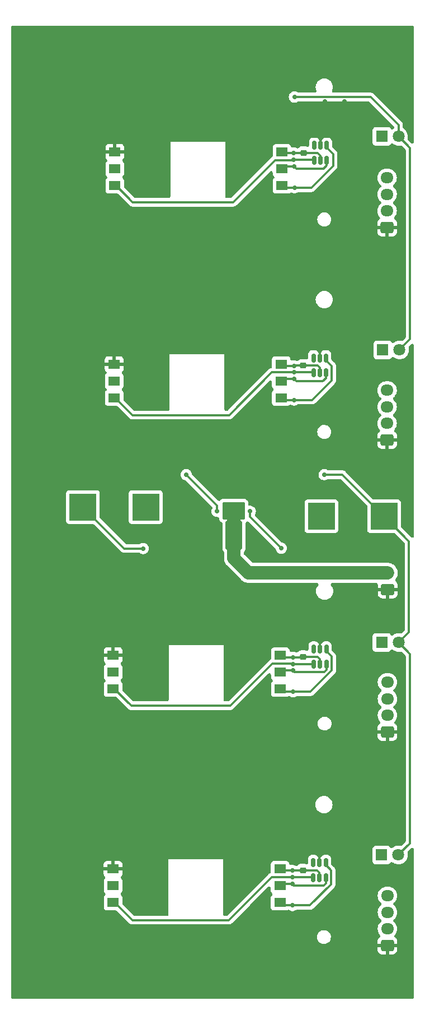
<source format=gtl>
%TF.GenerationSoftware,KiCad,Pcbnew,6.0.11-2627ca5db0~126~ubuntu20.04.1*%
%TF.CreationDate,2023-02-14T13:04:38+06:00*%
%TF.ProjectId,Router_Modems,526f7574-6572-45f4-9d6f-64656d732e6b,rev?*%
%TF.SameCoordinates,PX3975790PY2486960*%
%TF.FileFunction,Copper,L1,Top*%
%TF.FilePolarity,Positive*%
%FSLAX46Y46*%
G04 Gerber Fmt 4.6, Leading zero omitted, Abs format (unit mm)*
G04 Created by KiCad (PCBNEW 6.0.11-2627ca5db0~126~ubuntu20.04.1) date 2023-02-14 13:04:38*
%MOMM*%
%LPD*%
G01*
G04 APERTURE LIST*
G04 Aperture macros list*
%AMRoundRect*
0 Rectangle with rounded corners*
0 $1 Rounding radius*
0 $2 $3 $4 $5 $6 $7 $8 $9 X,Y pos of 4 corners*
0 Add a 4 corners polygon primitive as box body*
4,1,4,$2,$3,$4,$5,$6,$7,$8,$9,$2,$3,0*
0 Add four circle primitives for the rounded corners*
1,1,$1+$1,$2,$3*
1,1,$1+$1,$4,$5*
1,1,$1+$1,$6,$7*
1,1,$1+$1,$8,$9*
0 Add four rect primitives between the rounded corners*
20,1,$1+$1,$2,$3,$4,$5,0*
20,1,$1+$1,$4,$5,$6,$7,0*
20,1,$1+$1,$6,$7,$8,$9,0*
20,1,$1+$1,$8,$9,$2,$3,0*%
G04 Aperture macros list end*
%TA.AperFunction,SMDPad,CuDef*%
%ADD10RoundRect,0.250000X1.000000X-1.950000X1.000000X1.950000X-1.000000X1.950000X-1.000000X-1.950000X0*%
%TD*%
%TA.AperFunction,SMDPad,CuDef*%
%ADD11RoundRect,0.225000X0.250000X-0.225000X0.250000X0.225000X-0.250000X0.225000X-0.250000X-0.225000X0*%
%TD*%
%TA.AperFunction,ComponentPad*%
%ADD12R,1.800000X1.800000*%
%TD*%
%TA.AperFunction,ComponentPad*%
%ADD13C,1.800000*%
%TD*%
%TA.AperFunction,ComponentPad*%
%ADD14C,7.000000*%
%TD*%
%TA.AperFunction,ComponentPad*%
%ADD15RoundRect,0.250000X0.725000X-0.600000X0.725000X0.600000X-0.725000X0.600000X-0.725000X-0.600000X0*%
%TD*%
%TA.AperFunction,ComponentPad*%
%ADD16O,1.950000X1.700000*%
%TD*%
%TA.AperFunction,SMDPad,CuDef*%
%ADD17R,4.100000X4.100000*%
%TD*%
%TA.AperFunction,SMDPad,CuDef*%
%ADD18R,1.800000X1.400000*%
%TD*%
%TA.AperFunction,SMDPad,CuDef*%
%ADD19RoundRect,0.150000X-0.150000X0.512500X-0.150000X-0.512500X0.150000X-0.512500X0.150000X0.512500X0*%
%TD*%
%TA.AperFunction,ComponentPad*%
%ADD20RoundRect,0.250000X0.750000X-0.600000X0.750000X0.600000X-0.750000X0.600000X-0.750000X-0.600000X0*%
%TD*%
%TA.AperFunction,ComponentPad*%
%ADD21O,2.000000X1.700000*%
%TD*%
%TA.AperFunction,ComponentPad*%
%ADD22C,6.600000*%
%TD*%
%TA.AperFunction,ComponentPad*%
%ADD23C,0.700000*%
%TD*%
%TA.AperFunction,SMDPad,CuDef*%
%ADD24R,2.950000X4.500000*%
%TD*%
%TA.AperFunction,ViaPad*%
%ADD25C,0.700000*%
%TD*%
%TA.AperFunction,Conductor*%
%ADD26C,0.300000*%
%TD*%
%TA.AperFunction,Conductor*%
%ADD27C,2.000000*%
%TD*%
G04 APERTURE END LIST*
D10*
%TO.P,C37,1*%
%TO.N,VCC*%
X30250000Y-73482500D03*
%TO.P,C37,2*%
%TO.N,GND*%
X30250000Y-65082500D03*
%TD*%
D11*
%TO.P,C11,1*%
%TO.N,/SIM2_PWR*%
X40675000Y-124100000D03*
%TO.P,C11,2*%
%TO.N,GND*%
X40675000Y-122550000D03*
%TD*%
D12*
%TO.P,D1,1,K*%
%TO.N,Net-(D1-Pad1)*%
X52620000Y-89700000D03*
D13*
%TO.P,D1,2,A*%
%TO.N,+3V3A*%
X55160000Y-89700000D03*
%TD*%
D14*
%TO.P,H1,1,1*%
%TO.N,GND*%
X0Y0D03*
%TD*%
D12*
%TO.P,D3,1,K*%
%TO.N,Net-(D3-Pad1)*%
X52595000Y-121800000D03*
D13*
%TO.P,D3,2,A*%
%TO.N,+3V3A*%
X55135000Y-121800000D03*
%TD*%
D15*
%TO.P,X12,1,Pin_1*%
%TO.N,GND*%
X53425000Y-59100000D03*
D16*
%TO.P,X12,2,Pin_2*%
%TO.N,/USB3_P*%
X53425000Y-56600000D03*
%TO.P,X12,3,Pin_3*%
%TO.N,/USB3_N*%
X53425000Y-54100000D03*
%TO.P,X12,4,Pin_4*%
%TO.N,/M3_ONOFF*%
X53425000Y-51600000D03*
%TD*%
D17*
%TO.P,L2,1,1*%
%TO.N,Net-(C22-Pad2)*%
X43475000Y-70625000D03*
%TO.P,L2,2,2*%
%TO.N,+3V3A*%
X52975000Y-70625000D03*
%TD*%
D15*
%TO.P,X13,1,Pin_1*%
%TO.N,GND*%
X53425000Y-27000000D03*
D16*
%TO.P,X13,2,Pin_2*%
%TO.N,/USB4_P*%
X53425000Y-24500000D03*
%TO.P,X13,3,Pin_3*%
%TO.N,/USB4_N*%
X53425000Y-22000000D03*
%TO.P,X13,4,Pin_4*%
%TO.N,/M4_ONOFF*%
X53425000Y-19500000D03*
%TD*%
D15*
%TO.P,X9,1,Pin_1*%
%TO.N,GND*%
X53475000Y-135450000D03*
D16*
%TO.P,X9,2,Pin_2*%
%TO.N,/USB2_P*%
X53475000Y-132950000D03*
%TO.P,X9,3,Pin_3*%
%TO.N,/USB2_N*%
X53475000Y-130450000D03*
%TO.P,X9,4,Pin_4*%
%TO.N,/M2_ONOFF*%
X53475000Y-127950000D03*
%TD*%
D12*
%TO.P,D5,1,K*%
%TO.N,Net-(D5-Pad1)*%
X52770000Y-45500000D03*
D13*
%TO.P,D5,2,A*%
%TO.N,+3V3B*%
X55310000Y-45500000D03*
%TD*%
D14*
%TO.P,H5,1,1*%
%TO.N,GND*%
X45000000Y-140000000D03*
%TD*%
%TO.P,H4,1,1*%
%TO.N,GND*%
X45000000Y0D03*
%TD*%
D18*
%TO.P,X6,1,VCC*%
%TO.N,/SIM3_PWR*%
X37400000Y-47675000D03*
%TO.P,X6,2,RST*%
%TO.N,/SIM3_RST*%
X37400000Y-50215000D03*
%TO.P,X6,3,CLK*%
%TO.N,/SIM3_CLK*%
X37400000Y-52755000D03*
%TO.P,X6,5,GND*%
%TO.N,GND*%
X12100000Y-47675000D03*
%TO.P,X6,6,VPP*%
%TO.N,unconnected-(X6-Pad6)*%
X12100000Y-50215000D03*
%TO.P,X6,7,I/O*%
%TO.N,/SIM3_DAT*%
X12100000Y-52755000D03*
%TD*%
D11*
%TO.P,C30,1*%
%TO.N,/SIM4_PWR*%
X40800000Y-15725000D03*
%TO.P,C30,2*%
%TO.N,GND*%
X40800000Y-14175000D03*
%TD*%
D19*
%TO.P,U1,1,IO1*%
%TO.N,/SIM1_CLK*%
X44225000Y-90687500D03*
%TO.P,U1,2,VN*%
%TO.N,GND*%
X43275000Y-90687500D03*
%TO.P,U1,3,IO2*%
%TO.N,unconnected-(U1-Pad3)*%
X42325000Y-90687500D03*
%TO.P,U1,4,IO3*%
%TO.N,/SIM1_DAT*%
X42325000Y-92962500D03*
%TO.P,U1,5,VP*%
%TO.N,/SIM1_PWR*%
X43275000Y-92962500D03*
%TO.P,U1,6,IO4*%
%TO.N,/SIM1_RST*%
X44225000Y-92962500D03*
%TD*%
D14*
%TO.P,H3,1,1*%
%TO.N,GND*%
X0Y-140000000D03*
%TD*%
%TO.P,H2,1,1*%
%TO.N,GND*%
X0Y-70000000D03*
%TD*%
D17*
%TO.P,L1,1,1*%
%TO.N,Net-(C10-Pad2)*%
X16875000Y-69240000D03*
%TO.P,L1,2,2*%
%TO.N,+3V3B*%
X7375000Y-69240000D03*
%TD*%
D19*
%TO.P,U3,1,IO1*%
%TO.N,/SIM2_CLK*%
X44150000Y-122937500D03*
%TO.P,U3,2,VN*%
%TO.N,GND*%
X43200000Y-122937500D03*
%TO.P,U3,3,IO2*%
%TO.N,unconnected-(U3-Pad3)*%
X42250000Y-122937500D03*
%TO.P,U3,4,IO3*%
%TO.N,/SIM2_DAT*%
X42250000Y-125212500D03*
%TO.P,U3,5,VP*%
%TO.N,/SIM2_PWR*%
X43200000Y-125212500D03*
%TO.P,U3,6,IO4*%
%TO.N,/SIM2_RST*%
X44150000Y-125212500D03*
%TD*%
D11*
%TO.P,C1,1*%
%TO.N,/SIM1_PWR*%
X40700000Y-91850000D03*
%TO.P,C1,2*%
%TO.N,GND*%
X40700000Y-90300000D03*
%TD*%
D18*
%TO.P,X10,1,VCC*%
%TO.N,/SIM4_PWR*%
X37500000Y-15600000D03*
%TO.P,X10,2,RST*%
%TO.N,/SIM4_RST*%
X37500000Y-18140000D03*
%TO.P,X10,3,CLK*%
%TO.N,/SIM4_CLK*%
X37500000Y-20680000D03*
%TO.P,X10,5,GND*%
%TO.N,GND*%
X12200000Y-15600000D03*
%TO.P,X10,6,VPP*%
%TO.N,unconnected-(X10-Pad6)*%
X12200000Y-18140000D03*
%TO.P,X10,7,I/O*%
%TO.N,/SIM4_DAT*%
X12200000Y-20680000D03*
%TD*%
%TO.P,X1,1,VCC*%
%TO.N,/SIM1_PWR*%
X37250000Y-91625000D03*
%TO.P,X1,2,RST*%
%TO.N,/SIM1_RST*%
X37250000Y-94165000D03*
%TO.P,X1,3,CLK*%
%TO.N,/SIM1_CLK*%
X37250000Y-96705000D03*
%TO.P,X1,5,GND*%
%TO.N,GND*%
X11950000Y-91625000D03*
%TO.P,X1,6,VPP*%
%TO.N,unconnected-(X1-Pad6)*%
X11950000Y-94165000D03*
%TO.P,X1,7,I/O*%
%TO.N,/SIM1_DAT*%
X11950000Y-96705000D03*
%TD*%
%TO.P,X4,1,VCC*%
%TO.N,/SIM2_PWR*%
X37225000Y-123900000D03*
%TO.P,X4,2,RST*%
%TO.N,/SIM2_RST*%
X37225000Y-126440000D03*
%TO.P,X4,3,CLK*%
%TO.N,/SIM2_CLK*%
X37225000Y-128980000D03*
%TO.P,X4,5,GND*%
%TO.N,GND*%
X11925000Y-123900000D03*
%TO.P,X4,6,VPP*%
%TO.N,unconnected-(X4-Pad6)*%
X11925000Y-126440000D03*
%TO.P,X4,7,I/O*%
%TO.N,/SIM2_DAT*%
X11925000Y-128980000D03*
%TD*%
D20*
%TO.P,X2,1,Pin_1*%
%TO.N,GND*%
X53525000Y-81675000D03*
D21*
%TO.P,X2,2,Pin_2*%
%TO.N,VCC*%
X53525000Y-79175000D03*
%TD*%
D12*
%TO.P,D6,1,K*%
%TO.N,Net-(D6-Pad1)*%
X52625000Y-13250000D03*
D13*
%TO.P,D6,2,A*%
%TO.N,+3V3B*%
X55165000Y-13250000D03*
%TD*%
D11*
%TO.P,C23,1*%
%TO.N,/SIM3_PWR*%
X40700000Y-47850000D03*
%TO.P,C23,2*%
%TO.N,GND*%
X40700000Y-46300000D03*
%TD*%
D15*
%TO.P,X8,1,Pin_1*%
%TO.N,GND*%
X53475000Y-103200000D03*
D16*
%TO.P,X8,2,Pin_2*%
%TO.N,/USB1_P*%
X53475000Y-100700000D03*
%TO.P,X8,3,Pin_3*%
%TO.N,/USB1_N*%
X53475000Y-98200000D03*
%TO.P,X8,4,Pin_4*%
%TO.N,/M1_ONOFF*%
X53475000Y-95700000D03*
%TD*%
D19*
%TO.P,U5,1,IO1*%
%TO.N,/SIM3_CLK*%
X44175000Y-46712500D03*
%TO.P,U5,2,VN*%
%TO.N,GND*%
X43225000Y-46712500D03*
%TO.P,U5,3,IO2*%
%TO.N,unconnected-(U5-Pad3)*%
X42275000Y-46712500D03*
%TO.P,U5,4,IO3*%
%TO.N,/SIM3_DAT*%
X42275000Y-48987500D03*
%TO.P,U5,5,VP*%
%TO.N,/SIM3_PWR*%
X43225000Y-48987500D03*
%TO.P,U5,6,IO4*%
%TO.N,/SIM3_RST*%
X44175000Y-48987500D03*
%TD*%
%TO.P,U6,1,IO1*%
%TO.N,/SIM4_CLK*%
X44300000Y-14612500D03*
%TO.P,U6,2,VN*%
%TO.N,GND*%
X43350000Y-14612500D03*
%TO.P,U6,3,IO2*%
%TO.N,unconnected-(U6-Pad3)*%
X42400000Y-14612500D03*
%TO.P,U6,4,IO3*%
%TO.N,/SIM4_DAT*%
X42400000Y-16887500D03*
%TO.P,U6,5,VP*%
%TO.N,/SIM4_PWR*%
X43350000Y-16887500D03*
%TO.P,U6,6,IO4*%
%TO.N,/SIM4_RST*%
X44300000Y-16887500D03*
%TD*%
D22*
%TO.P,N2,1,1*%
%TO.N,GND*%
X3612500Y-124200000D03*
%TD*%
%TO.P,N3,1,1*%
%TO.N,GND*%
X3662500Y-47900000D03*
%TD*%
D23*
%TO.P,U4,9,GNDPAD*%
%TO.N,GND*%
X36550000Y-66200000D03*
X37750000Y-69800000D03*
X36550000Y-68600000D03*
D24*
X37150000Y-68000000D03*
D23*
X36550000Y-67300000D03*
X37750000Y-66200000D03*
X37750000Y-67300000D03*
X36550000Y-69800000D03*
X37750000Y-68600000D03*
%TD*%
D24*
%TO.P,U2,9,GNDPAD*%
%TO.N,GND*%
X23225000Y-71815000D03*
D23*
X22625000Y-70015000D03*
X23825000Y-72515000D03*
X22625000Y-71215000D03*
X22625000Y-72515000D03*
X23825000Y-70015000D03*
X22625000Y-73615000D03*
X23825000Y-71215000D03*
X23825000Y-73615000D03*
%TD*%
D22*
%TO.P,N1,1,1*%
%TO.N,GND*%
X3662500Y-15800000D03*
%TD*%
%TO.P,N4,1,1*%
%TO.N,GND*%
X3712500Y-91950000D03*
%TD*%
D25*
%TO.N,/SIM1_PWR*%
X39150000Y-91925000D03*
%TO.N,GND*%
X49000000Y-36000000D03*
X52000000Y-38000000D03*
X49000000Y-32000000D03*
X30000000Y-25000000D03*
X47000000Y-104000000D03*
X34000000Y-140000000D03*
X10000000Y-30000000D03*
X10000000Y-25000000D03*
X35000000Y3000000D03*
X47000000Y-84000000D03*
X20000000Y-30000000D03*
X49000000Y-108000000D03*
X44000000Y-12000000D03*
X22500000Y0D03*
X15000000Y-35000000D03*
X45000000Y-96000000D03*
X47000000Y-34000000D03*
X47000000Y-61500000D03*
X56500000Y-68500000D03*
X7500000Y0D03*
X45000000Y-128000000D03*
X25000000Y-25000000D03*
X35000000Y-102500000D03*
X55000000Y-115000000D03*
X56500000Y-71500000D03*
X35000000Y-35000000D03*
X49000000Y-112000000D03*
X44000000Y-87000000D03*
X17500000Y0D03*
X9000000Y-78000000D03*
X44000000Y-40000000D03*
X47000000Y-40000000D03*
X55000000Y-35000000D03*
X0Y-27500000D03*
X35000000Y-30000000D03*
X0Y-32500000D03*
X49000000Y-104000000D03*
X7000000Y-80000000D03*
X12500000Y-5000000D03*
X0Y-115000000D03*
X47000000Y-43000000D03*
X7500000Y-5000000D03*
X44000000Y-10000000D03*
X55000000Y-118000000D03*
X49000000Y-28000000D03*
X25000000Y-112500000D03*
X20000000Y-35000000D03*
X34000000Y-142000000D03*
X0Y-100000000D03*
X35000000Y-140000000D03*
X49000000Y-30000000D03*
X20000000Y-25000000D03*
X7000000Y-78000000D03*
X27500000Y-5000000D03*
X47000000Y-12000000D03*
X17000000Y-80000000D03*
X47000000Y-36000000D03*
X47000000Y-15000000D03*
X0Y-7500000D03*
X56000000Y-5000000D03*
X0Y-37500000D03*
X30000000Y-30000000D03*
X13000000Y-78000000D03*
X15000000Y-112500000D03*
X17500000Y-5000000D03*
X35000000Y-107500000D03*
X10000000Y-140000000D03*
X15000000Y-102500000D03*
X56000000Y1000000D03*
X30000000Y-35000000D03*
X20000000Y-135000000D03*
X47000000Y-87000000D03*
X10000000Y-102500000D03*
X55000000Y-32000000D03*
X35000000Y-143000000D03*
X30000000Y-112500000D03*
X47000000Y-60500000D03*
X10000000Y-135000000D03*
X32500000Y0D03*
X53000000Y1000000D03*
X25000000Y-135000000D03*
X34000000Y0D03*
X20000000Y-112500000D03*
X34000000Y1000000D03*
X55000000Y-112000000D03*
X44000000Y-8000000D03*
X49000000Y-34000000D03*
X35000000Y1000000D03*
X47000000Y-49000000D03*
X35000000Y-112500000D03*
X44000000Y-116000000D03*
X56500000Y-65500000D03*
X47000000Y-122000000D03*
X15000000Y-140000000D03*
X47000000Y-62500000D03*
X49000000Y-110000000D03*
X47000000Y-112000000D03*
X47000000Y-108000000D03*
X25000000Y-35000000D03*
X45000000Y-20000000D03*
X47000000Y-110000000D03*
X10000000Y-107500000D03*
X20000000Y-102500000D03*
X35000000Y0D03*
X49000000Y-60500000D03*
X34000000Y-141000000D03*
X48000000Y-62500000D03*
X49000000Y-62500000D03*
X25000000Y-30000000D03*
X49000000Y-106000000D03*
X30000000Y-102500000D03*
X52000000Y-41000000D03*
X35000000Y-141000000D03*
X25000000Y-140000000D03*
X56500000Y-67000000D03*
X47000000Y-32000000D03*
X55000000Y-38000000D03*
X11000000Y-80000000D03*
X44000000Y-43000000D03*
X47000000Y-8000000D03*
X25000000Y-80000000D03*
X13000000Y-80000000D03*
X47000000Y-125000000D03*
X44000000Y-119000000D03*
X15000000Y-107500000D03*
X47000000Y-46000000D03*
X32500000Y-5000000D03*
X56500000Y-70000000D03*
X53000000Y-5000000D03*
X35000000Y-25000000D03*
X47000000Y-119000000D03*
X35000000Y2000000D03*
X47000000Y-18000000D03*
X48000000Y-61500000D03*
X29000000Y-80000000D03*
X44000000Y-84000000D03*
X47000000Y-90000000D03*
X56000000Y-2000000D03*
X52000000Y-115000000D03*
X0Y-105000000D03*
X55000000Y-41000000D03*
X10000000Y-112500000D03*
X47000000Y-93000000D03*
X12500000Y0D03*
X55000000Y-109000000D03*
X27500000Y0D03*
X0Y-22500000D03*
X15000000Y-135000000D03*
X10000000Y-35000000D03*
X15000000Y-30000000D03*
X52000000Y-109000000D03*
X9000000Y-80000000D03*
X47000000Y-116000000D03*
X52000000Y-112000000D03*
X45000000Y-52000000D03*
X34000000Y-143000000D03*
X53000000Y-2000000D03*
X11000000Y-78000000D03*
X49000000Y-61500000D03*
X15000000Y-25000000D03*
X21000000Y-80000000D03*
X25000000Y-107500000D03*
X48000000Y-60500000D03*
X34000000Y2000000D03*
X30000000Y-107500000D03*
X47000000Y-28000000D03*
X30000000Y-135000000D03*
X20000000Y-107500000D03*
X30000000Y-140000000D03*
X52000000Y-35000000D03*
X47000000Y-10000000D03*
X56500000Y-64000000D03*
X52000000Y-118000000D03*
X47000000Y-30000000D03*
X34000000Y3000000D03*
X52000000Y-32000000D03*
X25000000Y-102500000D03*
X22500000Y-5000000D03*
X35000000Y-142000000D03*
X20000000Y-140000000D03*
X0Y-110000000D03*
X47000000Y-106000000D03*
%TO.N,+3V3A*%
X53400000Y-71350000D03*
X54200000Y-69750000D03*
X52600000Y-70550000D03*
X51800000Y-70550000D03*
X52600000Y-71350000D03*
X53400000Y-69750000D03*
X54200000Y-71350000D03*
X51800000Y-69750000D03*
X51800000Y-71350000D03*
X52600000Y-69750000D03*
X54200000Y-70550000D03*
X53400000Y-70550000D03*
X43900000Y-64350000D03*
%TO.N,VCC*%
X31400000Y-69800000D03*
X29800000Y-69000000D03*
X29800000Y-70600000D03*
X29800000Y-69800000D03*
X31400000Y-69000000D03*
X29000000Y-69800000D03*
X29000000Y-70600000D03*
X31400000Y-70600000D03*
X30600000Y-70600000D03*
X30600000Y-69000000D03*
X30600000Y-69800000D03*
X29000000Y-69000000D03*
%TO.N,Net-(C10-Pad1)*%
X23000000Y-64350000D03*
X27700000Y-69900000D03*
%TO.N,Net-(C10-Pad2)*%
X16900000Y-70050000D03*
X17700000Y-68450000D03*
X16900000Y-69250000D03*
X16100000Y-69250000D03*
X16100000Y-68450000D03*
X16100000Y-70050000D03*
X16900000Y-68450000D03*
X17700000Y-69250000D03*
X17700000Y-70050000D03*
%TO.N,/SIM2_PWR*%
X39100000Y-124150000D03*
%TO.N,Net-(C22-Pad1)*%
X37400000Y-75450000D03*
X32700000Y-69900000D03*
%TO.N,Net-(C22-Pad2)*%
X44250000Y-71400000D03*
X44250000Y-69800000D03*
X42650000Y-69800000D03*
X42650000Y-70600000D03*
X43450000Y-71400000D03*
X44250000Y-70600000D03*
X43450000Y-70600000D03*
X43450000Y-69800000D03*
X42650000Y-71400000D03*
%TO.N,/SIM3_PWR*%
X39325000Y-47900000D03*
%TO.N,+3V3B*%
X7800000Y-70050000D03*
X6200000Y-68450000D03*
X7800000Y-69250000D03*
X6200000Y-69250000D03*
X7000000Y-69250000D03*
X7800000Y-68450000D03*
X8600000Y-69250000D03*
X8600000Y-70050000D03*
X6200000Y-70050000D03*
X39400000Y-7300000D03*
X7000000Y-70050000D03*
X8600000Y-68450000D03*
X7000000Y-68450000D03*
X16500000Y-75500000D03*
%TO.N,/SIM4_PWR*%
X39300000Y-15750000D03*
%TO.N,/SIM1_DAT*%
X39150000Y-92950000D03*
%TO.N,/SIM1_CLK*%
X39200000Y-97125000D03*
%TO.N,/SIM1_RST*%
X39200000Y-93950000D03*
%TO.N,/SIM2_DAT*%
X39100000Y-125175000D03*
%TO.N,/SIM2_CLK*%
X39100000Y-129425000D03*
%TO.N,/SIM2_RST*%
X39100000Y-126200000D03*
%TO.N,/SIM3_DAT*%
X39325000Y-48900000D03*
%TO.N,/SIM3_CLK*%
X39325000Y-53075000D03*
%TO.N,/SIM3_RST*%
X39325000Y-49900000D03*
%TO.N,/SIM4_DAT*%
X39300000Y-16800000D03*
%TO.N,/SIM4_CLK*%
X39400000Y-21000000D03*
%TO.N,/SIM4_RST*%
X39350000Y-17800000D03*
%TD*%
D26*
%TO.N,/SIM1_PWR*%
X42925000Y-91850000D02*
X43275000Y-92200000D01*
X40700000Y-91850000D02*
X42925000Y-91850000D01*
X39150000Y-91925000D02*
X40625000Y-91925000D01*
X37550000Y-91925000D02*
X37250000Y-91625000D01*
X43275000Y-92200000D02*
X43275000Y-92962500D01*
X40625000Y-91925000D02*
X40700000Y-91850000D01*
X39150000Y-91925000D02*
X37550000Y-91925000D01*
%TO.N,GND*%
X43200000Y-122937500D02*
X43200000Y-121900000D01*
X43350000Y-14612500D02*
X43350000Y-13450000D01*
X43275000Y-90687500D02*
X43275000Y-89625000D01*
X43225000Y-46712500D02*
X43225000Y-45625000D01*
%TO.N,+3V3A*%
X43900000Y-64350000D02*
X46650000Y-64350000D01*
X56900000Y-91440000D02*
X55160000Y-89700000D01*
X56900000Y-120035000D02*
X56900000Y-91440000D01*
X56750000Y-74400000D02*
X52975000Y-70625000D01*
X46650000Y-64350000D02*
X51800000Y-69500000D01*
X51800000Y-69500000D02*
X51800000Y-69750000D01*
X55135000Y-121800000D02*
X56900000Y-120035000D01*
X55160000Y-89700000D02*
X56750000Y-88110000D01*
X56750000Y-88110000D02*
X56750000Y-74400000D01*
D27*
%TO.N,VCC*%
X32425000Y-79175000D02*
X30250000Y-77000000D01*
X53525000Y-79175000D02*
X32425000Y-79175000D01*
X30250000Y-77000000D02*
X30250000Y-69700000D01*
D26*
%TO.N,Net-(C10-Pad1)*%
X27700000Y-69050000D02*
X27700000Y-69900000D01*
X23000000Y-64350000D02*
X27700000Y-69050000D01*
%TO.N,/SIM2_PWR*%
X40675000Y-124100000D02*
X42800000Y-124100000D01*
X39100000Y-124150000D02*
X37475000Y-124150000D01*
X37475000Y-124150000D02*
X37225000Y-123900000D01*
X39100000Y-124150000D02*
X40625000Y-124150000D01*
X43200000Y-124500000D02*
X43200000Y-125212500D01*
X40625000Y-124150000D02*
X40675000Y-124100000D01*
X42800000Y-124100000D02*
X43200000Y-124500000D01*
%TO.N,Net-(C22-Pad1)*%
X32700000Y-70750000D02*
X32700000Y-69900000D01*
X37400000Y-75450000D02*
X32700000Y-70750000D01*
%TO.N,/SIM3_PWR*%
X37625000Y-47900000D02*
X37400000Y-47675000D01*
X43225000Y-48200000D02*
X43225000Y-48887500D01*
X40700000Y-47850000D02*
X39375000Y-47850000D01*
X42875000Y-47850000D02*
X43225000Y-48200000D01*
X39325000Y-47900000D02*
X37625000Y-47900000D01*
X39375000Y-47850000D02*
X39325000Y-47900000D01*
X40700000Y-47850000D02*
X42875000Y-47850000D01*
%TO.N,+3V3B*%
X55165000Y-11515000D02*
X55165000Y-13250000D01*
X13635000Y-75500000D02*
X7375000Y-69240000D01*
X39400000Y-7300000D02*
X50950000Y-7300000D01*
X55310000Y-45500000D02*
X56900000Y-43910000D01*
X56900000Y-43910000D02*
X56900000Y-14985000D01*
X50950000Y-7300000D02*
X55165000Y-11515000D01*
X56900000Y-14985000D02*
X55165000Y-13250000D01*
X16500000Y-75500000D02*
X13635000Y-75500000D01*
%TO.N,/SIM4_PWR*%
X40800000Y-15725000D02*
X42925000Y-15725000D01*
X42925000Y-15725000D02*
X43350000Y-16150000D01*
X40775000Y-15750000D02*
X40800000Y-15725000D01*
X43350000Y-16150000D02*
X43350000Y-16737500D01*
X39300000Y-15750000D02*
X37650000Y-15750000D01*
X37650000Y-15750000D02*
X37500000Y-15600000D01*
X39300000Y-15750000D02*
X40775000Y-15750000D01*
%TO.N,/SIM1_DAT*%
X39075000Y-92875000D02*
X39150000Y-92950000D01*
X42312500Y-92950000D02*
X42325000Y-92962500D01*
X29675000Y-99250000D02*
X36050000Y-92875000D01*
X14675000Y-99250000D02*
X29675000Y-99250000D01*
X11950000Y-96705000D02*
X12130000Y-96705000D01*
X36050000Y-92875000D02*
X39075000Y-92875000D01*
X12130000Y-96705000D02*
X14675000Y-99250000D01*
X39150000Y-92950000D02*
X42312500Y-92950000D01*
%TO.N,/SIM1_CLK*%
X45050000Y-91825000D02*
X45050000Y-93900000D01*
X41825000Y-97125000D02*
X39200000Y-97125000D01*
X39200000Y-97125000D02*
X37670000Y-97125000D01*
X37670000Y-97125000D02*
X37250000Y-96705000D01*
X44225000Y-91000000D02*
X45050000Y-91825000D01*
X45050000Y-93900000D02*
X41825000Y-97125000D01*
X44225000Y-90687500D02*
X44225000Y-91000000D01*
%TO.N,/SIM1_RST*%
X39375000Y-94125000D02*
X39200000Y-93950000D01*
X44225000Y-93825000D02*
X43925000Y-94125000D01*
X44225000Y-92962500D02*
X44225000Y-93825000D01*
X43925000Y-94125000D02*
X39375000Y-94125000D01*
X39200000Y-93950000D02*
X37465000Y-93950000D01*
X37465000Y-93950000D02*
X37250000Y-94165000D01*
%TO.N,/SIM2_DAT*%
X39100000Y-125175000D02*
X35925000Y-125175000D01*
X39100000Y-125175000D02*
X42212500Y-125175000D01*
X14850000Y-131650000D02*
X12180000Y-128980000D01*
X29450000Y-131650000D02*
X14850000Y-131650000D01*
X42212500Y-125175000D02*
X42250000Y-125212500D01*
X12180000Y-128980000D02*
X11925000Y-128980000D01*
X35925000Y-125175000D02*
X29450000Y-131650000D01*
%TO.N,/SIM2_CLK*%
X44150000Y-123325000D02*
X44950000Y-124125000D01*
X41750000Y-129425000D02*
X39100000Y-129425000D01*
X39100000Y-129425000D02*
X37670000Y-129425000D01*
X44150000Y-122937500D02*
X44150000Y-123325000D01*
X44950000Y-126225000D02*
X41750000Y-129425000D01*
X37670000Y-129425000D02*
X37225000Y-128980000D01*
X44950000Y-124125000D02*
X44950000Y-126225000D01*
%TO.N,/SIM2_RST*%
X39100000Y-126200000D02*
X37465000Y-126200000D01*
X39300000Y-126400000D02*
X43800000Y-126400000D01*
X44150000Y-126050000D02*
X44150000Y-125212500D01*
X43800000Y-126400000D02*
X44150000Y-126050000D01*
X39100000Y-126200000D02*
X39300000Y-126400000D01*
X37465000Y-126200000D02*
X37225000Y-126440000D01*
%TO.N,/SIM3_DAT*%
X12255000Y-52755000D02*
X12100000Y-52755000D01*
X29525000Y-55350000D02*
X14850000Y-55350000D01*
X39325000Y-48900000D02*
X35975000Y-48900000D01*
X39325000Y-48900000D02*
X42187500Y-48900000D01*
X14850000Y-55350000D02*
X12255000Y-52755000D01*
X35975000Y-48900000D02*
X29525000Y-55350000D01*
X42187500Y-48900000D02*
X42275000Y-48987500D01*
%TO.N,/SIM3_CLK*%
X44175000Y-46712500D02*
X44175000Y-47075000D01*
X42075000Y-53075000D02*
X39325000Y-53075000D01*
X44175000Y-47075000D02*
X45025000Y-47925000D01*
X45025000Y-50125000D02*
X42075000Y-53075000D01*
X39325000Y-53075000D02*
X37720000Y-53075000D01*
X37720000Y-53075000D02*
X37400000Y-52755000D01*
X45025000Y-47925000D02*
X45025000Y-50125000D01*
%TO.N,/SIM3_RST*%
X43700000Y-50250000D02*
X39675000Y-50250000D01*
X39675000Y-50250000D02*
X39325000Y-49900000D01*
X44175000Y-48987500D02*
X44175000Y-49775000D01*
X39325000Y-49900000D02*
X37715000Y-49900000D01*
X37715000Y-49900000D02*
X37400000Y-50215000D01*
X44175000Y-49775000D02*
X43700000Y-50250000D01*
%TO.N,/SIM4_DAT*%
X42312500Y-16800000D02*
X42400000Y-16887500D01*
X12390000Y-20680000D02*
X12200000Y-20680000D01*
X36450000Y-16850000D02*
X30100000Y-23200000D01*
X14910000Y-23200000D02*
X12390000Y-20680000D01*
X39300000Y-16800000D02*
X39250000Y-16850000D01*
X39300000Y-16800000D02*
X42312500Y-16800000D01*
X30100000Y-23200000D02*
X14910000Y-23200000D01*
X39250000Y-16850000D02*
X36450000Y-16850000D01*
%TO.N,/SIM4_CLK*%
X44300000Y-14950000D02*
X45250000Y-15900000D01*
X37820000Y-21000000D02*
X37500000Y-20680000D01*
X44300000Y-14612500D02*
X44300000Y-14950000D01*
X39400000Y-21000000D02*
X37820000Y-21000000D01*
X45250000Y-15900000D02*
X45250000Y-17700000D01*
X45250000Y-17700000D02*
X41950000Y-21000000D01*
X41950000Y-21000000D02*
X39400000Y-21000000D01*
%TO.N,/SIM4_RST*%
X39350000Y-17800000D02*
X37840000Y-17800000D01*
X44300000Y-17650000D02*
X43800000Y-18150000D01*
X44300000Y-16887500D02*
X44300000Y-17650000D01*
X39700000Y-18150000D02*
X39350000Y-17800000D01*
X43800000Y-18150000D02*
X39700000Y-18150000D01*
X37840000Y-17800000D02*
X37500000Y-18140000D01*
%TD*%
%TA.AperFunction,Conductor*%
%TO.N,GND*%
G36*
X57345788Y3480546D02*
G01*
X57426570Y3426570D01*
X57480546Y3345788D01*
X57499500Y3250500D01*
X57499500Y-14063414D01*
X57480546Y-14158702D01*
X57426570Y-14239484D01*
X57345788Y-14293460D01*
X57250500Y-14312414D01*
X57155212Y-14293460D01*
X57074430Y-14239484D01*
X56606008Y-13771062D01*
X56552032Y-13690280D01*
X56533078Y-13594992D01*
X56538018Y-13548768D01*
X56538563Y-13546975D01*
X56568622Y-13318649D01*
X56570300Y-13250000D01*
X56551430Y-13020478D01*
X56495326Y-12797120D01*
X56403496Y-12585924D01*
X56278405Y-12392563D01*
X56196566Y-12302624D01*
X56130284Y-12229781D01*
X56130283Y-12229780D01*
X56123412Y-12222229D01*
X55942681Y-12079496D01*
X55933732Y-12074556D01*
X55926705Y-12069887D01*
X55857827Y-12001368D01*
X55820412Y-11911706D01*
X55815500Y-11862490D01*
X55815500Y-11591491D01*
X55815780Y-11585563D01*
X55817760Y-11576703D01*
X55815623Y-11508709D01*
X55815500Y-11500888D01*
X55815500Y-11474075D01*
X55814519Y-11466310D01*
X55814308Y-11462952D01*
X55813940Y-11455145D01*
X55813089Y-11428092D01*
X55812597Y-11412431D01*
X55808226Y-11397386D01*
X55807108Y-11390328D01*
X55803806Y-11374386D01*
X55802034Y-11367485D01*
X55800071Y-11351942D01*
X55785434Y-11314973D01*
X55777838Y-11292790D01*
X55766744Y-11254601D01*
X55758767Y-11241112D01*
X55755937Y-11234573D01*
X55748775Y-11219951D01*
X55745334Y-11213691D01*
X55739568Y-11199129D01*
X55730361Y-11186457D01*
X55730358Y-11186451D01*
X55716197Y-11166960D01*
X55703319Y-11147356D01*
X55691051Y-11126612D01*
X55683081Y-11113135D01*
X55672007Y-11102061D01*
X55667653Y-11096448D01*
X55657067Y-11084052D01*
X55652175Y-11078843D01*
X55642963Y-11066163D01*
X55630891Y-11056176D01*
X55630888Y-11056173D01*
X55612337Y-11040827D01*
X55594985Y-11025039D01*
X51464055Y-6894109D01*
X51460067Y-6889726D01*
X51455202Y-6882060D01*
X51405627Y-6835506D01*
X51400010Y-6830064D01*
X51381035Y-6811089D01*
X51374850Y-6806291D01*
X51372327Y-6804067D01*
X51366538Y-6798799D01*
X51354649Y-6787634D01*
X51335393Y-6769552D01*
X51321666Y-6762006D01*
X51315905Y-6757820D01*
X51302277Y-6748868D01*
X51296143Y-6745241D01*
X51283764Y-6735638D01*
X51247281Y-6719851D01*
X51226219Y-6709532D01*
X51205096Y-6697920D01*
X51205095Y-6697920D01*
X51191368Y-6690373D01*
X51176200Y-6686479D01*
X51169571Y-6683854D01*
X51154153Y-6678576D01*
X51147298Y-6676584D01*
X51132926Y-6670365D01*
X51117461Y-6667915D01*
X51117456Y-6667914D01*
X51093663Y-6664146D01*
X51070692Y-6659389D01*
X51047348Y-6653395D01*
X51047346Y-6653395D01*
X51032177Y-6649500D01*
X51016513Y-6649500D01*
X51009443Y-6648607D01*
X50993195Y-6647328D01*
X50986069Y-6647104D01*
X50970595Y-6644653D01*
X50955002Y-6646127D01*
X50955000Y-6646127D01*
X50931011Y-6648395D01*
X50907577Y-6649500D01*
X45342167Y-6649500D01*
X45246879Y-6630546D01*
X45166097Y-6576570D01*
X45112121Y-6495788D01*
X45093167Y-6400500D01*
X45112121Y-6305212D01*
X45116496Y-6295269D01*
X45134644Y-6256349D01*
X45139239Y-6246496D01*
X45198135Y-6026692D01*
X45217968Y-5800000D01*
X45198135Y-5573308D01*
X45139239Y-5353504D01*
X45043068Y-5147266D01*
X44912547Y-4960861D01*
X44751639Y-4799953D01*
X44565234Y-4669432D01*
X44358996Y-4573261D01*
X44139192Y-4514365D01*
X44128364Y-4513418D01*
X44128360Y-4513417D01*
X44046882Y-4506289D01*
X43969284Y-4499500D01*
X43855716Y-4499500D01*
X43778118Y-4506289D01*
X43696640Y-4513417D01*
X43696636Y-4513418D01*
X43685808Y-4514365D01*
X43466004Y-4573261D01*
X43259766Y-4669432D01*
X43073361Y-4799953D01*
X42912453Y-4960861D01*
X42781932Y-5147266D01*
X42685761Y-5353504D01*
X42626865Y-5573308D01*
X42607032Y-5800000D01*
X42626865Y-6026692D01*
X42685761Y-6246496D01*
X42690356Y-6256349D01*
X42708504Y-6295269D01*
X42731596Y-6389640D01*
X42716816Y-6485664D01*
X42666414Y-6568723D01*
X42588064Y-6626171D01*
X42493693Y-6649263D01*
X42482833Y-6649500D01*
X40032526Y-6649500D01*
X39937238Y-6630546D01*
X39886167Y-6601945D01*
X39882760Y-6599469D01*
X39827593Y-6559388D01*
X39815667Y-6554078D01*
X39676189Y-6491979D01*
X39664267Y-6486671D01*
X39489391Y-6449500D01*
X39310609Y-6449500D01*
X39135733Y-6486671D01*
X38972408Y-6559388D01*
X38961851Y-6567058D01*
X38961846Y-6567061D01*
X38891898Y-6617882D01*
X38827770Y-6664474D01*
X38811389Y-6682667D01*
X38716875Y-6787634D01*
X38716871Y-6787639D01*
X38708141Y-6797335D01*
X38618750Y-6952165D01*
X38563503Y-7122197D01*
X38544815Y-7300000D01*
X38563503Y-7477803D01*
X38618750Y-7647835D01*
X38708141Y-7802665D01*
X38716871Y-7812361D01*
X38716875Y-7812366D01*
X38819044Y-7925835D01*
X38827770Y-7935526D01*
X38838316Y-7943188D01*
X38838318Y-7943190D01*
X38961850Y-8032942D01*
X38972407Y-8040612D01*
X39135733Y-8113329D01*
X39310609Y-8150500D01*
X39489391Y-8150500D01*
X39664267Y-8113329D01*
X39827593Y-8040612D01*
X39886167Y-7998055D01*
X39974397Y-7957380D01*
X40032526Y-7950500D01*
X50577414Y-7950500D01*
X50672702Y-7969454D01*
X50753484Y-8023430D01*
X54427289Y-11697235D01*
X54481265Y-11778017D01*
X54500219Y-11873305D01*
X54481265Y-11968593D01*
X54427289Y-12049375D01*
X54400723Y-12072427D01*
X54354442Y-12107176D01*
X54306783Y-12142959D01*
X54219203Y-12185014D01*
X54122194Y-12190353D01*
X54030527Y-12158162D01*
X53958029Y-12093169D01*
X53882546Y-11992454D01*
X53767824Y-11906474D01*
X53721288Y-11889029D01*
X53648196Y-11861628D01*
X53648195Y-11861628D01*
X53633580Y-11856149D01*
X53572377Y-11849500D01*
X52625633Y-11849500D01*
X51677624Y-11849501D01*
X51616420Y-11856149D01*
X51482176Y-11906474D01*
X51367454Y-11992454D01*
X51356815Y-12006650D01*
X51356813Y-12006652D01*
X51354568Y-12009647D01*
X51281474Y-12107176D01*
X51275247Y-12123787D01*
X51240717Y-12215898D01*
X51231149Y-12241420D01*
X51224500Y-12302623D01*
X51224501Y-14197376D01*
X51231149Y-14258580D01*
X51281474Y-14392824D01*
X51367454Y-14507546D01*
X51482176Y-14593526D01*
X51528712Y-14610971D01*
X51601804Y-14638372D01*
X51601805Y-14638372D01*
X51616420Y-14643851D01*
X51677623Y-14650500D01*
X52624367Y-14650500D01*
X53572376Y-14650499D01*
X53633580Y-14643851D01*
X53767824Y-14593526D01*
X53882546Y-14507546D01*
X53957481Y-14407561D01*
X54029793Y-14342680D01*
X54121432Y-14310409D01*
X54218445Y-14315663D01*
X54306062Y-14357642D01*
X54315755Y-14365290D01*
X54358953Y-14401154D01*
X54557790Y-14517345D01*
X54772934Y-14599501D01*
X54998607Y-14645414D01*
X55109329Y-14649474D01*
X55218537Y-14653479D01*
X55218543Y-14653479D01*
X55228749Y-14653853D01*
X55238880Y-14652555D01*
X55238885Y-14652555D01*
X55447049Y-14625889D01*
X55447054Y-14625888D01*
X55457178Y-14624591D01*
X55460881Y-14623480D01*
X55555362Y-14622242D01*
X55645600Y-14658243D01*
X55686057Y-14691003D01*
X56176570Y-15181516D01*
X56230546Y-15262298D01*
X56249500Y-15357586D01*
X56249500Y-43537414D01*
X56230546Y-43632702D01*
X56176570Y-43713484D01*
X55828523Y-44061531D01*
X55747741Y-44115507D01*
X55652453Y-44134461D01*
X55608794Y-44130603D01*
X55442250Y-44100937D01*
X55432028Y-44100812D01*
X55432027Y-44100812D01*
X55293389Y-44099118D01*
X55211971Y-44098123D01*
X55201870Y-44099669D01*
X55201865Y-44099669D01*
X55044188Y-44123798D01*
X54984325Y-44132958D01*
X54974611Y-44136133D01*
X54974607Y-44136134D01*
X54789924Y-44196498D01*
X54765424Y-44204506D01*
X54561149Y-44310845D01*
X54499442Y-44357176D01*
X54451783Y-44392959D01*
X54364202Y-44435014D01*
X54267194Y-44440353D01*
X54175527Y-44408162D01*
X54103029Y-44343169D01*
X54027546Y-44242454D01*
X53912824Y-44156474D01*
X53858566Y-44136134D01*
X53793196Y-44111628D01*
X53793195Y-44111628D01*
X53778580Y-44106149D01*
X53717377Y-44099500D01*
X52770633Y-44099500D01*
X51822624Y-44099501D01*
X51761420Y-44106149D01*
X51627176Y-44156474D01*
X51512454Y-44242454D01*
X51426474Y-44357176D01*
X51376149Y-44491420D01*
X51369500Y-44552623D01*
X51369501Y-46447376D01*
X51376149Y-46508580D01*
X51426474Y-46642824D01*
X51512454Y-46757546D01*
X51627176Y-46843526D01*
X51649242Y-46851798D01*
X51746804Y-46888372D01*
X51746805Y-46888372D01*
X51761420Y-46893851D01*
X51822623Y-46900500D01*
X52769367Y-46900500D01*
X53717376Y-46900499D01*
X53778580Y-46893851D01*
X53912824Y-46843526D01*
X54027546Y-46757546D01*
X54102481Y-46657561D01*
X54174793Y-46592680D01*
X54266432Y-46560409D01*
X54363445Y-46565663D01*
X54451062Y-46607642D01*
X54460755Y-46615290D01*
X54503953Y-46651154D01*
X54702790Y-46767345D01*
X54917934Y-46849501D01*
X55143607Y-46895414D01*
X55254329Y-46899474D01*
X55363537Y-46903479D01*
X55363543Y-46903479D01*
X55373749Y-46903853D01*
X55383880Y-46902555D01*
X55383885Y-46902555D01*
X55506058Y-46886904D01*
X55602178Y-46874591D01*
X55611962Y-46871656D01*
X55611965Y-46871655D01*
X55812972Y-46811350D01*
X55812974Y-46811349D01*
X55822761Y-46808413D01*
X55831936Y-46803918D01*
X55831939Y-46803917D01*
X55951896Y-46745150D01*
X56029574Y-46707096D01*
X56217062Y-46573363D01*
X56380190Y-46410803D01*
X56438269Y-46329978D01*
X56508611Y-46232085D01*
X56514577Y-46223783D01*
X56616615Y-46017325D01*
X56644325Y-45926120D01*
X56680591Y-45806758D01*
X56680592Y-45806754D01*
X56683563Y-45796975D01*
X56713622Y-45568649D01*
X56713933Y-45555952D01*
X56715138Y-45506626D01*
X56715300Y-45500000D01*
X56696430Y-45270478D01*
X56693942Y-45260575D01*
X56693941Y-45260566D01*
X56683249Y-45218003D01*
X56678417Y-45120968D01*
X56711086Y-45029471D01*
X56748676Y-44981270D01*
X57074430Y-44655516D01*
X57155212Y-44601540D01*
X57250500Y-44582586D01*
X57345788Y-44601540D01*
X57426570Y-44655516D01*
X57480546Y-44736298D01*
X57499500Y-44831586D01*
X57499500Y-73628414D01*
X57480546Y-73723702D01*
X57426570Y-73804484D01*
X57345788Y-73858460D01*
X57250500Y-73877414D01*
X57155212Y-73858460D01*
X57074430Y-73804484D01*
X55598430Y-72328484D01*
X55544454Y-72247702D01*
X55525500Y-72152414D01*
X55525499Y-68534366D01*
X55525499Y-68527624D01*
X55518851Y-68466420D01*
X55468526Y-68332176D01*
X55382546Y-68217454D01*
X55267824Y-68131474D01*
X55152720Y-68088324D01*
X55148196Y-68086628D01*
X55148195Y-68086628D01*
X55133580Y-68081149D01*
X55072377Y-68074500D01*
X54840866Y-68074500D01*
X51397587Y-68074501D01*
X51302299Y-68055547D01*
X51221517Y-68001571D01*
X47164055Y-63944109D01*
X47160067Y-63939726D01*
X47155202Y-63932060D01*
X47105627Y-63885506D01*
X47100010Y-63880064D01*
X47081035Y-63861089D01*
X47074850Y-63856291D01*
X47072327Y-63854067D01*
X47066538Y-63848799D01*
X47054649Y-63837634D01*
X47035393Y-63819552D01*
X47021666Y-63812006D01*
X47015905Y-63807820D01*
X47002277Y-63798868D01*
X46996143Y-63795241D01*
X46983764Y-63785638D01*
X46947281Y-63769851D01*
X46926219Y-63759532D01*
X46905096Y-63747920D01*
X46905095Y-63747920D01*
X46891368Y-63740373D01*
X46876200Y-63736479D01*
X46869571Y-63733854D01*
X46854153Y-63728576D01*
X46847298Y-63726584D01*
X46832926Y-63720365D01*
X46817461Y-63717915D01*
X46817456Y-63717914D01*
X46793663Y-63714146D01*
X46770692Y-63709389D01*
X46747348Y-63703395D01*
X46747346Y-63703395D01*
X46732177Y-63699500D01*
X46716513Y-63699500D01*
X46709443Y-63698607D01*
X46693195Y-63697328D01*
X46686069Y-63697104D01*
X46670595Y-63694653D01*
X46655002Y-63696127D01*
X46655000Y-63696127D01*
X46631011Y-63698395D01*
X46607577Y-63699500D01*
X44532526Y-63699500D01*
X44437238Y-63680546D01*
X44386167Y-63651945D01*
X44382760Y-63649469D01*
X44327593Y-63609388D01*
X44315667Y-63604078D01*
X44176189Y-63541979D01*
X44164267Y-63536671D01*
X43989391Y-63499500D01*
X43810609Y-63499500D01*
X43635733Y-63536671D01*
X43472408Y-63609388D01*
X43461851Y-63617058D01*
X43461846Y-63617061D01*
X43391898Y-63667882D01*
X43327770Y-63714474D01*
X43311389Y-63732667D01*
X43216875Y-63837634D01*
X43216871Y-63837639D01*
X43208141Y-63847335D01*
X43118750Y-64002165D01*
X43063503Y-64172197D01*
X43044815Y-64350000D01*
X43063503Y-64527803D01*
X43118750Y-64697835D01*
X43208141Y-64852665D01*
X43216871Y-64862361D01*
X43216875Y-64862366D01*
X43319044Y-64975835D01*
X43327770Y-64985526D01*
X43338316Y-64993188D01*
X43338318Y-64993190D01*
X43461850Y-65082942D01*
X43472407Y-65090612D01*
X43635733Y-65163329D01*
X43810609Y-65200500D01*
X43989391Y-65200500D01*
X44164267Y-65163329D01*
X44327593Y-65090612D01*
X44386167Y-65048055D01*
X44474397Y-65007380D01*
X44532526Y-65000500D01*
X46277414Y-65000500D01*
X46372702Y-65019454D01*
X46453484Y-65073430D01*
X50351570Y-68971516D01*
X50405546Y-69052298D01*
X50424500Y-69147586D01*
X50424501Y-70943484D01*
X50424501Y-72722376D01*
X50431149Y-72783580D01*
X50481474Y-72917824D01*
X50567454Y-73032546D01*
X50682176Y-73118526D01*
X50698787Y-73124753D01*
X50801804Y-73163372D01*
X50801805Y-73163372D01*
X50816420Y-73168851D01*
X50877623Y-73175500D01*
X51106070Y-73175500D01*
X54502413Y-73175499D01*
X54597701Y-73194453D01*
X54678483Y-73248429D01*
X56026570Y-74596516D01*
X56080546Y-74677298D01*
X56099500Y-74772586D01*
X56099500Y-87737414D01*
X56080546Y-87832702D01*
X56026570Y-87913484D01*
X55678523Y-88261531D01*
X55597741Y-88315507D01*
X55502453Y-88334461D01*
X55458794Y-88330603D01*
X55292250Y-88300937D01*
X55282028Y-88300812D01*
X55282027Y-88300812D01*
X55143389Y-88299118D01*
X55061971Y-88298123D01*
X55051870Y-88299669D01*
X55051865Y-88299669D01*
X54910124Y-88321359D01*
X54834325Y-88332958D01*
X54824611Y-88336133D01*
X54824607Y-88336134D01*
X54639924Y-88396498D01*
X54615424Y-88404506D01*
X54411149Y-88510845D01*
X54349442Y-88557176D01*
X54301783Y-88592959D01*
X54214202Y-88635014D01*
X54117194Y-88640353D01*
X54025527Y-88608162D01*
X53953029Y-88543169D01*
X53877546Y-88442454D01*
X53762824Y-88356474D01*
X53708566Y-88336134D01*
X53643196Y-88311628D01*
X53643195Y-88311628D01*
X53628580Y-88306149D01*
X53567377Y-88299500D01*
X52620633Y-88299500D01*
X51672624Y-88299501D01*
X51611420Y-88306149D01*
X51477176Y-88356474D01*
X51362454Y-88442454D01*
X51276474Y-88557176D01*
X51270247Y-88573787D01*
X51248205Y-88632586D01*
X51226149Y-88691420D01*
X51219500Y-88752623D01*
X51219501Y-90647376D01*
X51226149Y-90708580D01*
X51276474Y-90842824D01*
X51362454Y-90957546D01*
X51477176Y-91043526D01*
X51499165Y-91051769D01*
X51596804Y-91088372D01*
X51596805Y-91088372D01*
X51611420Y-91093851D01*
X51672623Y-91100500D01*
X52619367Y-91100500D01*
X53567376Y-91100499D01*
X53628580Y-91093851D01*
X53762824Y-91043526D01*
X53877546Y-90957546D01*
X53952481Y-90857561D01*
X54024793Y-90792680D01*
X54116432Y-90760409D01*
X54213445Y-90765663D01*
X54301062Y-90807642D01*
X54310755Y-90815290D01*
X54353953Y-90851154D01*
X54552790Y-90967345D01*
X54562752Y-90971149D01*
X54738170Y-91038135D01*
X54767934Y-91049501D01*
X54993607Y-91095414D01*
X55099038Y-91099280D01*
X55213537Y-91103479D01*
X55213543Y-91103479D01*
X55223749Y-91103853D01*
X55233880Y-91102555D01*
X55233885Y-91102555D01*
X55442049Y-91075889D01*
X55442054Y-91075888D01*
X55452178Y-91074591D01*
X55455881Y-91073480D01*
X55550362Y-91072242D01*
X55640600Y-91108243D01*
X55681057Y-91141003D01*
X56176570Y-91636516D01*
X56230546Y-91717298D01*
X56249500Y-91812586D01*
X56249500Y-119662414D01*
X56230546Y-119757702D01*
X56176570Y-119838484D01*
X55653523Y-120361531D01*
X55572741Y-120415507D01*
X55477453Y-120434461D01*
X55433794Y-120430603D01*
X55267250Y-120400937D01*
X55257028Y-120400812D01*
X55257027Y-120400812D01*
X55118389Y-120399118D01*
X55036971Y-120398123D01*
X55026870Y-120399669D01*
X55026865Y-120399669D01*
X54891437Y-120420393D01*
X54809325Y-120432958D01*
X54799611Y-120436133D01*
X54799607Y-120436134D01*
X54600144Y-120501329D01*
X54590424Y-120504506D01*
X54386149Y-120610845D01*
X54324442Y-120657176D01*
X54276783Y-120692959D01*
X54189202Y-120735014D01*
X54092194Y-120740353D01*
X54000527Y-120708162D01*
X53928029Y-120643169D01*
X53852546Y-120542454D01*
X53737824Y-120456474D01*
X53683566Y-120436134D01*
X53618196Y-120411628D01*
X53618195Y-120411628D01*
X53603580Y-120406149D01*
X53542377Y-120399500D01*
X52595633Y-120399500D01*
X51647624Y-120399501D01*
X51586420Y-120406149D01*
X51452176Y-120456474D01*
X51337454Y-120542454D01*
X51251474Y-120657176D01*
X51201149Y-120791420D01*
X51194500Y-120852623D01*
X51194501Y-122747376D01*
X51201149Y-122808580D01*
X51251474Y-122942824D01*
X51337454Y-123057546D01*
X51452176Y-123143526D01*
X51476443Y-123152623D01*
X51571804Y-123188372D01*
X51571805Y-123188372D01*
X51586420Y-123193851D01*
X51647623Y-123200500D01*
X52594367Y-123200500D01*
X53542376Y-123200499D01*
X53603580Y-123193851D01*
X53737824Y-123143526D01*
X53852546Y-123057546D01*
X53927481Y-122957561D01*
X53999793Y-122892680D01*
X54091432Y-122860409D01*
X54188445Y-122865663D01*
X54276062Y-122907642D01*
X54285755Y-122915290D01*
X54328953Y-122951154D01*
X54527790Y-123067345D01*
X54627223Y-123105315D01*
X54731708Y-123145214D01*
X54742934Y-123149501D01*
X54968607Y-123195414D01*
X55079329Y-123199474D01*
X55188537Y-123203479D01*
X55188543Y-123203479D01*
X55198749Y-123203853D01*
X55208880Y-123202555D01*
X55208885Y-123202555D01*
X55331058Y-123186904D01*
X55427178Y-123174591D01*
X55436962Y-123171656D01*
X55436965Y-123171655D01*
X55637972Y-123111350D01*
X55637974Y-123111349D01*
X55647761Y-123108413D01*
X55656936Y-123103918D01*
X55656939Y-123103917D01*
X55751593Y-123057546D01*
X55854574Y-123007096D01*
X56042062Y-122873363D01*
X56148683Y-122767113D01*
X56197948Y-122718020D01*
X56197949Y-122718019D01*
X56205190Y-122710803D01*
X56212789Y-122700229D01*
X56333611Y-122532085D01*
X56339577Y-122523783D01*
X56441615Y-122317325D01*
X56489358Y-122160185D01*
X56505591Y-122106758D01*
X56505592Y-122106754D01*
X56508563Y-122096975D01*
X56538622Y-121868649D01*
X56540300Y-121800000D01*
X56521430Y-121570478D01*
X56518942Y-121560575D01*
X56518941Y-121560566D01*
X56508249Y-121518003D01*
X56503417Y-121420968D01*
X56536086Y-121329471D01*
X56573676Y-121281270D01*
X57074430Y-120780516D01*
X57155212Y-120726540D01*
X57250500Y-120707586D01*
X57345788Y-120726540D01*
X57426570Y-120780516D01*
X57480546Y-120861298D01*
X57499500Y-120956586D01*
X57499500Y-143250500D01*
X57480546Y-143345788D01*
X57426570Y-143426570D01*
X57345788Y-143480546D01*
X57250500Y-143499500D01*
X-3250500Y-143499500D01*
X-3345788Y-143480546D01*
X-3426570Y-143426570D01*
X-3480546Y-143345788D01*
X-3499500Y-143250500D01*
X-3499500Y-136093926D01*
X51992001Y-136093926D01*
X51992666Y-136106768D01*
X52001561Y-136192506D01*
X52007280Y-136218989D01*
X52054327Y-136360007D01*
X52066521Y-136386038D01*
X52144305Y-136511735D01*
X52162153Y-136534254D01*
X52266770Y-136638689D01*
X52289325Y-136656502D01*
X52415161Y-136734068D01*
X52441201Y-136746211D01*
X52582338Y-136793024D01*
X52608768Y-136798690D01*
X52693318Y-136807353D01*
X52705987Y-136808000D01*
X53196473Y-136808000D01*
X53216931Y-136803931D01*
X53221000Y-136783473D01*
X53221000Y-136783472D01*
X53729000Y-136783472D01*
X53733069Y-136803930D01*
X53753527Y-136807999D01*
X54243926Y-136807999D01*
X54256768Y-136807334D01*
X54342506Y-136798439D01*
X54368989Y-136792720D01*
X54510007Y-136745673D01*
X54536038Y-136733479D01*
X54661735Y-136655695D01*
X54684254Y-136637847D01*
X54788689Y-136533230D01*
X54806502Y-136510675D01*
X54884068Y-136384839D01*
X54896211Y-136358799D01*
X54943024Y-136217662D01*
X54948690Y-136191232D01*
X54957353Y-136106682D01*
X54958000Y-136094013D01*
X54958000Y-135728527D01*
X54953931Y-135708069D01*
X54933473Y-135704000D01*
X53753527Y-135704000D01*
X53733069Y-135708069D01*
X53729000Y-135728527D01*
X53729000Y-136783472D01*
X53221000Y-136783472D01*
X53221000Y-135728527D01*
X53216931Y-135708069D01*
X53196473Y-135704000D01*
X52016528Y-135704000D01*
X51996070Y-135708069D01*
X51992001Y-135728527D01*
X51992001Y-136093926D01*
X-3499500Y-136093926D01*
X-3499500Y-134192631D01*
X42806943Y-134192631D01*
X42825614Y-134397797D01*
X42883780Y-134595428D01*
X42979226Y-134777998D01*
X43108315Y-134938553D01*
X43117644Y-134946381D01*
X43117646Y-134946383D01*
X43171408Y-134991494D01*
X43266130Y-135070976D01*
X43276796Y-135076840D01*
X43276798Y-135076841D01*
X43435997Y-135164361D01*
X43446662Y-135170224D01*
X43458256Y-135173902D01*
X43458261Y-135173904D01*
X43631431Y-135228836D01*
X43643032Y-135232516D01*
X43655130Y-135233873D01*
X43796444Y-135249724D01*
X43796448Y-135249724D01*
X43803364Y-135250500D01*
X43914341Y-135250500D01*
X43920384Y-135249907D01*
X43920394Y-135249907D01*
X44009333Y-135241186D01*
X44067530Y-135235480D01*
X44264751Y-135175935D01*
X44273143Y-135171473D01*
X51992000Y-135171473D01*
X51996069Y-135191931D01*
X52016527Y-135196000D01*
X54933472Y-135196000D01*
X54953930Y-135191931D01*
X54957999Y-135171473D01*
X54957999Y-134806074D01*
X54957334Y-134793232D01*
X54948439Y-134707494D01*
X54942720Y-134681011D01*
X54895673Y-134539993D01*
X54883479Y-134513962D01*
X54805695Y-134388265D01*
X54787847Y-134365746D01*
X54683230Y-134261311D01*
X54660678Y-134243501D01*
X54653975Y-134239369D01*
X54582805Y-134173234D01*
X54542362Y-134084897D01*
X54538801Y-133987807D01*
X54572667Y-133896745D01*
X54608563Y-133851333D01*
X54638495Y-133821401D01*
X54644733Y-133812493D01*
X54767804Y-133636729D01*
X54767805Y-133636728D01*
X54774035Y-133627830D01*
X54778632Y-133617973D01*
X54851621Y-133461447D01*
X54873903Y-133413663D01*
X54876718Y-133403160D01*
X54924705Y-133224065D01*
X54935063Y-133185408D01*
X54936583Y-133168041D01*
X54954711Y-132960835D01*
X54955659Y-132950000D01*
X54935063Y-132714592D01*
X54873903Y-132486337D01*
X54788258Y-132302671D01*
X54778631Y-132282027D01*
X54774035Y-132272171D01*
X54759967Y-132252079D01*
X54689331Y-132151201D01*
X54638495Y-132078599D01*
X54471401Y-131911505D01*
X54460641Y-131903970D01*
X54459389Y-131902663D01*
X54454170Y-131898284D01*
X54454650Y-131897712D01*
X54393456Y-131833792D01*
X54358242Y-131743243D01*
X54360359Y-131646112D01*
X54399486Y-131557184D01*
X54454528Y-131502142D01*
X54454170Y-131501716D01*
X54459042Y-131497628D01*
X54460640Y-131496030D01*
X54471401Y-131488495D01*
X54638495Y-131321401D01*
X54644733Y-131312493D01*
X54767804Y-131136729D01*
X54767805Y-131136728D01*
X54774035Y-131127830D01*
X54778632Y-131117973D01*
X54842715Y-130980546D01*
X54873903Y-130913663D01*
X54876718Y-130903160D01*
X54917622Y-130750500D01*
X54935063Y-130685408D01*
X54955659Y-130450000D01*
X54935063Y-130214592D01*
X54873903Y-129986337D01*
X54853733Y-129943081D01*
X54778631Y-129782027D01*
X54774035Y-129772171D01*
X54638495Y-129578599D01*
X54471401Y-129411505D01*
X54460641Y-129403970D01*
X54459389Y-129402663D01*
X54454170Y-129398284D01*
X54454650Y-129397712D01*
X54393456Y-129333792D01*
X54358242Y-129243243D01*
X54360359Y-129146112D01*
X54399486Y-129057184D01*
X54454528Y-129002142D01*
X54454170Y-129001716D01*
X54459042Y-128997628D01*
X54460640Y-128996030D01*
X54471401Y-128988495D01*
X54638495Y-128821401D01*
X54644733Y-128812493D01*
X54767804Y-128636729D01*
X54767805Y-128636728D01*
X54774035Y-128627830D01*
X54778632Y-128617973D01*
X54814499Y-128541055D01*
X54873903Y-128413663D01*
X54876718Y-128403160D01*
X54920608Y-128239356D01*
X54935063Y-128185408D01*
X54955659Y-127950000D01*
X54940742Y-127779500D01*
X54936011Y-127725426D01*
X54936011Y-127725425D01*
X54935063Y-127714592D01*
X54873903Y-127486337D01*
X54868883Y-127475570D01*
X54778631Y-127282027D01*
X54774035Y-127272171D01*
X54757517Y-127248580D01*
X54644732Y-127087507D01*
X54638495Y-127078599D01*
X54471401Y-126911505D01*
X54277829Y-126775965D01*
X54164823Y-126723269D01*
X54073520Y-126680693D01*
X54073516Y-126680691D01*
X54063663Y-126676097D01*
X53835408Y-126614937D01*
X53824575Y-126613989D01*
X53824574Y-126613989D01*
X53773928Y-126609558D01*
X53658966Y-126599500D01*
X53291034Y-126599500D01*
X53176072Y-126609558D01*
X53125426Y-126613989D01*
X53125425Y-126613989D01*
X53114592Y-126614937D01*
X52886337Y-126676097D01*
X52876484Y-126680691D01*
X52876480Y-126680693D01*
X52785177Y-126723269D01*
X52672171Y-126775965D01*
X52478599Y-126911505D01*
X52311505Y-127078599D01*
X52305275Y-127087497D01*
X52305272Y-127087500D01*
X52213342Y-127218790D01*
X52175965Y-127272170D01*
X52171374Y-127282015D01*
X52171373Y-127282017D01*
X52163221Y-127299500D01*
X52076097Y-127486337D01*
X52073284Y-127496835D01*
X52073283Y-127496838D01*
X52050180Y-127583060D01*
X52014937Y-127714592D01*
X52013989Y-127725425D01*
X52013989Y-127725426D01*
X52009258Y-127779500D01*
X51994341Y-127950000D01*
X52014937Y-128185408D01*
X52076097Y-128413663D01*
X52080691Y-128423514D01*
X52080693Y-128423520D01*
X52171369Y-128617973D01*
X52175965Y-128627829D01*
X52311505Y-128821401D01*
X52478599Y-128988495D01*
X52489359Y-128996030D01*
X52490611Y-128997337D01*
X52495830Y-129001716D01*
X52495350Y-129002288D01*
X52556544Y-129066208D01*
X52591758Y-129156757D01*
X52589641Y-129253888D01*
X52550514Y-129342816D01*
X52495472Y-129397858D01*
X52495830Y-129398284D01*
X52490958Y-129402372D01*
X52489360Y-129403970D01*
X52478599Y-129411505D01*
X52311505Y-129578599D01*
X52305275Y-129587497D01*
X52305272Y-129587500D01*
X52212051Y-129720634D01*
X52175965Y-129772170D01*
X52171374Y-129782015D01*
X52171373Y-129782017D01*
X52168313Y-129788580D01*
X52076097Y-129986337D01*
X52073284Y-129996835D01*
X52073283Y-129996838D01*
X52057886Y-130054303D01*
X52014937Y-130214592D01*
X51994341Y-130450000D01*
X52014937Y-130685408D01*
X52076097Y-130913663D01*
X52080691Y-130923514D01*
X52080693Y-130923520D01*
X52171369Y-131117973D01*
X52175965Y-131127829D01*
X52311505Y-131321401D01*
X52478599Y-131488495D01*
X52489359Y-131496030D01*
X52490611Y-131497337D01*
X52495830Y-131501716D01*
X52495350Y-131502288D01*
X52556544Y-131566208D01*
X52591758Y-131656757D01*
X52589641Y-131753888D01*
X52550514Y-131842816D01*
X52495472Y-131897858D01*
X52495830Y-131898284D01*
X52490958Y-131902372D01*
X52489360Y-131903970D01*
X52478599Y-131911505D01*
X52311505Y-132078599D01*
X52305275Y-132087497D01*
X52305272Y-132087500D01*
X52202122Y-132234814D01*
X52175965Y-132272170D01*
X52171374Y-132282015D01*
X52171373Y-132282017D01*
X52161182Y-132303872D01*
X52076097Y-132486337D01*
X52073284Y-132496835D01*
X52073283Y-132496838D01*
X52045517Y-132600464D01*
X52014937Y-132714592D01*
X51994341Y-132950000D01*
X51995289Y-132960835D01*
X52013418Y-133168041D01*
X52014937Y-133185408D01*
X52076097Y-133413663D01*
X52080691Y-133423514D01*
X52080693Y-133423520D01*
X52098379Y-133461447D01*
X52175965Y-133627829D01*
X52311505Y-133821401D01*
X52341520Y-133851416D01*
X52395496Y-133932198D01*
X52414450Y-134027486D01*
X52395496Y-134122774D01*
X52341520Y-134203556D01*
X52296479Y-134239223D01*
X52288262Y-134244308D01*
X52265746Y-134262153D01*
X52161311Y-134366770D01*
X52143498Y-134389325D01*
X52065932Y-134515161D01*
X52053789Y-134541201D01*
X52006976Y-134682338D01*
X52001310Y-134708768D01*
X51992647Y-134793318D01*
X51992000Y-134805987D01*
X51992000Y-135171473D01*
X44273143Y-135171473D01*
X44446651Y-135079218D01*
X44606300Y-134949011D01*
X44737618Y-134790275D01*
X44781689Y-134708768D01*
X44829813Y-134619764D01*
X44829814Y-134619761D01*
X44835603Y-134609055D01*
X44896523Y-134412254D01*
X44918057Y-134207369D01*
X44899386Y-134002203D01*
X44841220Y-133804572D01*
X44745774Y-133622002D01*
X44616685Y-133461447D01*
X44595053Y-133443295D01*
X44547224Y-133403162D01*
X44458870Y-133329024D01*
X44433474Y-133315062D01*
X44289003Y-133235639D01*
X44289002Y-133235639D01*
X44278338Y-133229776D01*
X44266744Y-133226098D01*
X44266739Y-133226096D01*
X44093569Y-133171164D01*
X44081968Y-133167484D01*
X44044952Y-133163332D01*
X43928556Y-133150276D01*
X43928552Y-133150276D01*
X43921636Y-133149500D01*
X43810659Y-133149500D01*
X43804616Y-133150093D01*
X43804606Y-133150093D01*
X43715667Y-133158814D01*
X43657470Y-133164520D01*
X43460249Y-133224065D01*
X43278349Y-133320782D01*
X43118700Y-133450989D01*
X42987382Y-133609725D01*
X42889397Y-133790945D01*
X42828477Y-133987746D01*
X42806943Y-134192631D01*
X-3499500Y-134192631D01*
X-3499500Y-124641346D01*
X10517001Y-124641346D01*
X10517729Y-124654792D01*
X10522062Y-124694685D01*
X10529228Y-124724826D01*
X10568600Y-124829850D01*
X10585469Y-124860660D01*
X10651453Y-124948703D01*
X10676296Y-124973546D01*
X10678814Y-124975433D01*
X10684325Y-124981575D01*
X10688836Y-124986086D01*
X10688592Y-124986330D01*
X10743698Y-125047746D01*
X10775970Y-125139385D01*
X10770717Y-125236398D01*
X10728738Y-125324015D01*
X10693837Y-125358918D01*
X10694192Y-125359273D01*
X10681652Y-125371813D01*
X10667454Y-125382454D01*
X10581474Y-125497176D01*
X10531149Y-125631420D01*
X10524500Y-125692623D01*
X10524501Y-127187376D01*
X10531149Y-127248580D01*
X10581474Y-127382824D01*
X10667454Y-127497546D01*
X10681652Y-127508187D01*
X10685068Y-127510747D01*
X10692544Y-127519079D01*
X10694192Y-127520727D01*
X10694103Y-127520816D01*
X10749952Y-127583060D01*
X10782224Y-127674699D01*
X10776971Y-127771712D01*
X10734992Y-127859329D01*
X10685068Y-127909253D01*
X10667454Y-127922454D01*
X10581474Y-128037176D01*
X10531149Y-128171420D01*
X10524500Y-128232623D01*
X10524501Y-129727376D01*
X10531149Y-129788580D01*
X10581474Y-129922824D01*
X10667454Y-130037546D01*
X10782176Y-130123526D01*
X10798787Y-130129753D01*
X10901804Y-130168372D01*
X10901805Y-130168372D01*
X10916420Y-130173851D01*
X10977623Y-130180500D01*
X11068497Y-130180500D01*
X12357413Y-130180499D01*
X12452701Y-130199453D01*
X12533483Y-130253429D01*
X14335945Y-132055891D01*
X14339933Y-132060274D01*
X14344798Y-132067940D01*
X14356219Y-132078665D01*
X14394372Y-132114493D01*
X14399990Y-132119936D01*
X14418965Y-132138911D01*
X14425150Y-132143709D01*
X14427673Y-132145933D01*
X14433456Y-132151195D01*
X14464607Y-132180448D01*
X14478334Y-132187994D01*
X14484095Y-132192180D01*
X14497714Y-132201126D01*
X14503853Y-132204757D01*
X14516236Y-132214362D01*
X14552726Y-132230153D01*
X14573780Y-132240468D01*
X14594900Y-132252079D01*
X14594908Y-132252082D01*
X14608632Y-132259627D01*
X14623800Y-132263522D01*
X14630426Y-132266145D01*
X14645841Y-132271422D01*
X14652694Y-132273413D01*
X14667073Y-132279635D01*
X14682550Y-132282086D01*
X14682553Y-132282087D01*
X14706334Y-132285854D01*
X14729306Y-132290611D01*
X14752643Y-132296603D01*
X14752648Y-132296604D01*
X14767823Y-132300500D01*
X14783494Y-132300500D01*
X14790563Y-132301393D01*
X14806794Y-132302671D01*
X14813933Y-132302895D01*
X14829405Y-132305346D01*
X14844999Y-132303872D01*
X14845001Y-132303872D01*
X14868980Y-132301605D01*
X14892413Y-132300500D01*
X29373508Y-132300500D01*
X29379436Y-132300780D01*
X29388296Y-132302760D01*
X29403952Y-132302268D01*
X29456289Y-132300623D01*
X29464111Y-132300500D01*
X29490925Y-132300500D01*
X29498685Y-132299520D01*
X29502072Y-132299307D01*
X29509875Y-132298939D01*
X29552569Y-132297597D01*
X29567614Y-132293226D01*
X29574672Y-132292108D01*
X29590611Y-132288807D01*
X29597515Y-132287034D01*
X29613058Y-132285071D01*
X29650025Y-132270434D01*
X29672218Y-132262836D01*
X29695350Y-132256116D01*
X29695353Y-132256115D01*
X29710398Y-132251744D01*
X29723885Y-132243768D01*
X29730434Y-132240934D01*
X29745060Y-132233769D01*
X29751309Y-132230334D01*
X29765871Y-132224568D01*
X29778541Y-132215363D01*
X29778544Y-132215361D01*
X29798037Y-132201198D01*
X29817638Y-132188323D01*
X29851865Y-132168081D01*
X29862943Y-132157003D01*
X29868569Y-132152639D01*
X29880959Y-132142058D01*
X29886164Y-132137171D01*
X29898837Y-132127963D01*
X29909981Y-132114493D01*
X29924178Y-132097331D01*
X29939966Y-132079980D01*
X32622234Y-129397712D01*
X35399431Y-126620514D01*
X35480213Y-126566538D01*
X35575501Y-126547584D01*
X35670789Y-126566538D01*
X35751571Y-126620514D01*
X35805547Y-126701296D01*
X35824501Y-126796582D01*
X35824501Y-127187376D01*
X35831149Y-127248580D01*
X35881474Y-127382824D01*
X35967454Y-127497546D01*
X35981652Y-127508187D01*
X35985068Y-127510747D01*
X35992544Y-127519079D01*
X35994192Y-127520727D01*
X35994103Y-127520816D01*
X36049952Y-127583060D01*
X36082224Y-127674699D01*
X36076971Y-127771712D01*
X36034992Y-127859329D01*
X35985068Y-127909253D01*
X35967454Y-127922454D01*
X35881474Y-128037176D01*
X35831149Y-128171420D01*
X35824500Y-128232623D01*
X35824501Y-129727376D01*
X35831149Y-129788580D01*
X35881474Y-129922824D01*
X35967454Y-130037546D01*
X36082176Y-130123526D01*
X36098787Y-130129753D01*
X36201804Y-130168372D01*
X36201805Y-130168372D01*
X36216420Y-130173851D01*
X36277623Y-130180500D01*
X37224367Y-130180500D01*
X38172376Y-130180499D01*
X38233580Y-130173851D01*
X38367824Y-130123526D01*
X38374451Y-130118559D01*
X38460579Y-130091485D01*
X38557357Y-130100037D01*
X38633829Y-130137584D01*
X38661843Y-130157937D01*
X38672407Y-130165612D01*
X38684330Y-130170920D01*
X38684331Y-130170921D01*
X38806752Y-130225426D01*
X38835733Y-130238329D01*
X39010609Y-130275500D01*
X39189391Y-130275500D01*
X39364267Y-130238329D01*
X39393248Y-130225426D01*
X39515669Y-130170921D01*
X39515670Y-130170920D01*
X39527593Y-130165612D01*
X39586167Y-130123055D01*
X39674397Y-130082380D01*
X39732526Y-130075500D01*
X41673508Y-130075500D01*
X41679436Y-130075780D01*
X41688296Y-130077760D01*
X41703952Y-130077268D01*
X41756289Y-130075623D01*
X41764111Y-130075500D01*
X41790925Y-130075500D01*
X41798685Y-130074520D01*
X41802072Y-130074307D01*
X41809875Y-130073939D01*
X41852569Y-130072597D01*
X41867614Y-130068226D01*
X41874672Y-130067108D01*
X41890611Y-130063807D01*
X41897515Y-130062034D01*
X41913058Y-130060071D01*
X41950025Y-130045434D01*
X41972218Y-130037836D01*
X41995350Y-130031116D01*
X41995353Y-130031115D01*
X42010398Y-130026744D01*
X42023885Y-130018768D01*
X42030434Y-130015934D01*
X42045060Y-130008769D01*
X42051309Y-130005334D01*
X42065871Y-129999568D01*
X42078541Y-129990363D01*
X42078544Y-129990361D01*
X42098037Y-129976198D01*
X42117638Y-129963323D01*
X42151865Y-129943081D01*
X42162943Y-129932003D01*
X42168569Y-129927639D01*
X42180948Y-129917067D01*
X42186157Y-129912175D01*
X42198837Y-129902963D01*
X42208824Y-129890891D01*
X42208827Y-129890888D01*
X42224173Y-129872337D01*
X42239961Y-129854985D01*
X45355891Y-126739055D01*
X45360274Y-126735067D01*
X45367940Y-126730202D01*
X45414494Y-126680627D01*
X45419936Y-126675010D01*
X45438911Y-126656035D01*
X45443709Y-126649850D01*
X45445933Y-126647327D01*
X45451201Y-126641538D01*
X45469724Y-126621813D01*
X45480448Y-126610393D01*
X45487994Y-126596666D01*
X45492180Y-126590905D01*
X45501126Y-126577286D01*
X45504757Y-126571147D01*
X45514362Y-126558764D01*
X45530153Y-126522274D01*
X45540468Y-126501220D01*
X45552079Y-126480100D01*
X45552082Y-126480092D01*
X45559627Y-126466368D01*
X45563522Y-126451200D01*
X45566145Y-126444574D01*
X45571422Y-126429159D01*
X45573413Y-126422306D01*
X45579635Y-126407927D01*
X45582087Y-126392447D01*
X45585854Y-126368666D01*
X45590611Y-126345694D01*
X45596603Y-126322357D01*
X45596604Y-126322352D01*
X45600500Y-126307177D01*
X45600500Y-126291506D01*
X45601393Y-126284437D01*
X45602671Y-126268206D01*
X45602895Y-126261067D01*
X45605346Y-126245595D01*
X45601605Y-126206019D01*
X45600500Y-126182587D01*
X45600500Y-124201492D01*
X45600780Y-124195564D01*
X45602760Y-124186704D01*
X45600623Y-124118710D01*
X45600500Y-124110889D01*
X45600500Y-124084075D01*
X45599520Y-124076315D01*
X45599307Y-124072928D01*
X45598939Y-124065122D01*
X45598089Y-124038091D01*
X45597597Y-124022431D01*
X45593226Y-124007386D01*
X45592108Y-124000328D01*
X45588807Y-123984389D01*
X45587034Y-123977485D01*
X45585071Y-123961942D01*
X45570434Y-123924975D01*
X45562836Y-123902782D01*
X45556116Y-123879650D01*
X45556115Y-123879647D01*
X45551744Y-123864602D01*
X45543768Y-123851115D01*
X45540934Y-123844566D01*
X45533769Y-123829940D01*
X45530334Y-123823691D01*
X45524568Y-123809129D01*
X45501198Y-123776963D01*
X45488323Y-123757362D01*
X45468081Y-123723135D01*
X45457003Y-123712057D01*
X45452639Y-123706431D01*
X45442067Y-123694052D01*
X45437175Y-123688843D01*
X45427963Y-123676163D01*
X45415891Y-123666176D01*
X45415888Y-123666173D01*
X45397337Y-123650827D01*
X45379985Y-123635039D01*
X45023430Y-123278484D01*
X44969454Y-123197702D01*
X44950500Y-123102414D01*
X44950500Y-122359306D01*
X44947598Y-122322431D01*
X44943275Y-122307549D01*
X44906114Y-122179644D01*
X44901744Y-122164602D01*
X44885675Y-122137431D01*
X44826055Y-122036618D01*
X44826054Y-122036617D01*
X44818081Y-122023135D01*
X44701865Y-121906919D01*
X44560398Y-121823256D01*
X44480351Y-121800000D01*
X44414789Y-121780952D01*
X44414786Y-121780952D01*
X44402569Y-121777402D01*
X44389884Y-121776404D01*
X44389880Y-121776403D01*
X44376254Y-121775331D01*
X44365694Y-121774500D01*
X43934306Y-121774500D01*
X43923746Y-121775331D01*
X43910120Y-121776403D01*
X43910116Y-121776404D01*
X43897431Y-121777402D01*
X43885214Y-121780952D01*
X43885211Y-121780952D01*
X43819649Y-121800000D01*
X43739602Y-121823256D01*
X43598135Y-121906919D01*
X43481919Y-122023135D01*
X43473946Y-122036617D01*
X43473945Y-122036618D01*
X43414325Y-122137431D01*
X43349505Y-122209801D01*
X43261925Y-122251857D01*
X43164916Y-122257196D01*
X43073249Y-122225005D01*
X43000879Y-122160185D01*
X42985675Y-122137431D01*
X42926055Y-122036618D01*
X42926054Y-122036617D01*
X42918081Y-122023135D01*
X42801865Y-121906919D01*
X42660398Y-121823256D01*
X42580351Y-121800000D01*
X42514789Y-121780952D01*
X42514786Y-121780952D01*
X42502569Y-121777402D01*
X42489884Y-121776404D01*
X42489880Y-121776403D01*
X42476254Y-121775331D01*
X42465694Y-121774500D01*
X42034306Y-121774500D01*
X42023746Y-121775331D01*
X42010120Y-121776403D01*
X42010116Y-121776404D01*
X41997431Y-121777402D01*
X41985214Y-121780952D01*
X41985211Y-121780952D01*
X41919649Y-121800000D01*
X41839602Y-121823256D01*
X41698135Y-121906919D01*
X41581919Y-122023135D01*
X41573946Y-122036617D01*
X41573945Y-122036618D01*
X41514325Y-122137431D01*
X41498256Y-122164602D01*
X41493886Y-122179644D01*
X41456726Y-122307549D01*
X41452402Y-122322431D01*
X41449500Y-122359306D01*
X41449500Y-122939646D01*
X41430546Y-123034934D01*
X41376570Y-123115716D01*
X41295788Y-123169692D01*
X41200500Y-123188646D01*
X41122110Y-123175985D01*
X41086029Y-123164017D01*
X41086025Y-123164016D01*
X41073124Y-123159737D01*
X40973207Y-123149500D01*
X40677145Y-123149500D01*
X40376794Y-123149501D01*
X40370397Y-123150165D01*
X40370391Y-123150165D01*
X40334797Y-123153858D01*
X40275628Y-123159997D01*
X40115148Y-123213537D01*
X40102848Y-123221149D01*
X40102847Y-123221149D01*
X39983589Y-123294948D01*
X39983586Y-123294950D01*
X39971289Y-123302560D01*
X39961069Y-123312797D01*
X39961070Y-123312797D01*
X39873334Y-123400686D01*
X39792600Y-123454733D01*
X39697328Y-123473770D01*
X39602023Y-123454899D01*
X39550752Y-123426214D01*
X39527593Y-123409388D01*
X39364267Y-123336671D01*
X39189391Y-123299500D01*
X39010609Y-123299500D01*
X38922682Y-123318189D01*
X38919339Y-123318900D01*
X38822192Y-123320171D01*
X38731954Y-123284170D01*
X38662362Y-123216376D01*
X38624010Y-123127111D01*
X38621282Y-123110075D01*
X38620537Y-123106942D01*
X38618851Y-123091420D01*
X38568526Y-122957176D01*
X38482546Y-122842454D01*
X38367824Y-122756474D01*
X38321288Y-122739029D01*
X38248196Y-122711628D01*
X38248195Y-122711628D01*
X38233580Y-122706149D01*
X38215898Y-122704228D01*
X38213984Y-122704020D01*
X38172377Y-122699500D01*
X37225633Y-122699500D01*
X36277624Y-122699501D01*
X36216420Y-122706149D01*
X36082176Y-122756474D01*
X35967454Y-122842454D01*
X35881474Y-122957176D01*
X35875247Y-122973787D01*
X35839859Y-123068187D01*
X35831149Y-123091420D01*
X35824500Y-123152623D01*
X35824501Y-123837934D01*
X35824501Y-124342638D01*
X35805547Y-124437926D01*
X35751571Y-124518707D01*
X35676310Y-124569854D01*
X35664602Y-124573256D01*
X35651119Y-124581230D01*
X35644581Y-124584059D01*
X35629940Y-124591231D01*
X35623691Y-124594666D01*
X35609129Y-124600432D01*
X35596459Y-124609637D01*
X35596456Y-124609639D01*
X35576963Y-124623802D01*
X35557362Y-124636677D01*
X35523135Y-124656919D01*
X35512057Y-124667997D01*
X35506431Y-124672361D01*
X35494052Y-124682933D01*
X35488843Y-124687825D01*
X35476163Y-124697037D01*
X35466176Y-124709109D01*
X35466173Y-124709112D01*
X35450827Y-124727663D01*
X35435039Y-124745015D01*
X29253484Y-130926570D01*
X29172702Y-130980546D01*
X29077414Y-130999500D01*
X28865944Y-130999500D01*
X28770656Y-130980546D01*
X28689874Y-130926570D01*
X28635898Y-130845788D01*
X28616944Y-130750500D01*
X28620933Y-130710000D01*
X28625000Y-130710000D01*
X28625000Y-122409470D01*
X20324400Y-122409470D01*
X20324400Y-130710000D01*
X20327671Y-130710000D01*
X20327672Y-130799077D01*
X20290492Y-130888837D01*
X20221793Y-130957536D01*
X20132034Y-130994715D01*
X20083456Y-130999500D01*
X15222586Y-130999500D01*
X15127298Y-130980546D01*
X15046516Y-130926570D01*
X13398430Y-129278484D01*
X13344454Y-129197702D01*
X13325500Y-129102414D01*
X13325499Y-128239366D01*
X13325499Y-128232624D01*
X13318851Y-128171420D01*
X13268526Y-128037176D01*
X13182546Y-127922454D01*
X13164932Y-127909253D01*
X13157456Y-127900921D01*
X13155808Y-127899273D01*
X13155897Y-127899184D01*
X13100048Y-127836940D01*
X13067776Y-127745301D01*
X13073029Y-127648288D01*
X13115008Y-127560671D01*
X13164932Y-127510747D01*
X13168348Y-127508187D01*
X13182546Y-127497546D01*
X13268526Y-127382824D01*
X13299762Y-127299500D01*
X13313372Y-127263196D01*
X13313372Y-127263195D01*
X13318851Y-127248580D01*
X13325500Y-127187377D01*
X13325499Y-125692624D01*
X13318851Y-125631420D01*
X13268526Y-125497176D01*
X13182546Y-125382454D01*
X13168348Y-125371813D01*
X13155808Y-125359273D01*
X13156976Y-125358105D01*
X13106294Y-125301613D01*
X13074028Y-125209973D01*
X13079287Y-125112960D01*
X13121271Y-125025345D01*
X13171186Y-124975433D01*
X13173704Y-124973546D01*
X13198547Y-124948703D01*
X13264531Y-124860660D01*
X13281400Y-124829850D01*
X13320773Y-124724822D01*
X13327938Y-124694691D01*
X13332273Y-124654786D01*
X13333000Y-124641350D01*
X13333000Y-124178527D01*
X13328931Y-124158069D01*
X13308473Y-124154000D01*
X10541528Y-124154000D01*
X10521070Y-124158069D01*
X10517001Y-124178527D01*
X10517001Y-124641346D01*
X-3499500Y-124641346D01*
X-3499500Y-123621473D01*
X10517000Y-123621473D01*
X10521069Y-123641931D01*
X10541527Y-123646000D01*
X11646473Y-123646000D01*
X11666931Y-123641931D01*
X11671000Y-123621473D01*
X12179000Y-123621473D01*
X12183069Y-123641931D01*
X12203527Y-123646000D01*
X13308472Y-123646000D01*
X13328930Y-123641931D01*
X13332999Y-123621473D01*
X13332999Y-123158654D01*
X13332271Y-123145208D01*
X13327938Y-123105315D01*
X13320772Y-123075174D01*
X13281400Y-122970150D01*
X13264531Y-122939340D01*
X13198547Y-122851297D01*
X13173703Y-122826453D01*
X13085660Y-122760469D01*
X13054850Y-122743600D01*
X12949822Y-122704227D01*
X12919691Y-122697062D01*
X12879786Y-122692727D01*
X12866350Y-122692000D01*
X12203527Y-122692000D01*
X12183069Y-122696069D01*
X12179000Y-122716527D01*
X12179000Y-123621473D01*
X11671000Y-123621473D01*
X11671000Y-122716528D01*
X11666931Y-122696070D01*
X11646473Y-122692001D01*
X10983654Y-122692001D01*
X10970208Y-122692729D01*
X10930315Y-122697062D01*
X10900174Y-122704228D01*
X10795150Y-122743600D01*
X10764340Y-122760469D01*
X10676297Y-122826453D01*
X10651453Y-122851297D01*
X10585469Y-122939340D01*
X10568600Y-122970150D01*
X10529227Y-123075178D01*
X10522062Y-123105309D01*
X10517727Y-123145214D01*
X10517000Y-123158650D01*
X10517000Y-123621473D01*
X-3499500Y-123621473D01*
X-3499500Y-114200000D01*
X42557032Y-114200000D01*
X42576865Y-114426692D01*
X42635761Y-114646496D01*
X42731932Y-114852734D01*
X42862453Y-115039139D01*
X43023361Y-115200047D01*
X43209766Y-115330568D01*
X43416004Y-115426739D01*
X43635808Y-115485635D01*
X43646636Y-115486582D01*
X43646640Y-115486583D01*
X43728118Y-115493711D01*
X43805716Y-115500500D01*
X43919284Y-115500500D01*
X43996882Y-115493711D01*
X44078360Y-115486583D01*
X44078364Y-115486582D01*
X44089192Y-115485635D01*
X44308996Y-115426739D01*
X44515234Y-115330568D01*
X44701639Y-115200047D01*
X44862547Y-115039139D01*
X44993068Y-114852734D01*
X45089239Y-114646496D01*
X45148135Y-114426692D01*
X45167968Y-114200000D01*
X45148135Y-113973308D01*
X45089239Y-113753504D01*
X44993068Y-113547266D01*
X44862547Y-113360861D01*
X44701639Y-113199953D01*
X44515234Y-113069432D01*
X44308996Y-112973261D01*
X44089192Y-112914365D01*
X44078364Y-112913418D01*
X44078360Y-112913417D01*
X43996882Y-112906289D01*
X43919284Y-112899500D01*
X43805716Y-112899500D01*
X43728118Y-112906289D01*
X43646640Y-112913417D01*
X43646636Y-112913418D01*
X43635808Y-112914365D01*
X43416004Y-112973261D01*
X43209766Y-113069432D01*
X43023361Y-113199953D01*
X42862453Y-113360861D01*
X42731932Y-113547266D01*
X42635761Y-113753504D01*
X42576865Y-113973308D01*
X42557032Y-114200000D01*
X-3499500Y-114200000D01*
X-3499500Y-103843926D01*
X51992001Y-103843926D01*
X51992666Y-103856768D01*
X52001561Y-103942506D01*
X52007280Y-103968989D01*
X52054327Y-104110007D01*
X52066521Y-104136038D01*
X52144305Y-104261735D01*
X52162153Y-104284254D01*
X52266770Y-104388689D01*
X52289325Y-104406502D01*
X52415161Y-104484068D01*
X52441201Y-104496211D01*
X52582338Y-104543024D01*
X52608768Y-104548690D01*
X52693318Y-104557353D01*
X52705987Y-104558000D01*
X53196473Y-104558000D01*
X53216931Y-104553931D01*
X53221000Y-104533473D01*
X53221000Y-104533472D01*
X53729000Y-104533472D01*
X53733069Y-104553930D01*
X53753527Y-104557999D01*
X54243926Y-104557999D01*
X54256768Y-104557334D01*
X54342506Y-104548439D01*
X54368989Y-104542720D01*
X54510007Y-104495673D01*
X54536038Y-104483479D01*
X54661735Y-104405695D01*
X54684254Y-104387847D01*
X54788689Y-104283230D01*
X54806502Y-104260675D01*
X54884068Y-104134839D01*
X54896211Y-104108799D01*
X54943024Y-103967662D01*
X54948690Y-103941232D01*
X54957353Y-103856682D01*
X54958000Y-103844013D01*
X54958000Y-103478527D01*
X54953931Y-103458069D01*
X54933473Y-103454000D01*
X53753527Y-103454000D01*
X53733069Y-103458069D01*
X53729000Y-103478527D01*
X53729000Y-104533472D01*
X53221000Y-104533472D01*
X53221000Y-103478527D01*
X53216931Y-103458069D01*
X53196473Y-103454000D01*
X52016528Y-103454000D01*
X51996070Y-103458069D01*
X51992001Y-103478527D01*
X51992001Y-103843926D01*
X-3499500Y-103843926D01*
X-3499500Y-101942631D01*
X42906943Y-101942631D01*
X42925614Y-102147797D01*
X42983780Y-102345428D01*
X43079226Y-102527998D01*
X43208315Y-102688553D01*
X43217644Y-102696381D01*
X43217646Y-102696383D01*
X43271408Y-102741494D01*
X43366130Y-102820976D01*
X43376796Y-102826840D01*
X43376798Y-102826841D01*
X43535997Y-102914361D01*
X43546662Y-102920224D01*
X43558256Y-102923902D01*
X43558261Y-102923904D01*
X43731431Y-102978836D01*
X43743032Y-102982516D01*
X43755130Y-102983873D01*
X43896444Y-102999724D01*
X43896448Y-102999724D01*
X43903364Y-103000500D01*
X44014341Y-103000500D01*
X44020384Y-102999907D01*
X44020394Y-102999907D01*
X44109333Y-102991186D01*
X44167530Y-102985480D01*
X44364751Y-102925935D01*
X44373143Y-102921473D01*
X51992000Y-102921473D01*
X51996069Y-102941931D01*
X52016527Y-102946000D01*
X54933472Y-102946000D01*
X54953930Y-102941931D01*
X54957999Y-102921473D01*
X54957999Y-102556074D01*
X54957334Y-102543232D01*
X54948439Y-102457494D01*
X54942720Y-102431011D01*
X54895673Y-102289993D01*
X54883479Y-102263962D01*
X54805695Y-102138265D01*
X54787847Y-102115746D01*
X54683230Y-102011311D01*
X54660678Y-101993501D01*
X54653975Y-101989369D01*
X54582805Y-101923234D01*
X54542362Y-101834897D01*
X54538801Y-101737807D01*
X54572667Y-101646745D01*
X54608563Y-101601333D01*
X54638495Y-101571401D01*
X54644733Y-101562493D01*
X54767804Y-101386729D01*
X54767805Y-101386728D01*
X54774035Y-101377830D01*
X54778632Y-101367973D01*
X54851621Y-101211447D01*
X54873903Y-101163663D01*
X54876718Y-101153160D01*
X54924705Y-100974065D01*
X54935063Y-100935408D01*
X54936583Y-100918041D01*
X54954711Y-100710835D01*
X54955659Y-100700000D01*
X54935063Y-100464592D01*
X54873903Y-100236337D01*
X54774035Y-100022171D01*
X54638495Y-99828599D01*
X54471401Y-99661505D01*
X54460641Y-99653970D01*
X54459389Y-99652663D01*
X54454170Y-99648284D01*
X54454650Y-99647712D01*
X54393456Y-99583792D01*
X54358242Y-99493243D01*
X54360359Y-99396112D01*
X54399486Y-99307184D01*
X54454528Y-99252142D01*
X54454170Y-99251716D01*
X54459042Y-99247628D01*
X54460640Y-99246030D01*
X54471401Y-99238495D01*
X54638495Y-99071401D01*
X54644733Y-99062493D01*
X54767804Y-98886729D01*
X54767805Y-98886728D01*
X54774035Y-98877830D01*
X54778632Y-98867973D01*
X54814499Y-98791055D01*
X54873903Y-98663663D01*
X54876718Y-98653160D01*
X54904483Y-98549536D01*
X54935063Y-98435408D01*
X54955659Y-98200000D01*
X54935063Y-97964592D01*
X54873903Y-97736337D01*
X54862076Y-97710973D01*
X54778631Y-97532027D01*
X54774035Y-97522171D01*
X54638495Y-97328599D01*
X54471401Y-97161505D01*
X54460641Y-97153970D01*
X54459389Y-97152663D01*
X54454170Y-97148284D01*
X54454650Y-97147712D01*
X54393456Y-97083792D01*
X54358242Y-96993243D01*
X54360359Y-96896112D01*
X54399486Y-96807184D01*
X54454528Y-96752142D01*
X54454170Y-96751716D01*
X54459042Y-96747628D01*
X54460640Y-96746030D01*
X54471401Y-96738495D01*
X54638495Y-96571401D01*
X54644733Y-96562493D01*
X54767804Y-96386729D01*
X54767805Y-96386728D01*
X54774035Y-96377830D01*
X54778632Y-96367973D01*
X54854233Y-96205845D01*
X54873903Y-96163663D01*
X54876718Y-96153160D01*
X54927304Y-95964366D01*
X54935063Y-95935408D01*
X54955659Y-95700000D01*
X54935063Y-95464592D01*
X54873903Y-95236337D01*
X54867473Y-95222546D01*
X54778631Y-95032027D01*
X54774035Y-95022171D01*
X54638495Y-94828599D01*
X54471401Y-94661505D01*
X54277829Y-94525965D01*
X54224929Y-94501297D01*
X54073520Y-94430693D01*
X54073516Y-94430691D01*
X54063663Y-94426097D01*
X53835408Y-94364937D01*
X53824575Y-94363989D01*
X53824574Y-94363989D01*
X53773928Y-94359558D01*
X53658966Y-94349500D01*
X53291034Y-94349500D01*
X53176072Y-94359558D01*
X53125426Y-94363989D01*
X53125425Y-94363989D01*
X53114592Y-94364937D01*
X52886337Y-94426097D01*
X52876484Y-94430691D01*
X52876480Y-94430693D01*
X52725071Y-94501297D01*
X52672171Y-94525965D01*
X52478599Y-94661505D01*
X52311505Y-94828599D01*
X52305275Y-94837497D01*
X52305272Y-94837500D01*
X52182202Y-95013262D01*
X52175965Y-95022170D01*
X52171374Y-95032015D01*
X52171373Y-95032017D01*
X52143770Y-95091213D01*
X52076097Y-95236337D01*
X52073284Y-95246835D01*
X52073283Y-95246838D01*
X52062878Y-95285671D01*
X52014937Y-95464592D01*
X51994341Y-95700000D01*
X52014937Y-95935408D01*
X52076097Y-96163663D01*
X52080691Y-96173514D01*
X52080693Y-96173520D01*
X52143575Y-96308369D01*
X52175965Y-96377829D01*
X52182202Y-96386737D01*
X52182203Y-96386738D01*
X52209882Y-96426268D01*
X52311505Y-96571401D01*
X52478599Y-96738495D01*
X52489359Y-96746030D01*
X52490611Y-96747337D01*
X52495830Y-96751716D01*
X52495350Y-96752288D01*
X52556544Y-96816208D01*
X52591758Y-96906757D01*
X52589641Y-97003888D01*
X52550514Y-97092816D01*
X52495472Y-97147858D01*
X52495830Y-97148284D01*
X52490958Y-97152372D01*
X52489360Y-97153970D01*
X52478599Y-97161505D01*
X52311505Y-97328599D01*
X52305275Y-97337497D01*
X52305272Y-97337500D01*
X52192850Y-97498056D01*
X52175965Y-97522170D01*
X52171374Y-97532015D01*
X52171373Y-97532017D01*
X52160665Y-97554980D01*
X52076097Y-97736337D01*
X52073284Y-97746835D01*
X52073283Y-97746838D01*
X52064998Y-97777760D01*
X52014937Y-97964592D01*
X51994341Y-98200000D01*
X52014937Y-98435408D01*
X52076097Y-98663663D01*
X52175965Y-98877829D01*
X52311505Y-99071401D01*
X52478599Y-99238495D01*
X52489359Y-99246030D01*
X52490611Y-99247337D01*
X52495830Y-99251716D01*
X52495350Y-99252288D01*
X52556544Y-99316208D01*
X52591758Y-99406757D01*
X52589641Y-99503888D01*
X52550514Y-99592816D01*
X52495472Y-99647858D01*
X52495830Y-99648284D01*
X52490958Y-99652372D01*
X52489360Y-99653970D01*
X52478599Y-99661505D01*
X52311505Y-99828599D01*
X52305275Y-99837497D01*
X52305272Y-99837500D01*
X52257765Y-99905347D01*
X52175965Y-100022170D01*
X52171374Y-100032015D01*
X52171373Y-100032017D01*
X52135501Y-100108945D01*
X52076097Y-100236337D01*
X52073284Y-100246835D01*
X52073283Y-100246838D01*
X52045517Y-100350464D01*
X52014937Y-100464592D01*
X51994341Y-100700000D01*
X51995289Y-100710835D01*
X52013418Y-100918041D01*
X52014937Y-100935408D01*
X52076097Y-101163663D01*
X52080691Y-101173514D01*
X52080693Y-101173520D01*
X52098379Y-101211447D01*
X52175965Y-101377829D01*
X52311505Y-101571401D01*
X52341520Y-101601416D01*
X52395496Y-101682198D01*
X52414450Y-101777486D01*
X52395496Y-101872774D01*
X52341520Y-101953556D01*
X52296479Y-101989223D01*
X52288262Y-101994308D01*
X52265746Y-102012153D01*
X52161311Y-102116770D01*
X52143498Y-102139325D01*
X52065932Y-102265161D01*
X52053789Y-102291201D01*
X52006976Y-102432338D01*
X52001310Y-102458768D01*
X51992647Y-102543318D01*
X51992000Y-102555987D01*
X51992000Y-102921473D01*
X44373143Y-102921473D01*
X44546651Y-102829218D01*
X44706300Y-102699011D01*
X44837618Y-102540275D01*
X44881689Y-102458768D01*
X44929813Y-102369764D01*
X44929814Y-102369761D01*
X44935603Y-102359055D01*
X44996523Y-102162254D01*
X45018057Y-101957369D01*
X44999386Y-101752203D01*
X44941220Y-101554572D01*
X44845774Y-101372002D01*
X44716685Y-101211447D01*
X44695053Y-101193295D01*
X44647224Y-101153162D01*
X44558870Y-101079024D01*
X44533474Y-101065062D01*
X44389003Y-100985639D01*
X44389002Y-100985639D01*
X44378338Y-100979776D01*
X44366744Y-100976098D01*
X44366739Y-100976096D01*
X44193569Y-100921164D01*
X44181968Y-100917484D01*
X44144952Y-100913332D01*
X44028556Y-100900276D01*
X44028552Y-100900276D01*
X44021636Y-100899500D01*
X43910659Y-100899500D01*
X43904616Y-100900093D01*
X43904606Y-100900093D01*
X43815667Y-100908814D01*
X43757470Y-100914520D01*
X43560249Y-100974065D01*
X43378349Y-101070782D01*
X43218700Y-101200989D01*
X43087382Y-101359725D01*
X42989397Y-101540945D01*
X42928477Y-101737746D01*
X42906943Y-101942631D01*
X-3499500Y-101942631D01*
X-3499500Y-92366346D01*
X10542001Y-92366346D01*
X10542729Y-92379792D01*
X10547062Y-92419685D01*
X10554228Y-92449826D01*
X10593600Y-92554850D01*
X10610469Y-92585660D01*
X10676453Y-92673703D01*
X10701296Y-92698546D01*
X10703814Y-92700433D01*
X10709325Y-92706575D01*
X10713836Y-92711086D01*
X10713592Y-92711330D01*
X10768698Y-92772746D01*
X10800970Y-92864385D01*
X10795717Y-92961398D01*
X10753738Y-93049015D01*
X10718837Y-93083918D01*
X10719192Y-93084273D01*
X10706652Y-93096813D01*
X10692454Y-93107454D01*
X10606474Y-93222176D01*
X10556149Y-93356420D01*
X10549500Y-93417623D01*
X10549501Y-94912376D01*
X10556149Y-94973580D01*
X10606474Y-95107824D01*
X10692454Y-95222546D01*
X10706652Y-95233187D01*
X10710068Y-95235747D01*
X10717544Y-95244079D01*
X10719192Y-95245727D01*
X10719103Y-95245816D01*
X10774952Y-95308060D01*
X10807224Y-95399699D01*
X10801971Y-95496712D01*
X10759992Y-95584329D01*
X10710068Y-95634253D01*
X10692454Y-95647454D01*
X10606474Y-95762176D01*
X10556149Y-95896420D01*
X10549500Y-95957623D01*
X10549501Y-97452376D01*
X10556149Y-97513580D01*
X10606474Y-97647824D01*
X10692454Y-97762546D01*
X10706652Y-97773187D01*
X10709738Y-97775500D01*
X10807176Y-97848526D01*
X10823787Y-97854753D01*
X10926804Y-97893372D01*
X10926805Y-97893372D01*
X10941420Y-97898851D01*
X11002623Y-97905500D01*
X11088901Y-97905500D01*
X12307413Y-97905499D01*
X12402701Y-97924453D01*
X12483483Y-97978429D01*
X14160945Y-99655891D01*
X14164933Y-99660274D01*
X14169798Y-99667940D01*
X14181219Y-99678665D01*
X14219372Y-99714493D01*
X14224990Y-99719936D01*
X14243966Y-99738912D01*
X14250148Y-99743707D01*
X14252645Y-99745908D01*
X14258440Y-99751180D01*
X14276438Y-99768081D01*
X14289607Y-99780448D01*
X14303334Y-99787995D01*
X14309092Y-99792178D01*
X14322724Y-99801133D01*
X14328855Y-99804759D01*
X14341237Y-99814363D01*
X14355621Y-99820587D01*
X14355622Y-99820588D01*
X14377727Y-99830154D01*
X14398791Y-99840473D01*
X14433632Y-99859627D01*
X14448806Y-99863523D01*
X14455428Y-99866145D01*
X14470850Y-99871425D01*
X14477695Y-99873414D01*
X14492074Y-99879636D01*
X14507547Y-99882087D01*
X14507551Y-99882088D01*
X14531337Y-99885855D01*
X14554309Y-99890612D01*
X14577647Y-99896604D01*
X14577650Y-99896604D01*
X14592823Y-99900500D01*
X14608490Y-99900500D01*
X14615560Y-99901393D01*
X14631815Y-99902672D01*
X14638929Y-99902896D01*
X14654405Y-99905347D01*
X14669999Y-99903873D01*
X14670001Y-99903873D01*
X14693991Y-99901605D01*
X14717424Y-99900500D01*
X29598508Y-99900500D01*
X29604436Y-99900780D01*
X29613296Y-99902760D01*
X29628952Y-99902268D01*
X29681289Y-99900623D01*
X29689111Y-99900500D01*
X29715925Y-99900500D01*
X29723685Y-99899520D01*
X29727072Y-99899307D01*
X29734875Y-99898939D01*
X29777569Y-99897597D01*
X29792614Y-99893226D01*
X29799672Y-99892108D01*
X29815611Y-99888807D01*
X29822515Y-99887034D01*
X29838058Y-99885071D01*
X29875025Y-99870434D01*
X29897218Y-99862836D01*
X29920350Y-99856116D01*
X29920353Y-99856115D01*
X29935398Y-99851744D01*
X29948885Y-99843768D01*
X29955434Y-99840934D01*
X29970060Y-99833769D01*
X29976309Y-99830334D01*
X29990871Y-99824568D01*
X30003541Y-99815363D01*
X30003544Y-99815361D01*
X30023037Y-99801198D01*
X30042638Y-99788323D01*
X30076865Y-99768081D01*
X30087943Y-99757003D01*
X30093569Y-99752639D01*
X30105948Y-99742067D01*
X30111157Y-99737175D01*
X30123837Y-99727963D01*
X30133824Y-99715891D01*
X30133827Y-99715888D01*
X30149173Y-99697337D01*
X30164961Y-99679985D01*
X35424431Y-94420515D01*
X35505213Y-94366539D01*
X35600501Y-94347585D01*
X35695789Y-94366539D01*
X35776571Y-94420515D01*
X35830547Y-94501297D01*
X35849501Y-94596583D01*
X35849501Y-94912376D01*
X35856149Y-94973580D01*
X35906474Y-95107824D01*
X35992454Y-95222546D01*
X36006652Y-95233187D01*
X36010068Y-95235747D01*
X36017544Y-95244079D01*
X36019192Y-95245727D01*
X36019103Y-95245816D01*
X36074952Y-95308060D01*
X36107224Y-95399699D01*
X36101971Y-95496712D01*
X36059992Y-95584329D01*
X36010068Y-95634253D01*
X35992454Y-95647454D01*
X35906474Y-95762176D01*
X35856149Y-95896420D01*
X35849500Y-95957623D01*
X35849501Y-97452376D01*
X35856149Y-97513580D01*
X35906474Y-97647824D01*
X35992454Y-97762546D01*
X36006652Y-97773187D01*
X36009738Y-97775500D01*
X36107176Y-97848526D01*
X36123787Y-97854753D01*
X36226804Y-97893372D01*
X36226805Y-97893372D01*
X36241420Y-97898851D01*
X36302623Y-97905500D01*
X37249367Y-97905500D01*
X38197376Y-97905499D01*
X38258580Y-97898851D01*
X38392824Y-97848526D01*
X38407016Y-97837890D01*
X38407021Y-97837887D01*
X38421059Y-97827366D01*
X38508677Y-97785387D01*
X38605690Y-97780133D01*
X38697328Y-97812404D01*
X38716748Y-97825173D01*
X38729050Y-97834111D01*
X38772407Y-97865612D01*
X38784330Y-97870920D01*
X38784331Y-97870921D01*
X38834757Y-97893372D01*
X38935733Y-97938329D01*
X39110609Y-97975500D01*
X39289391Y-97975500D01*
X39464267Y-97938329D01*
X39565243Y-97893372D01*
X39615669Y-97870921D01*
X39615670Y-97870920D01*
X39627593Y-97865612D01*
X39686167Y-97823055D01*
X39774397Y-97782380D01*
X39832526Y-97775500D01*
X41748508Y-97775500D01*
X41754436Y-97775780D01*
X41763296Y-97777760D01*
X41778952Y-97777268D01*
X41831289Y-97775623D01*
X41839111Y-97775500D01*
X41865925Y-97775500D01*
X41873685Y-97774520D01*
X41877072Y-97774307D01*
X41884875Y-97773939D01*
X41927569Y-97772597D01*
X41942614Y-97768226D01*
X41949672Y-97767108D01*
X41965611Y-97763807D01*
X41972515Y-97762034D01*
X41988058Y-97760071D01*
X42025025Y-97745434D01*
X42047218Y-97737836D01*
X42070350Y-97731116D01*
X42070353Y-97731115D01*
X42085398Y-97726744D01*
X42098885Y-97718768D01*
X42105434Y-97715934D01*
X42120060Y-97708769D01*
X42126309Y-97705334D01*
X42140871Y-97699568D01*
X42153541Y-97690363D01*
X42153544Y-97690361D01*
X42173037Y-97676198D01*
X42192638Y-97663323D01*
X42226865Y-97643081D01*
X42237943Y-97632003D01*
X42243569Y-97627639D01*
X42255959Y-97617058D01*
X42261164Y-97612171D01*
X42273837Y-97602963D01*
X42299178Y-97572331D01*
X42314966Y-97554980D01*
X45455886Y-94414059D01*
X45460271Y-94410069D01*
X45467940Y-94405202D01*
X45514509Y-94355611D01*
X45519951Y-94349994D01*
X45538911Y-94331034D01*
X45543709Y-94324849D01*
X45545909Y-94322353D01*
X45551181Y-94316559D01*
X45569721Y-94296816D01*
X45580448Y-94285393D01*
X45587997Y-94271661D01*
X45592187Y-94265894D01*
X45601135Y-94252272D01*
X45604760Y-94246143D01*
X45614363Y-94233763D01*
X45620586Y-94219383D01*
X45630154Y-94197273D01*
X45640475Y-94176204D01*
X45652080Y-94155095D01*
X45659627Y-94141368D01*
X45663523Y-94126194D01*
X45666145Y-94119572D01*
X45671425Y-94104150D01*
X45673414Y-94097305D01*
X45679636Y-94082926D01*
X45682087Y-94067453D01*
X45682088Y-94067449D01*
X45685855Y-94043663D01*
X45690612Y-94020691D01*
X45696604Y-93997353D01*
X45696604Y-93997350D01*
X45700500Y-93982177D01*
X45700500Y-93966510D01*
X45701393Y-93959440D01*
X45702672Y-93943185D01*
X45702896Y-93936071D01*
X45705347Y-93920595D01*
X45701605Y-93881011D01*
X45700500Y-93857577D01*
X45700500Y-91901491D01*
X45700780Y-91895563D01*
X45702760Y-91886703D01*
X45701485Y-91846120D01*
X45700623Y-91818710D01*
X45700500Y-91810888D01*
X45700500Y-91784075D01*
X45699519Y-91776310D01*
X45699308Y-91772951D01*
X45698940Y-91765144D01*
X45698089Y-91738085D01*
X45697597Y-91722430D01*
X45693227Y-91707389D01*
X45692111Y-91700342D01*
X45688808Y-91684393D01*
X45687034Y-91677485D01*
X45685071Y-91661942D01*
X45670436Y-91624977D01*
X45662842Y-91602797D01*
X45656115Y-91579644D01*
X45656114Y-91579641D01*
X45651744Y-91564601D01*
X45643771Y-91551119D01*
X45640941Y-91544580D01*
X45633775Y-91529951D01*
X45630334Y-91523691D01*
X45624568Y-91509129D01*
X45615361Y-91496457D01*
X45615358Y-91496451D01*
X45601197Y-91476960D01*
X45588319Y-91457356D01*
X45576051Y-91436612D01*
X45568081Y-91423135D01*
X45557007Y-91412061D01*
X45552653Y-91406448D01*
X45542067Y-91394052D01*
X45537175Y-91388843D01*
X45527963Y-91376163D01*
X45515891Y-91366176D01*
X45515888Y-91366173D01*
X45497337Y-91350827D01*
X45479985Y-91335039D01*
X45098430Y-90953484D01*
X45044454Y-90872702D01*
X45025500Y-90777414D01*
X45025500Y-90109306D01*
X45022598Y-90072431D01*
X44976744Y-89914602D01*
X44893081Y-89773135D01*
X44776865Y-89656919D01*
X44635398Y-89573256D01*
X44574629Y-89555601D01*
X44489789Y-89530952D01*
X44489786Y-89530952D01*
X44477569Y-89527402D01*
X44464884Y-89526404D01*
X44464880Y-89526403D01*
X44451254Y-89525331D01*
X44440694Y-89524500D01*
X44009306Y-89524500D01*
X43998746Y-89525331D01*
X43985120Y-89526403D01*
X43985116Y-89526404D01*
X43972431Y-89527402D01*
X43960214Y-89530952D01*
X43960211Y-89530952D01*
X43875371Y-89555601D01*
X43814602Y-89573256D01*
X43673135Y-89656919D01*
X43556919Y-89773135D01*
X43548946Y-89786617D01*
X43548945Y-89786618D01*
X43489325Y-89887431D01*
X43424505Y-89959801D01*
X43336925Y-90001857D01*
X43239916Y-90007196D01*
X43148249Y-89975005D01*
X43075879Y-89910185D01*
X43060675Y-89887431D01*
X43001055Y-89786618D01*
X43001054Y-89786617D01*
X42993081Y-89773135D01*
X42876865Y-89656919D01*
X42735398Y-89573256D01*
X42674629Y-89555601D01*
X42589789Y-89530952D01*
X42589786Y-89530952D01*
X42577569Y-89527402D01*
X42564884Y-89526404D01*
X42564880Y-89526403D01*
X42551254Y-89525331D01*
X42540694Y-89524500D01*
X42109306Y-89524500D01*
X42098746Y-89525331D01*
X42085120Y-89526403D01*
X42085116Y-89526404D01*
X42072431Y-89527402D01*
X42060214Y-89530952D01*
X42060211Y-89530952D01*
X41975371Y-89555601D01*
X41914602Y-89573256D01*
X41773135Y-89656919D01*
X41656919Y-89773135D01*
X41573256Y-89914602D01*
X41527402Y-90072431D01*
X41524500Y-90109306D01*
X41524500Y-90706230D01*
X41505546Y-90801518D01*
X41451570Y-90882300D01*
X41370788Y-90936276D01*
X41275500Y-90955230D01*
X41197110Y-90942569D01*
X41162739Y-90931169D01*
X41098124Y-90909737D01*
X40998207Y-90899500D01*
X40702145Y-90899500D01*
X40401794Y-90899501D01*
X40395397Y-90900165D01*
X40395391Y-90900165D01*
X40359797Y-90903858D01*
X40300628Y-90909997D01*
X40140148Y-90963537D01*
X40127848Y-90971149D01*
X40127847Y-90971149D01*
X40008589Y-91044948D01*
X40008586Y-91044950D01*
X39996289Y-91052560D01*
X39973001Y-91075889D01*
X39893831Y-91155197D01*
X39813097Y-91209244D01*
X39717825Y-91228281D01*
X39622521Y-91209410D01*
X39593105Y-91194920D01*
X39588156Y-91192063D01*
X39577593Y-91184388D01*
X39565669Y-91179079D01*
X39565667Y-91179078D01*
X39426189Y-91116979D01*
X39414267Y-91111671D01*
X39239391Y-91074500D01*
X39060609Y-91074500D01*
X38950012Y-91098008D01*
X38852868Y-91099280D01*
X38762629Y-91063278D01*
X38693037Y-90995485D01*
X38654685Y-90906220D01*
X38650890Y-90877582D01*
X38650499Y-90877624D01*
X38645537Y-90831944D01*
X38643851Y-90816420D01*
X38593526Y-90682176D01*
X38507546Y-90567454D01*
X38392824Y-90481474D01*
X38346288Y-90464029D01*
X38273196Y-90436628D01*
X38273195Y-90436628D01*
X38258580Y-90431149D01*
X38240898Y-90429228D01*
X38238984Y-90429020D01*
X38197377Y-90424500D01*
X37250633Y-90424500D01*
X36302624Y-90424501D01*
X36241420Y-90431149D01*
X36107176Y-90481474D01*
X35992454Y-90567454D01*
X35906474Y-90682176D01*
X35900247Y-90698787D01*
X35865049Y-90792680D01*
X35856149Y-90816420D01*
X35849500Y-90877623D01*
X35849501Y-91564601D01*
X35849501Y-92091988D01*
X35830547Y-92187276D01*
X35776571Y-92268057D01*
X35733889Y-92300103D01*
X35734128Y-92300432D01*
X35701960Y-92323803D01*
X35682361Y-92336678D01*
X35648135Y-92356919D01*
X35637061Y-92367993D01*
X35631448Y-92372347D01*
X35619052Y-92382933D01*
X35613843Y-92387825D01*
X35601163Y-92397037D01*
X35591176Y-92409109D01*
X35591173Y-92409112D01*
X35575827Y-92427663D01*
X35560039Y-92445015D01*
X29478484Y-98526570D01*
X29397702Y-98580546D01*
X29302414Y-98599500D01*
X28899000Y-98599500D01*
X28803712Y-98580546D01*
X28722930Y-98526570D01*
X28668954Y-98445788D01*
X28650000Y-98350500D01*
X28650000Y-90134470D01*
X20349400Y-90134470D01*
X20349400Y-98350500D01*
X20330446Y-98445788D01*
X20276470Y-98526570D01*
X20195688Y-98580546D01*
X20100400Y-98599500D01*
X15047586Y-98599500D01*
X14952298Y-98580546D01*
X14871516Y-98526570D01*
X13423430Y-97078484D01*
X13369454Y-96997702D01*
X13350500Y-96902414D01*
X13350499Y-95964366D01*
X13350499Y-95957624D01*
X13343851Y-95896420D01*
X13293526Y-95762176D01*
X13207546Y-95647454D01*
X13189932Y-95634253D01*
X13182456Y-95625921D01*
X13180808Y-95624273D01*
X13180897Y-95624184D01*
X13125048Y-95561940D01*
X13092776Y-95470301D01*
X13098029Y-95373288D01*
X13140008Y-95285671D01*
X13189932Y-95235747D01*
X13193348Y-95233187D01*
X13207546Y-95222546D01*
X13293526Y-95107824D01*
X13343851Y-94973580D01*
X13350500Y-94912377D01*
X13350499Y-93417624D01*
X13343851Y-93356420D01*
X13293526Y-93222176D01*
X13207546Y-93107454D01*
X13193348Y-93096813D01*
X13180808Y-93084273D01*
X13181976Y-93083105D01*
X13131294Y-93026613D01*
X13099028Y-92934973D01*
X13104287Y-92837960D01*
X13146271Y-92750345D01*
X13196186Y-92700433D01*
X13198704Y-92698546D01*
X13223547Y-92673703D01*
X13289531Y-92585660D01*
X13306400Y-92554850D01*
X13345773Y-92449822D01*
X13352938Y-92419691D01*
X13357273Y-92379786D01*
X13358000Y-92366350D01*
X13358000Y-91903527D01*
X13353931Y-91883069D01*
X13333473Y-91879000D01*
X10566528Y-91879000D01*
X10546070Y-91883069D01*
X10542001Y-91903527D01*
X10542001Y-92366346D01*
X-3499500Y-92366346D01*
X-3499500Y-91346473D01*
X10542000Y-91346473D01*
X10546069Y-91366931D01*
X10566527Y-91371000D01*
X11671473Y-91371000D01*
X11691931Y-91366931D01*
X11696000Y-91346473D01*
X12204000Y-91346473D01*
X12208069Y-91366931D01*
X12228527Y-91371000D01*
X13333472Y-91371000D01*
X13353930Y-91366931D01*
X13357999Y-91346473D01*
X13357999Y-90883654D01*
X13357271Y-90870208D01*
X13352938Y-90830315D01*
X13345772Y-90800174D01*
X13306400Y-90695150D01*
X13289531Y-90664340D01*
X13223547Y-90576297D01*
X13198703Y-90551453D01*
X13110660Y-90485469D01*
X13079850Y-90468600D01*
X12974822Y-90429227D01*
X12944691Y-90422062D01*
X12904786Y-90417727D01*
X12891350Y-90417000D01*
X12228527Y-90417000D01*
X12208069Y-90421069D01*
X12204000Y-90441527D01*
X12204000Y-91346473D01*
X11696000Y-91346473D01*
X11696000Y-90441528D01*
X11691931Y-90421070D01*
X11671473Y-90417001D01*
X11008654Y-90417001D01*
X10995208Y-90417729D01*
X10955315Y-90422062D01*
X10925174Y-90429228D01*
X10820150Y-90468600D01*
X10789340Y-90485469D01*
X10701297Y-90551453D01*
X10676453Y-90576297D01*
X10610469Y-90664340D01*
X10593600Y-90695150D01*
X10554227Y-90800178D01*
X10547062Y-90830309D01*
X10542727Y-90870214D01*
X10542000Y-90883650D01*
X10542000Y-91346473D01*
X-3499500Y-91346473D01*
X-3499500Y-67142623D01*
X4824500Y-67142623D01*
X4824501Y-71337376D01*
X4831149Y-71398580D01*
X4881474Y-71532824D01*
X4967454Y-71647546D01*
X5082176Y-71733526D01*
X5098787Y-71739753D01*
X5201804Y-71778372D01*
X5201805Y-71778372D01*
X5216420Y-71783851D01*
X5277623Y-71790500D01*
X5506070Y-71790500D01*
X8902413Y-71790499D01*
X8997701Y-71809453D01*
X9078483Y-71863429D01*
X13120945Y-75905891D01*
X13124933Y-75910274D01*
X13129798Y-75917940D01*
X13141219Y-75928665D01*
X13179372Y-75964493D01*
X13184990Y-75969936D01*
X13203965Y-75988911D01*
X13210150Y-75993709D01*
X13212673Y-75995933D01*
X13218456Y-76001195D01*
X13249607Y-76030448D01*
X13263334Y-76037994D01*
X13269095Y-76042180D01*
X13282722Y-76051131D01*
X13288855Y-76054758D01*
X13301236Y-76064362D01*
X13337727Y-76080153D01*
X13358781Y-76090468D01*
X13393632Y-76109627D01*
X13408804Y-76113522D01*
X13415428Y-76116145D01*
X13430844Y-76121423D01*
X13437695Y-76123414D01*
X13452074Y-76129636D01*
X13467547Y-76132087D01*
X13467551Y-76132088D01*
X13491337Y-76135855D01*
X13514309Y-76140612D01*
X13537647Y-76146604D01*
X13537650Y-76146604D01*
X13552823Y-76150500D01*
X13568490Y-76150500D01*
X13575560Y-76151393D01*
X13591815Y-76152672D01*
X13598929Y-76152896D01*
X13614405Y-76155347D01*
X13629998Y-76153873D01*
X13630000Y-76153873D01*
X13653989Y-76151605D01*
X13677423Y-76150500D01*
X15867474Y-76150500D01*
X15962762Y-76169454D01*
X16013833Y-76198055D01*
X16072407Y-76240612D01*
X16084330Y-76245920D01*
X16084331Y-76245921D01*
X16129524Y-76266042D01*
X16235733Y-76313329D01*
X16410609Y-76350500D01*
X16589391Y-76350500D01*
X16764267Y-76313329D01*
X16870476Y-76266042D01*
X16915669Y-76245921D01*
X16915670Y-76245920D01*
X16927593Y-76240612D01*
X16938150Y-76232942D01*
X17061682Y-76143190D01*
X17061684Y-76143188D01*
X17072230Y-76135526D01*
X17080956Y-76125835D01*
X17183125Y-76012366D01*
X17183129Y-76012361D01*
X17191859Y-76002665D01*
X17281250Y-75847835D01*
X17336497Y-75677803D01*
X17355185Y-75500000D01*
X17336497Y-75322197D01*
X17281250Y-75152165D01*
X17191859Y-74997335D01*
X17183129Y-74987639D01*
X17183125Y-74987634D01*
X17080956Y-74874165D01*
X17080955Y-74874164D01*
X17072230Y-74864474D01*
X17051621Y-74849500D01*
X16938150Y-74767058D01*
X16938149Y-74767057D01*
X16927593Y-74759388D01*
X16915667Y-74754078D01*
X16776189Y-74691979D01*
X16764267Y-74686671D01*
X16589391Y-74649500D01*
X16410609Y-74649500D01*
X16235733Y-74686671D01*
X16072408Y-74759388D01*
X16061848Y-74767060D01*
X16061845Y-74767062D01*
X16013835Y-74801944D01*
X15925604Y-74842620D01*
X15867475Y-74849500D01*
X14007586Y-74849500D01*
X13912298Y-74830546D01*
X13831516Y-74776570D01*
X9998430Y-70943484D01*
X9944454Y-70862702D01*
X9925500Y-70767414D01*
X9925499Y-67149366D01*
X9925499Y-67142624D01*
X9925499Y-67142623D01*
X14324500Y-67142623D01*
X14324501Y-71337376D01*
X14331149Y-71398580D01*
X14381474Y-71532824D01*
X14467454Y-71647546D01*
X14582176Y-71733526D01*
X14598787Y-71739753D01*
X14701804Y-71778372D01*
X14701805Y-71778372D01*
X14716420Y-71783851D01*
X14777623Y-71790500D01*
X16873599Y-71790500D01*
X18972376Y-71790499D01*
X19033580Y-71783851D01*
X19167824Y-71733526D01*
X19282546Y-71647546D01*
X19368526Y-71532824D01*
X19418851Y-71398580D01*
X19425500Y-71337377D01*
X19425499Y-67142624D01*
X19418851Y-67081420D01*
X19368526Y-66947176D01*
X19282546Y-66832454D01*
X19167824Y-66746474D01*
X19121288Y-66729029D01*
X19048196Y-66701628D01*
X19048195Y-66701628D01*
X19033580Y-66696149D01*
X18972377Y-66689500D01*
X16876401Y-66689500D01*
X14777624Y-66689501D01*
X14716420Y-66696149D01*
X14582176Y-66746474D01*
X14467454Y-66832454D01*
X14381474Y-66947176D01*
X14331149Y-67081420D01*
X14324500Y-67142623D01*
X9925499Y-67142623D01*
X9918851Y-67081420D01*
X9868526Y-66947176D01*
X9782546Y-66832454D01*
X9667824Y-66746474D01*
X9621288Y-66729029D01*
X9548196Y-66701628D01*
X9548195Y-66701628D01*
X9533580Y-66696149D01*
X9472377Y-66689500D01*
X7376401Y-66689500D01*
X5277624Y-66689501D01*
X5216420Y-66696149D01*
X5082176Y-66746474D01*
X4967454Y-66832454D01*
X4881474Y-66947176D01*
X4831149Y-67081420D01*
X4824500Y-67142623D01*
X-3499500Y-67142623D01*
X-3499500Y-64350000D01*
X22144815Y-64350000D01*
X22163503Y-64527803D01*
X22218750Y-64697835D01*
X22308141Y-64852665D01*
X22316871Y-64862361D01*
X22316875Y-64862366D01*
X22419044Y-64975835D01*
X22427770Y-64985526D01*
X22438316Y-64993188D01*
X22438318Y-64993190D01*
X22561850Y-65082942D01*
X22572407Y-65090612D01*
X22735733Y-65163329D01*
X22748498Y-65166042D01*
X22748497Y-65166042D01*
X22863792Y-65190549D01*
X22953057Y-65228901D01*
X22988092Y-65258038D01*
X26916687Y-69186632D01*
X26970663Y-69267414D01*
X26989617Y-69362702D01*
X26970663Y-69457990D01*
X26956257Y-69487200D01*
X26918750Y-69552165D01*
X26863503Y-69722197D01*
X26844815Y-69900000D01*
X26863503Y-70077803D01*
X26918750Y-70247835D01*
X27008141Y-70402665D01*
X27016871Y-70412361D01*
X27016875Y-70412366D01*
X27119044Y-70525835D01*
X27127770Y-70535526D01*
X27272407Y-70640612D01*
X27435733Y-70713329D01*
X27610609Y-70750500D01*
X27749736Y-70750500D01*
X27845024Y-70769454D01*
X27925806Y-70823430D01*
X27979782Y-70904212D01*
X27996606Y-70966999D01*
X28011724Y-71081832D01*
X28031686Y-71156332D01*
X28076295Y-71267760D01*
X28162520Y-71382942D01*
X28217058Y-71437480D01*
X28311405Y-71511676D01*
X28326409Y-71518101D01*
X28348520Y-71527570D01*
X28428653Y-71582504D01*
X28481664Y-71663923D01*
X28499500Y-71756465D01*
X28499500Y-75482366D01*
X28500164Y-75488762D01*
X28500164Y-75488769D01*
X28502676Y-75512977D01*
X28510359Y-75587019D01*
X28514667Y-75599932D01*
X28514668Y-75599936D01*
X28540647Y-75677803D01*
X28565744Y-75753029D01*
X28573354Y-75765326D01*
X28573355Y-75765329D01*
X28600466Y-75809140D01*
X28657834Y-75901845D01*
X28668067Y-75912060D01*
X28668070Y-75912064D01*
X28676418Y-75920397D01*
X28730464Y-76001132D01*
X28749500Y-76096618D01*
X28749500Y-76875559D01*
X28748448Y-76890353D01*
X28749053Y-76890389D01*
X28748447Y-76900587D01*
X28747007Y-76910706D01*
X28747239Y-76920924D01*
X28749436Y-77017740D01*
X28749500Y-77023389D01*
X28749500Y-77062554D01*
X28750211Y-77071203D01*
X28750983Y-77085932D01*
X28752605Y-77157382D01*
X28754502Y-77167420D01*
X28754502Y-77167423D01*
X28758487Y-77188515D01*
X28761978Y-77214338D01*
X28763736Y-77235715D01*
X28763737Y-77235723D01*
X28764575Y-77245911D01*
X28767066Y-77255827D01*
X28781980Y-77315204D01*
X28785151Y-77329625D01*
X28798417Y-77399833D01*
X28801932Y-77409438D01*
X28809304Y-77429585D01*
X28816965Y-77454489D01*
X28822192Y-77475297D01*
X28824684Y-77485217D01*
X28853173Y-77550737D01*
X28858658Y-77564450D01*
X28883211Y-77631545D01*
X28888239Y-77640433D01*
X28888241Y-77640436D01*
X28898816Y-77659127D01*
X28910440Y-77682441D01*
X28923072Y-77711493D01*
X28928623Y-77720073D01*
X28961881Y-77771483D01*
X28969533Y-77784119D01*
X29004712Y-77846297D01*
X29011126Y-77854246D01*
X29011132Y-77854255D01*
X29024611Y-77870960D01*
X29039888Y-77892064D01*
X29057095Y-77918661D01*
X29063971Y-77926217D01*
X29063972Y-77926219D01*
X29105167Y-77971491D01*
X29114772Y-77982697D01*
X29131917Y-78003945D01*
X29158646Y-78030674D01*
X29166744Y-78039164D01*
X29223154Y-78101158D01*
X29231177Y-78107494D01*
X29231179Y-78107496D01*
X29240135Y-78114569D01*
X29261880Y-78133908D01*
X31275998Y-80148026D01*
X31285711Y-80159226D01*
X31286164Y-80158824D01*
X31292951Y-80166468D01*
X31299083Y-80174636D01*
X31306463Y-80181688D01*
X31306467Y-80181693D01*
X31376458Y-80248577D01*
X31380498Y-80252526D01*
X31408218Y-80280246D01*
X31412109Y-80283546D01*
X31412121Y-80283557D01*
X31414841Y-80285864D01*
X31425814Y-80295744D01*
X31470071Y-80338037D01*
X31470082Y-80338046D01*
X31477468Y-80345104D01*
X31503647Y-80362962D01*
X31524368Y-80378748D01*
X31548531Y-80399239D01*
X31609840Y-80435931D01*
X31622268Y-80443880D01*
X31681300Y-80484149D01*
X31690566Y-80488450D01*
X31710037Y-80497489D01*
X31733063Y-80509680D01*
X31741013Y-80514438D01*
X31760249Y-80525950D01*
X31826714Y-80552131D01*
X31840294Y-80557951D01*
X31895842Y-80583736D01*
X31895845Y-80583737D01*
X31905104Y-80588035D01*
X31914943Y-80590764D01*
X31914944Y-80590764D01*
X31935631Y-80596501D01*
X31960346Y-80604771D01*
X31980308Y-80612634D01*
X31980311Y-80612635D01*
X31989821Y-80616381D01*
X32059673Y-80631356D01*
X32074017Y-80634879D01*
X32142871Y-80653974D01*
X32169693Y-80656841D01*
X32174384Y-80657342D01*
X32200111Y-80661463D01*
X32231080Y-80668102D01*
X32302438Y-80671467D01*
X32317163Y-80672600D01*
X32344292Y-80675500D01*
X32382063Y-80675500D01*
X32393793Y-80675776D01*
X32467343Y-80679245D01*
X32467345Y-80679245D01*
X32477546Y-80679726D01*
X32487691Y-80678534D01*
X32487697Y-80678534D01*
X32499041Y-80677201D01*
X32528092Y-80675500D01*
X42796674Y-80675500D01*
X42891962Y-80694454D01*
X42972744Y-80748430D01*
X43026720Y-80829212D01*
X43045674Y-80924500D01*
X43026720Y-81019788D01*
X42976772Y-81094541D01*
X42977131Y-81094842D01*
X42974383Y-81098117D01*
X42972744Y-81100570D01*
X42962453Y-81110861D01*
X42831932Y-81297266D01*
X42735761Y-81503504D01*
X42676865Y-81723308D01*
X42657032Y-81950000D01*
X42676865Y-82176692D01*
X42735761Y-82396496D01*
X42831932Y-82602734D01*
X42962453Y-82789139D01*
X43123361Y-82950047D01*
X43309766Y-83080568D01*
X43516004Y-83176739D01*
X43735808Y-83235635D01*
X43746636Y-83236582D01*
X43746640Y-83236583D01*
X43828118Y-83243711D01*
X43905716Y-83250500D01*
X44019284Y-83250500D01*
X44096882Y-83243711D01*
X44178360Y-83236583D01*
X44178364Y-83236582D01*
X44189192Y-83235635D01*
X44408996Y-83176739D01*
X44615234Y-83080568D01*
X44801639Y-82950047D01*
X44962547Y-82789139D01*
X45093068Y-82602734D01*
X45189239Y-82396496D01*
X45210024Y-82318926D01*
X52017001Y-82318926D01*
X52017666Y-82331768D01*
X52026561Y-82417506D01*
X52032280Y-82443989D01*
X52079327Y-82585007D01*
X52091521Y-82611038D01*
X52169305Y-82736735D01*
X52187153Y-82759254D01*
X52291770Y-82863689D01*
X52314325Y-82881502D01*
X52440161Y-82959068D01*
X52466201Y-82971211D01*
X52607338Y-83018024D01*
X52633768Y-83023690D01*
X52718318Y-83032353D01*
X52730987Y-83033000D01*
X53246473Y-83033000D01*
X53266931Y-83028931D01*
X53271000Y-83008473D01*
X53271000Y-83008472D01*
X53779000Y-83008472D01*
X53783069Y-83028930D01*
X53803527Y-83032999D01*
X54318926Y-83032999D01*
X54331768Y-83032334D01*
X54417506Y-83023439D01*
X54443989Y-83017720D01*
X54585007Y-82970673D01*
X54611038Y-82958479D01*
X54736735Y-82880695D01*
X54759254Y-82862847D01*
X54863689Y-82758230D01*
X54881502Y-82735675D01*
X54959068Y-82609839D01*
X54971211Y-82583799D01*
X55018024Y-82442662D01*
X55023690Y-82416232D01*
X55032353Y-82331682D01*
X55033000Y-82319013D01*
X55033000Y-81953527D01*
X55028931Y-81933069D01*
X55008473Y-81929000D01*
X53803527Y-81929000D01*
X53783069Y-81933069D01*
X53779000Y-81953527D01*
X53779000Y-83008472D01*
X53271000Y-83008472D01*
X53271000Y-81953527D01*
X53266931Y-81933069D01*
X53246473Y-81929000D01*
X52041528Y-81929000D01*
X52021070Y-81933069D01*
X52017001Y-81953527D01*
X52017001Y-82318926D01*
X45210024Y-82318926D01*
X45248135Y-82176692D01*
X45267968Y-81950000D01*
X45248135Y-81723308D01*
X45189239Y-81503504D01*
X45093068Y-81297266D01*
X44962547Y-81110861D01*
X44952256Y-81100570D01*
X44950617Y-81098117D01*
X44947869Y-81094842D01*
X44948228Y-81094541D01*
X44898280Y-81019788D01*
X44879326Y-80924500D01*
X44898280Y-80829212D01*
X44952256Y-80748430D01*
X45033038Y-80694454D01*
X45128326Y-80675500D01*
X51776956Y-80675500D01*
X51872244Y-80694454D01*
X51953026Y-80748430D01*
X52007002Y-80829212D01*
X52025956Y-80924500D01*
X52024659Y-80949877D01*
X52017648Y-81018313D01*
X52017000Y-81030987D01*
X52017000Y-81396473D01*
X52021069Y-81416931D01*
X52041527Y-81421000D01*
X55008472Y-81421000D01*
X55028930Y-81416931D01*
X55032999Y-81396473D01*
X55032999Y-81031074D01*
X55032334Y-81018232D01*
X55023439Y-80932494D01*
X55017720Y-80906011D01*
X54970673Y-80764993D01*
X54958479Y-80738962D01*
X54880695Y-80613265D01*
X54862847Y-80590746D01*
X54758228Y-80486310D01*
X54733939Y-80467127D01*
X54670906Y-80393195D01*
X54640964Y-80300769D01*
X54648672Y-80203920D01*
X54692855Y-80117393D01*
X54772747Y-80016232D01*
X54772749Y-80016229D01*
X54779082Y-80008210D01*
X54898327Y-79792198D01*
X54980691Y-79559610D01*
X54999857Y-79452015D01*
X55004481Y-79431240D01*
X55007249Y-79420909D01*
X55010063Y-79410408D01*
X55011796Y-79390601D01*
X55014705Y-79368654D01*
X55022169Y-79326754D01*
X55023961Y-79316694D01*
X55024772Y-79250332D01*
X55025699Y-79231692D01*
X55030659Y-79175000D01*
X55029712Y-79164175D01*
X55029712Y-79164164D01*
X55027381Y-79137524D01*
X55026452Y-79112780D01*
X55026850Y-79080197D01*
X55026975Y-79069972D01*
X55023996Y-79050503D01*
X55015338Y-78993921D01*
X55013421Y-78977962D01*
X55011012Y-78950427D01*
X55011010Y-78950415D01*
X55010063Y-78939592D01*
X55006524Y-78926384D01*
X55000905Y-78899603D01*
X54991198Y-78836166D01*
X54991198Y-78836165D01*
X54989653Y-78826070D01*
X54912997Y-78591540D01*
X54799065Y-78372679D01*
X54650917Y-78175364D01*
X54643537Y-78168312D01*
X54643533Y-78168307D01*
X54479921Y-78011957D01*
X54472532Y-78004896D01*
X54357196Y-77926219D01*
X54277146Y-77871612D01*
X54277142Y-77871610D01*
X54268700Y-77865851D01*
X54044896Y-77761965D01*
X54035061Y-77759238D01*
X54035057Y-77759236D01*
X53816978Y-77698757D01*
X53816974Y-77698756D01*
X53807129Y-77696026D01*
X53674018Y-77681800D01*
X53612297Y-77675204D01*
X53612294Y-77675204D01*
X53605708Y-77674500D01*
X33149668Y-77674500D01*
X33054380Y-77655546D01*
X32973598Y-77601570D01*
X31823430Y-76451403D01*
X31769454Y-76370621D01*
X31750500Y-76275333D01*
X31750500Y-76096469D01*
X31769454Y-76001181D01*
X31823274Y-75920556D01*
X31832762Y-75911051D01*
X31842984Y-75900811D01*
X31934814Y-75751834D01*
X31981840Y-75610059D01*
X31985629Y-75598636D01*
X31985630Y-75598632D01*
X31989910Y-75585728D01*
X31997364Y-75512977D01*
X31999853Y-75488685D01*
X31999853Y-75488677D01*
X32000500Y-75482366D01*
X32000500Y-71698695D01*
X32019454Y-71603407D01*
X32073430Y-71522625D01*
X32100279Y-71499361D01*
X32141895Y-71468208D01*
X32172972Y-71444944D01*
X32260612Y-71403013D01*
X32357627Y-71397812D01*
X32449248Y-71430134D01*
X32498262Y-71468208D01*
X36490072Y-75460017D01*
X36544048Y-75540799D01*
X36561638Y-75610059D01*
X36563503Y-75627803D01*
X36618750Y-75797835D01*
X36708141Y-75952665D01*
X36716871Y-75962361D01*
X36716875Y-75962366D01*
X36751825Y-76001181D01*
X36827770Y-76085526D01*
X36838316Y-76093188D01*
X36838318Y-76093190D01*
X36923869Y-76155347D01*
X36972407Y-76190612D01*
X37135733Y-76263329D01*
X37310609Y-76300500D01*
X37489391Y-76300500D01*
X37664267Y-76263329D01*
X37827593Y-76190612D01*
X37876131Y-76155347D01*
X37961682Y-76093190D01*
X37961684Y-76093188D01*
X37972230Y-76085526D01*
X38048175Y-76001181D01*
X38083125Y-75962366D01*
X38083129Y-75962361D01*
X38091859Y-75952665D01*
X38181250Y-75797835D01*
X38236497Y-75627803D01*
X38255185Y-75450000D01*
X38236497Y-75272197D01*
X38181250Y-75102165D01*
X38091859Y-74947335D01*
X38083129Y-74937639D01*
X38083125Y-74937634D01*
X37980956Y-74824165D01*
X37980955Y-74824164D01*
X37972230Y-74814474D01*
X37954985Y-74801944D01*
X37838150Y-74717058D01*
X37838149Y-74717057D01*
X37827593Y-74709388D01*
X37776570Y-74686671D01*
X37676189Y-74641979D01*
X37664267Y-74636671D01*
X37626542Y-74628652D01*
X37536208Y-74609451D01*
X37446943Y-74571099D01*
X37411908Y-74541962D01*
X33483314Y-70613368D01*
X33429338Y-70532586D01*
X33410384Y-70437298D01*
X33429338Y-70342010D01*
X33443743Y-70312799D01*
X33481250Y-70247835D01*
X33536497Y-70077803D01*
X33555185Y-69900000D01*
X33536497Y-69722197D01*
X33481250Y-69552165D01*
X33391859Y-69397335D01*
X33383129Y-69387639D01*
X33383125Y-69387634D01*
X33280956Y-69274165D01*
X33280955Y-69274164D01*
X33272230Y-69264474D01*
X33127593Y-69159388D01*
X32964267Y-69086671D01*
X32789391Y-69049500D01*
X32654500Y-69049500D01*
X32559212Y-69030546D01*
X32478430Y-68976570D01*
X32424454Y-68895788D01*
X32405500Y-68800500D01*
X32405500Y-68649000D01*
X32389521Y-68527623D01*
X40924500Y-68527623D01*
X40924501Y-72722376D01*
X40931149Y-72783580D01*
X40981474Y-72917824D01*
X41067454Y-73032546D01*
X41182176Y-73118526D01*
X41198787Y-73124753D01*
X41301804Y-73163372D01*
X41301805Y-73163372D01*
X41316420Y-73168851D01*
X41377623Y-73175500D01*
X43473599Y-73175500D01*
X45572376Y-73175499D01*
X45633580Y-73168851D01*
X45767824Y-73118526D01*
X45882546Y-73032546D01*
X45968526Y-72917824D01*
X46018851Y-72783580D01*
X46025500Y-72722377D01*
X46025499Y-68527624D01*
X46018851Y-68466420D01*
X45968526Y-68332176D01*
X45882546Y-68217454D01*
X45767824Y-68131474D01*
X45652720Y-68088324D01*
X45648196Y-68086628D01*
X45648195Y-68086628D01*
X45633580Y-68081149D01*
X45572377Y-68074500D01*
X43476401Y-68074500D01*
X41377624Y-68074501D01*
X41316420Y-68081149D01*
X41182176Y-68131474D01*
X41067454Y-68217454D01*
X40981474Y-68332176D01*
X40975247Y-68348787D01*
X40936999Y-68450816D01*
X40931149Y-68466420D01*
X40924500Y-68527623D01*
X32389521Y-68527623D01*
X32388276Y-68518168D01*
X32368314Y-68443668D01*
X32323705Y-68332240D01*
X32301017Y-68301932D01*
X32282612Y-68277347D01*
X32237480Y-68217058D01*
X32182942Y-68162520D01*
X32088595Y-68088324D01*
X31956332Y-68031686D01*
X31881832Y-68011724D01*
X31751000Y-67994500D01*
X28649000Y-67994500D01*
X28518168Y-68011724D01*
X28443668Y-68031686D01*
X28332240Y-68076295D01*
X28217058Y-68162520D01*
X28162520Y-68217058D01*
X28160630Y-68219461D01*
X28084252Y-68277347D01*
X27990259Y-68301932D01*
X27894013Y-68288675D01*
X27810166Y-68239596D01*
X27799388Y-68229442D01*
X23909928Y-64339982D01*
X23855952Y-64259200D01*
X23838362Y-64189941D01*
X23837861Y-64185176D01*
X23836497Y-64172197D01*
X23781250Y-64002165D01*
X23691859Y-63847335D01*
X23683129Y-63837639D01*
X23683125Y-63837634D01*
X23580956Y-63724165D01*
X23580955Y-63724164D01*
X23572230Y-63714474D01*
X23556982Y-63703395D01*
X23438150Y-63617058D01*
X23438149Y-63617057D01*
X23427593Y-63609388D01*
X23415667Y-63604078D01*
X23276189Y-63541979D01*
X23264267Y-63536671D01*
X23089391Y-63499500D01*
X22910609Y-63499500D01*
X22735733Y-63536671D01*
X22572408Y-63609388D01*
X22561851Y-63617058D01*
X22561846Y-63617061D01*
X22491898Y-63667882D01*
X22427770Y-63714474D01*
X22411389Y-63732667D01*
X22316875Y-63837634D01*
X22316871Y-63837639D01*
X22308141Y-63847335D01*
X22218750Y-64002165D01*
X22163503Y-64172197D01*
X22144815Y-64350000D01*
X-3499500Y-64350000D01*
X-3499500Y-59743926D01*
X51942001Y-59743926D01*
X51942666Y-59756768D01*
X51951561Y-59842506D01*
X51957280Y-59868989D01*
X52004327Y-60010007D01*
X52016521Y-60036038D01*
X52094305Y-60161735D01*
X52112153Y-60184254D01*
X52216770Y-60288689D01*
X52239325Y-60306502D01*
X52365161Y-60384068D01*
X52391201Y-60396211D01*
X52532338Y-60443024D01*
X52558768Y-60448690D01*
X52643318Y-60457353D01*
X52655987Y-60458000D01*
X53146473Y-60458000D01*
X53166931Y-60453931D01*
X53171000Y-60433473D01*
X53171000Y-60433472D01*
X53679000Y-60433472D01*
X53683069Y-60453930D01*
X53703527Y-60457999D01*
X54193926Y-60457999D01*
X54206768Y-60457334D01*
X54292506Y-60448439D01*
X54318989Y-60442720D01*
X54460007Y-60395673D01*
X54486038Y-60383479D01*
X54611735Y-60305695D01*
X54634254Y-60287847D01*
X54738689Y-60183230D01*
X54756502Y-60160675D01*
X54834068Y-60034839D01*
X54846211Y-60008799D01*
X54893024Y-59867662D01*
X54898690Y-59841232D01*
X54907353Y-59756682D01*
X54908000Y-59744013D01*
X54908000Y-59378527D01*
X54903931Y-59358069D01*
X54883473Y-59354000D01*
X53703527Y-59354000D01*
X53683069Y-59358069D01*
X53679000Y-59378527D01*
X53679000Y-60433472D01*
X53171000Y-60433472D01*
X53171000Y-59378527D01*
X53166931Y-59358069D01*
X53146473Y-59354000D01*
X51966528Y-59354000D01*
X51946070Y-59358069D01*
X51942001Y-59378527D01*
X51942001Y-59743926D01*
X-3499500Y-59743926D01*
X-3499500Y-57892631D01*
X42856943Y-57892631D01*
X42875614Y-58097797D01*
X42933780Y-58295428D01*
X43029226Y-58477998D01*
X43158315Y-58638553D01*
X43167644Y-58646381D01*
X43167646Y-58646383D01*
X43221408Y-58691494D01*
X43316130Y-58770976D01*
X43326796Y-58776840D01*
X43326798Y-58776841D01*
X43485997Y-58864361D01*
X43496662Y-58870224D01*
X43508256Y-58873902D01*
X43508261Y-58873904D01*
X43681431Y-58928836D01*
X43693032Y-58932516D01*
X43705130Y-58933873D01*
X43846444Y-58949724D01*
X43846448Y-58949724D01*
X43853364Y-58950500D01*
X43964341Y-58950500D01*
X43970384Y-58949907D01*
X43970394Y-58949907D01*
X44059333Y-58941186D01*
X44117530Y-58935480D01*
X44314751Y-58875935D01*
X44417180Y-58821473D01*
X51942000Y-58821473D01*
X51946069Y-58841931D01*
X51966527Y-58846000D01*
X54883472Y-58846000D01*
X54903930Y-58841931D01*
X54907999Y-58821473D01*
X54907999Y-58456074D01*
X54907334Y-58443232D01*
X54898439Y-58357494D01*
X54892720Y-58331011D01*
X54845673Y-58189993D01*
X54833479Y-58163962D01*
X54755695Y-58038265D01*
X54737847Y-58015746D01*
X54633230Y-57911311D01*
X54610678Y-57893501D01*
X54603975Y-57889369D01*
X54532805Y-57823234D01*
X54492362Y-57734897D01*
X54488801Y-57637807D01*
X54522667Y-57546745D01*
X54558563Y-57501333D01*
X54588495Y-57471401D01*
X54594733Y-57462493D01*
X54717804Y-57286729D01*
X54717805Y-57286728D01*
X54724035Y-57277830D01*
X54728632Y-57267973D01*
X54786770Y-57143295D01*
X54823903Y-57063663D01*
X54826718Y-57053160D01*
X54854483Y-56949536D01*
X54885063Y-56835408D01*
X54905659Y-56600000D01*
X54885063Y-56364592D01*
X54823903Y-56136337D01*
X54762821Y-56005346D01*
X54728631Y-55932027D01*
X54724035Y-55922171D01*
X54588495Y-55728599D01*
X54421401Y-55561505D01*
X54410641Y-55553970D01*
X54409389Y-55552663D01*
X54404170Y-55548284D01*
X54404650Y-55547712D01*
X54343456Y-55483792D01*
X54308242Y-55393243D01*
X54310359Y-55296112D01*
X54349486Y-55207184D01*
X54404528Y-55152142D01*
X54404170Y-55151716D01*
X54409042Y-55147628D01*
X54410640Y-55146030D01*
X54421401Y-55138495D01*
X54588495Y-54971401D01*
X54594733Y-54962493D01*
X54717804Y-54786729D01*
X54717805Y-54786728D01*
X54724035Y-54777830D01*
X54728632Y-54767973D01*
X54794569Y-54626570D01*
X54823903Y-54563663D01*
X54826718Y-54553160D01*
X54882249Y-54345909D01*
X54885063Y-54335408D01*
X54905659Y-54100000D01*
X54885063Y-53864592D01*
X54823903Y-53636337D01*
X54803733Y-53593081D01*
X54728631Y-53432027D01*
X54724035Y-53422171D01*
X54588495Y-53228599D01*
X54421401Y-53061505D01*
X54410641Y-53053970D01*
X54409389Y-53052663D01*
X54404170Y-53048284D01*
X54404650Y-53047712D01*
X54343456Y-52983792D01*
X54308242Y-52893243D01*
X54310359Y-52796112D01*
X54349486Y-52707184D01*
X54404528Y-52652142D01*
X54404170Y-52651716D01*
X54409042Y-52647628D01*
X54410640Y-52646030D01*
X54421401Y-52638495D01*
X54588495Y-52471401D01*
X54594733Y-52462493D01*
X54717804Y-52286729D01*
X54717805Y-52286728D01*
X54724035Y-52277830D01*
X54728632Y-52267973D01*
X54783396Y-52150531D01*
X54823903Y-52063663D01*
X54826718Y-52053160D01*
X54882249Y-51845909D01*
X54885063Y-51835408D01*
X54895891Y-51711652D01*
X54904711Y-51610835D01*
X54905659Y-51600000D01*
X54885063Y-51364592D01*
X54823903Y-51136337D01*
X54764087Y-51008061D01*
X54728631Y-50932027D01*
X54724035Y-50922171D01*
X54588495Y-50728599D01*
X54421401Y-50561505D01*
X54274671Y-50458764D01*
X54236738Y-50432203D01*
X54236737Y-50432202D01*
X54227829Y-50425965D01*
X54196818Y-50411504D01*
X54023520Y-50330693D01*
X54023516Y-50330691D01*
X54013663Y-50326097D01*
X53785408Y-50264937D01*
X53774575Y-50263989D01*
X53774574Y-50263989D01*
X53723928Y-50259558D01*
X53608966Y-50249500D01*
X53241034Y-50249500D01*
X53126072Y-50259558D01*
X53075426Y-50263989D01*
X53075425Y-50263989D01*
X53064592Y-50264937D01*
X52836337Y-50326097D01*
X52826484Y-50330691D01*
X52826480Y-50330693D01*
X52653182Y-50411504D01*
X52622171Y-50425965D01*
X52613263Y-50432202D01*
X52613262Y-50432203D01*
X52575329Y-50458764D01*
X52428599Y-50561505D01*
X52261505Y-50728599D01*
X52255275Y-50737497D01*
X52255272Y-50737500D01*
X52132202Y-50913262D01*
X52125965Y-50922170D01*
X52121374Y-50932015D01*
X52121373Y-50932017D01*
X52107216Y-50962377D01*
X52026097Y-51136337D01*
X52023284Y-51146835D01*
X52023283Y-51146838D01*
X52016536Y-51172019D01*
X51964937Y-51364592D01*
X51944341Y-51600000D01*
X51945289Y-51610835D01*
X51954110Y-51711652D01*
X51964937Y-51835408D01*
X52026097Y-52063663D01*
X52030691Y-52073514D01*
X52030693Y-52073520D01*
X52121369Y-52267973D01*
X52125965Y-52277829D01*
X52261505Y-52471401D01*
X52428599Y-52638495D01*
X52439359Y-52646030D01*
X52440611Y-52647337D01*
X52445830Y-52651716D01*
X52445350Y-52652288D01*
X52506544Y-52716208D01*
X52541758Y-52806757D01*
X52539641Y-52903888D01*
X52500514Y-52992816D01*
X52445472Y-53047858D01*
X52445830Y-53048284D01*
X52440958Y-53052372D01*
X52439360Y-53053970D01*
X52428599Y-53061505D01*
X52261505Y-53228599D01*
X52255275Y-53237497D01*
X52255272Y-53237500D01*
X52132202Y-53413262D01*
X52125965Y-53422170D01*
X52121374Y-53432015D01*
X52121373Y-53432017D01*
X52091708Y-53495634D01*
X52026097Y-53636337D01*
X52023284Y-53646835D01*
X52023283Y-53646838D01*
X52010261Y-53695437D01*
X51964937Y-53864592D01*
X51944341Y-54100000D01*
X51964937Y-54335408D01*
X52026097Y-54563663D01*
X52125965Y-54777829D01*
X52261505Y-54971401D01*
X52428599Y-55138495D01*
X52439359Y-55146030D01*
X52440611Y-55147337D01*
X52445830Y-55151716D01*
X52445350Y-55152288D01*
X52506544Y-55216208D01*
X52541758Y-55306757D01*
X52539641Y-55403888D01*
X52500514Y-55492816D01*
X52445472Y-55547858D01*
X52445830Y-55548284D01*
X52440958Y-55552372D01*
X52439360Y-55553970D01*
X52428599Y-55561505D01*
X52261505Y-55728599D01*
X52255275Y-55737497D01*
X52255272Y-55737500D01*
X52162688Y-55869724D01*
X52125965Y-55922170D01*
X52121374Y-55932015D01*
X52121373Y-55932017D01*
X52098025Y-55982087D01*
X52026097Y-56136337D01*
X52023284Y-56146835D01*
X52023283Y-56146838D01*
X51995517Y-56250464D01*
X51964937Y-56364592D01*
X51944341Y-56600000D01*
X51964937Y-56835408D01*
X52026097Y-57063663D01*
X52030691Y-57073514D01*
X52030693Y-57073520D01*
X52071192Y-57160369D01*
X52125965Y-57277829D01*
X52261505Y-57471401D01*
X52291520Y-57501416D01*
X52345496Y-57582198D01*
X52364450Y-57677486D01*
X52345496Y-57772774D01*
X52291520Y-57853556D01*
X52246479Y-57889223D01*
X52238262Y-57894308D01*
X52215746Y-57912153D01*
X52111311Y-58016770D01*
X52093498Y-58039325D01*
X52015932Y-58165161D01*
X52003789Y-58191201D01*
X51956976Y-58332338D01*
X51951310Y-58358768D01*
X51942647Y-58443318D01*
X51942000Y-58455987D01*
X51942000Y-58821473D01*
X44417180Y-58821473D01*
X44496651Y-58779218D01*
X44656300Y-58649011D01*
X44787618Y-58490275D01*
X44800096Y-58467198D01*
X44879813Y-58319764D01*
X44879814Y-58319761D01*
X44885603Y-58309055D01*
X44946523Y-58112254D01*
X44968057Y-57907369D01*
X44949386Y-57702203D01*
X44891220Y-57504572D01*
X44873879Y-57471401D01*
X44801420Y-57332802D01*
X44795774Y-57322002D01*
X44666685Y-57161447D01*
X44645053Y-57143295D01*
X44537634Y-57053160D01*
X44508870Y-57029024D01*
X44483474Y-57015062D01*
X44339003Y-56935639D01*
X44339002Y-56935639D01*
X44328338Y-56929776D01*
X44316744Y-56926098D01*
X44316739Y-56926096D01*
X44143569Y-56871164D01*
X44131968Y-56867484D01*
X44094952Y-56863332D01*
X43978556Y-56850276D01*
X43978552Y-56850276D01*
X43971636Y-56849500D01*
X43860659Y-56849500D01*
X43854616Y-56850093D01*
X43854606Y-56850093D01*
X43765667Y-56858814D01*
X43707470Y-56864520D01*
X43510249Y-56924065D01*
X43328349Y-57020782D01*
X43168700Y-57150989D01*
X43037382Y-57309725D01*
X43031592Y-57320434D01*
X43031591Y-57320435D01*
X42945809Y-57479087D01*
X42939397Y-57490945D01*
X42935796Y-57502578D01*
X42893936Y-57637807D01*
X42878477Y-57687746D01*
X42856943Y-57892631D01*
X-3499500Y-57892631D01*
X-3499500Y-48416346D01*
X10692001Y-48416346D01*
X10692729Y-48429792D01*
X10697062Y-48469685D01*
X10704228Y-48499826D01*
X10743600Y-48604850D01*
X10760469Y-48635660D01*
X10826453Y-48723703D01*
X10851296Y-48748546D01*
X10853814Y-48750433D01*
X10859325Y-48756575D01*
X10863836Y-48761086D01*
X10863592Y-48761330D01*
X10918698Y-48822746D01*
X10950970Y-48914385D01*
X10945717Y-49011398D01*
X10903738Y-49099015D01*
X10868837Y-49133918D01*
X10869192Y-49134273D01*
X10856652Y-49146813D01*
X10842454Y-49157454D01*
X10756474Y-49272176D01*
X10706149Y-49406420D01*
X10699500Y-49467623D01*
X10699501Y-50962376D01*
X10706149Y-51023580D01*
X10756474Y-51157824D01*
X10842454Y-51272546D01*
X10856652Y-51283187D01*
X10860068Y-51285747D01*
X10867544Y-51294079D01*
X10869192Y-51295727D01*
X10869103Y-51295816D01*
X10924952Y-51358060D01*
X10957224Y-51449699D01*
X10951971Y-51546712D01*
X10909992Y-51634329D01*
X10860068Y-51684253D01*
X10842454Y-51697454D01*
X10756474Y-51812176D01*
X10706149Y-51946420D01*
X10699500Y-52007623D01*
X10699501Y-53502376D01*
X10706149Y-53563580D01*
X10756474Y-53697824D01*
X10842454Y-53812546D01*
X10856652Y-53823187D01*
X10877047Y-53838472D01*
X10957176Y-53898526D01*
X10973787Y-53904753D01*
X11076804Y-53943372D01*
X11076805Y-53943372D01*
X11091420Y-53948851D01*
X11152623Y-53955500D01*
X11237369Y-53955500D01*
X12432413Y-53955499D01*
X12527701Y-53974453D01*
X12608483Y-54028429D01*
X14335945Y-55755891D01*
X14339933Y-55760274D01*
X14344798Y-55767940D01*
X14356219Y-55778665D01*
X14394372Y-55814493D01*
X14399990Y-55819936D01*
X14418965Y-55838911D01*
X14425150Y-55843709D01*
X14427673Y-55845933D01*
X14433456Y-55851195D01*
X14464607Y-55880448D01*
X14478334Y-55887994D01*
X14484095Y-55892180D01*
X14497714Y-55901126D01*
X14503853Y-55904757D01*
X14516236Y-55914362D01*
X14552726Y-55930153D01*
X14573780Y-55940468D01*
X14594900Y-55952079D01*
X14594908Y-55952082D01*
X14608632Y-55959627D01*
X14623800Y-55963522D01*
X14630426Y-55966145D01*
X14645841Y-55971422D01*
X14652694Y-55973413D01*
X14667073Y-55979635D01*
X14682550Y-55982086D01*
X14682553Y-55982087D01*
X14706334Y-55985854D01*
X14729306Y-55990611D01*
X14752643Y-55996603D01*
X14752648Y-55996604D01*
X14767823Y-56000500D01*
X14783494Y-56000500D01*
X14790563Y-56001393D01*
X14806794Y-56002671D01*
X14813933Y-56002895D01*
X14829405Y-56005346D01*
X14844999Y-56003872D01*
X14845001Y-56003872D01*
X14868980Y-56001605D01*
X14892413Y-56000500D01*
X29448508Y-56000500D01*
X29454436Y-56000780D01*
X29463296Y-56002760D01*
X29478952Y-56002268D01*
X29531289Y-56000623D01*
X29539111Y-56000500D01*
X29565925Y-56000500D01*
X29573685Y-55999520D01*
X29577072Y-55999307D01*
X29584875Y-55998939D01*
X29627569Y-55997597D01*
X29642614Y-55993226D01*
X29649672Y-55992108D01*
X29665611Y-55988807D01*
X29672515Y-55987034D01*
X29688058Y-55985071D01*
X29725025Y-55970434D01*
X29747218Y-55962836D01*
X29770350Y-55956116D01*
X29770353Y-55956115D01*
X29785398Y-55951744D01*
X29798885Y-55943768D01*
X29805434Y-55940934D01*
X29820060Y-55933769D01*
X29826309Y-55930334D01*
X29840871Y-55924568D01*
X29853541Y-55915363D01*
X29853544Y-55915361D01*
X29873037Y-55901198D01*
X29892638Y-55888323D01*
X29926865Y-55868081D01*
X29937943Y-55857003D01*
X29943569Y-55852639D01*
X29955948Y-55842067D01*
X29961157Y-55837175D01*
X29973837Y-55827963D01*
X29983824Y-55815891D01*
X29983827Y-55815888D01*
X29999173Y-55797337D01*
X30014961Y-55779985D01*
X35574431Y-50220515D01*
X35655213Y-50166539D01*
X35750501Y-50147585D01*
X35845789Y-50166539D01*
X35926571Y-50220515D01*
X35980547Y-50301297D01*
X35999501Y-50396583D01*
X35999501Y-50962376D01*
X36006149Y-51023580D01*
X36056474Y-51157824D01*
X36142454Y-51272546D01*
X36156652Y-51283187D01*
X36160068Y-51285747D01*
X36167544Y-51294079D01*
X36169192Y-51295727D01*
X36169103Y-51295816D01*
X36224952Y-51358060D01*
X36257224Y-51449699D01*
X36251971Y-51546712D01*
X36209992Y-51634329D01*
X36160068Y-51684253D01*
X36142454Y-51697454D01*
X36056474Y-51812176D01*
X36006149Y-51946420D01*
X35999500Y-52007623D01*
X35999501Y-53502376D01*
X36006149Y-53563580D01*
X36056474Y-53697824D01*
X36142454Y-53812546D01*
X36156652Y-53823187D01*
X36177047Y-53838472D01*
X36257176Y-53898526D01*
X36273787Y-53904753D01*
X36376804Y-53943372D01*
X36376805Y-53943372D01*
X36391420Y-53948851D01*
X36452623Y-53955500D01*
X37399367Y-53955500D01*
X38347376Y-53955499D01*
X38408580Y-53948851D01*
X38542824Y-53898526D01*
X38557016Y-53887890D01*
X38557019Y-53887888D01*
X38629288Y-53833724D01*
X38716905Y-53791744D01*
X38813918Y-53786490D01*
X38896746Y-53815132D01*
X38897407Y-53815612D01*
X38909331Y-53820921D01*
X38909333Y-53820922D01*
X39031752Y-53875426D01*
X39060733Y-53888329D01*
X39235609Y-53925500D01*
X39414391Y-53925500D01*
X39589267Y-53888329D01*
X39618248Y-53875426D01*
X39740669Y-53820921D01*
X39740670Y-53820920D01*
X39752593Y-53815612D01*
X39811167Y-53773055D01*
X39899397Y-53732380D01*
X39957526Y-53725500D01*
X41998508Y-53725500D01*
X42004436Y-53725780D01*
X42013296Y-53727760D01*
X42028952Y-53727268D01*
X42081289Y-53725623D01*
X42089111Y-53725500D01*
X42115925Y-53725500D01*
X42123685Y-53724520D01*
X42127072Y-53724307D01*
X42134875Y-53723939D01*
X42177569Y-53722597D01*
X42192614Y-53718226D01*
X42199672Y-53717108D01*
X42215611Y-53713807D01*
X42222515Y-53712034D01*
X42238058Y-53710071D01*
X42275025Y-53695434D01*
X42297218Y-53687836D01*
X42320350Y-53681116D01*
X42320353Y-53681115D01*
X42335398Y-53676744D01*
X42348885Y-53668768D01*
X42355434Y-53665934D01*
X42370060Y-53658769D01*
X42376309Y-53655334D01*
X42390871Y-53649568D01*
X42403541Y-53640363D01*
X42403544Y-53640361D01*
X42423037Y-53626198D01*
X42442638Y-53613323D01*
X42476865Y-53593081D01*
X42487943Y-53582003D01*
X42493569Y-53577639D01*
X42505948Y-53567067D01*
X42511157Y-53562175D01*
X42523837Y-53552963D01*
X42533824Y-53540891D01*
X42533827Y-53540888D01*
X42549173Y-53522337D01*
X42564961Y-53504985D01*
X45430891Y-50639055D01*
X45435274Y-50635067D01*
X45442940Y-50630202D01*
X45489494Y-50580627D01*
X45494936Y-50575010D01*
X45513911Y-50556035D01*
X45518709Y-50549850D01*
X45520933Y-50547327D01*
X45526201Y-50541538D01*
X45544724Y-50521813D01*
X45555448Y-50510393D01*
X45562994Y-50496666D01*
X45567180Y-50490905D01*
X45576132Y-50477277D01*
X45579759Y-50471143D01*
X45589362Y-50458764D01*
X45605149Y-50422281D01*
X45615468Y-50401219D01*
X45627080Y-50380096D01*
X45627080Y-50380095D01*
X45634627Y-50366368D01*
X45638521Y-50351200D01*
X45641146Y-50344571D01*
X45646424Y-50329153D01*
X45648416Y-50322298D01*
X45654635Y-50307926D01*
X45657085Y-50292461D01*
X45657086Y-50292456D01*
X45660854Y-50268663D01*
X45665611Y-50245692D01*
X45671605Y-50222348D01*
X45671605Y-50222346D01*
X45675500Y-50207177D01*
X45675500Y-50191513D01*
X45676393Y-50184443D01*
X45677672Y-50168195D01*
X45677896Y-50161069D01*
X45680347Y-50145595D01*
X45676605Y-50106011D01*
X45675500Y-50082577D01*
X45675500Y-48001493D01*
X45675780Y-47995564D01*
X45677760Y-47986704D01*
X45675623Y-47918697D01*
X45675500Y-47910876D01*
X45675500Y-47884075D01*
X45674522Y-47876329D01*
X45674309Y-47872945D01*
X45673941Y-47865146D01*
X45673090Y-47838092D01*
X45672598Y-47822431D01*
X45668226Y-47807383D01*
X45667113Y-47800354D01*
X45663805Y-47784379D01*
X45662035Y-47777484D01*
X45660071Y-47761942D01*
X45645439Y-47724986D01*
X45637839Y-47702788D01*
X45631117Y-47679649D01*
X45631115Y-47679645D01*
X45626745Y-47664602D01*
X45618772Y-47651120D01*
X45615942Y-47644581D01*
X45608771Y-47629944D01*
X45605334Y-47623691D01*
X45599568Y-47609129D01*
X45576195Y-47576958D01*
X45563326Y-47557366D01*
X45551056Y-47536618D01*
X45551052Y-47536613D01*
X45543081Y-47523135D01*
X45532010Y-47512064D01*
X45527649Y-47506442D01*
X45517067Y-47494052D01*
X45512175Y-47488843D01*
X45502963Y-47476163D01*
X45490891Y-47466176D01*
X45490888Y-47466173D01*
X45472337Y-47450827D01*
X45454985Y-47435039D01*
X45048430Y-47028484D01*
X44994454Y-46947702D01*
X44975500Y-46852414D01*
X44975500Y-46134306D01*
X44972598Y-46097431D01*
X44926744Y-45939602D01*
X44843081Y-45798135D01*
X44726865Y-45681919D01*
X44585398Y-45598256D01*
X44483491Y-45568649D01*
X44439789Y-45555952D01*
X44439786Y-45555952D01*
X44427569Y-45552402D01*
X44414884Y-45551404D01*
X44414880Y-45551403D01*
X44401254Y-45550331D01*
X44390694Y-45549500D01*
X43959306Y-45549500D01*
X43948746Y-45550331D01*
X43935120Y-45551403D01*
X43935116Y-45551404D01*
X43922431Y-45552402D01*
X43910214Y-45555952D01*
X43910211Y-45555952D01*
X43866509Y-45568649D01*
X43764602Y-45598256D01*
X43623135Y-45681919D01*
X43506919Y-45798135D01*
X43498946Y-45811617D01*
X43498945Y-45811618D01*
X43439325Y-45912431D01*
X43374505Y-45984801D01*
X43286925Y-46026857D01*
X43189916Y-46032196D01*
X43098249Y-46000005D01*
X43025879Y-45935185D01*
X43010675Y-45912431D01*
X42951055Y-45811618D01*
X42951054Y-45811617D01*
X42943081Y-45798135D01*
X42826865Y-45681919D01*
X42685398Y-45598256D01*
X42583491Y-45568649D01*
X42539789Y-45555952D01*
X42539786Y-45555952D01*
X42527569Y-45552402D01*
X42514884Y-45551404D01*
X42514880Y-45551403D01*
X42501254Y-45550331D01*
X42490694Y-45549500D01*
X42059306Y-45549500D01*
X42048746Y-45550331D01*
X42035120Y-45551403D01*
X42035116Y-45551404D01*
X42022431Y-45552402D01*
X42010214Y-45555952D01*
X42010211Y-45555952D01*
X41966509Y-45568649D01*
X41864602Y-45598256D01*
X41723135Y-45681919D01*
X41606919Y-45798135D01*
X41523256Y-45939602D01*
X41477402Y-46097431D01*
X41474500Y-46134306D01*
X41474500Y-46689646D01*
X41455546Y-46784934D01*
X41401570Y-46865716D01*
X41320788Y-46919692D01*
X41225500Y-46938646D01*
X41147110Y-46925985D01*
X41111029Y-46914017D01*
X41111025Y-46914016D01*
X41098124Y-46909737D01*
X40998207Y-46899500D01*
X40702145Y-46899500D01*
X40401794Y-46899501D01*
X40395397Y-46900165D01*
X40395391Y-46900165D01*
X40363452Y-46903479D01*
X40300628Y-46909997D01*
X40140148Y-46963537D01*
X40127848Y-46971149D01*
X40127847Y-46971149D01*
X40008589Y-47044948D01*
X40008586Y-47044950D01*
X39996289Y-47052560D01*
X39986071Y-47062796D01*
X39968495Y-47080403D01*
X39887761Y-47134451D01*
X39792489Y-47153489D01*
X39690993Y-47131962D01*
X39601189Y-47091979D01*
X39589267Y-47086671D01*
X39414391Y-47049500D01*
X39235609Y-47049500D01*
X39092414Y-47079937D01*
X38995269Y-47081209D01*
X38905030Y-47045207D01*
X38835438Y-46977413D01*
X38798398Y-46893976D01*
X38795537Y-46881945D01*
X38793851Y-46866420D01*
X38743526Y-46732176D01*
X38657546Y-46617454D01*
X38542824Y-46531474D01*
X38469664Y-46504048D01*
X38423196Y-46486628D01*
X38423195Y-46486628D01*
X38408580Y-46481149D01*
X38390898Y-46479228D01*
X38388984Y-46479020D01*
X38347377Y-46474500D01*
X37400633Y-46474500D01*
X36452624Y-46474501D01*
X36391420Y-46481149D01*
X36257176Y-46531474D01*
X36142454Y-46617454D01*
X36056474Y-46732176D01*
X36050247Y-46748787D01*
X36012492Y-46849501D01*
X36006149Y-46866420D01*
X35999500Y-46927623D01*
X35999501Y-47576972D01*
X35999501Y-48025655D01*
X35980547Y-48120943D01*
X35926571Y-48201724D01*
X35845789Y-48255701D01*
X35821899Y-48263671D01*
X35811942Y-48264929D01*
X35774980Y-48279563D01*
X35752797Y-48287158D01*
X35729644Y-48293885D01*
X35729641Y-48293886D01*
X35714601Y-48298256D01*
X35701119Y-48306229D01*
X35694580Y-48309059D01*
X35679951Y-48316225D01*
X35673691Y-48319666D01*
X35659129Y-48325432D01*
X35646457Y-48334639D01*
X35646451Y-48334642D01*
X35626960Y-48348803D01*
X35607361Y-48361678D01*
X35573135Y-48381919D01*
X35562061Y-48392993D01*
X35556448Y-48397347D01*
X35544052Y-48407933D01*
X35538843Y-48412825D01*
X35526163Y-48422037D01*
X35516176Y-48434109D01*
X35516173Y-48434112D01*
X35500827Y-48452663D01*
X35485039Y-48470015D01*
X29328484Y-54626570D01*
X29247702Y-54680546D01*
X29152414Y-54699500D01*
X29049000Y-54699500D01*
X28953712Y-54680546D01*
X28872930Y-54626570D01*
X28818954Y-54545788D01*
X28800000Y-54450500D01*
X28800000Y-46184470D01*
X20499400Y-46184470D01*
X20499400Y-54450500D01*
X20480446Y-54545788D01*
X20426470Y-54626570D01*
X20345688Y-54680546D01*
X20250400Y-54699500D01*
X15222586Y-54699500D01*
X15127298Y-54680546D01*
X15046516Y-54626570D01*
X13573430Y-53153484D01*
X13519454Y-53072702D01*
X13500500Y-52977414D01*
X13500499Y-52014366D01*
X13500499Y-52007624D01*
X13493851Y-51946420D01*
X13443526Y-51812176D01*
X13357546Y-51697454D01*
X13339932Y-51684253D01*
X13332456Y-51675921D01*
X13330808Y-51674273D01*
X13330897Y-51674184D01*
X13275048Y-51611940D01*
X13242776Y-51520301D01*
X13248029Y-51423288D01*
X13290008Y-51335671D01*
X13339932Y-51285747D01*
X13343348Y-51283187D01*
X13357546Y-51272546D01*
X13443526Y-51157824D01*
X13493851Y-51023580D01*
X13500500Y-50962377D01*
X13500499Y-49467624D01*
X13493851Y-49406420D01*
X13443526Y-49272176D01*
X13357546Y-49157454D01*
X13343348Y-49146813D01*
X13330808Y-49134273D01*
X13331976Y-49133105D01*
X13281294Y-49076613D01*
X13249028Y-48984973D01*
X13254287Y-48887960D01*
X13296271Y-48800345D01*
X13346186Y-48750433D01*
X13348704Y-48748546D01*
X13373547Y-48723703D01*
X13439531Y-48635660D01*
X13456400Y-48604850D01*
X13495773Y-48499822D01*
X13502938Y-48469691D01*
X13507273Y-48429786D01*
X13508000Y-48416350D01*
X13508000Y-47953527D01*
X13503931Y-47933069D01*
X13483473Y-47929000D01*
X10716528Y-47929000D01*
X10696070Y-47933069D01*
X10692001Y-47953527D01*
X10692001Y-48416346D01*
X-3499500Y-48416346D01*
X-3499500Y-47396473D01*
X10692000Y-47396473D01*
X10696069Y-47416931D01*
X10716527Y-47421000D01*
X11821473Y-47421000D01*
X11841931Y-47416931D01*
X11846000Y-47396473D01*
X12354000Y-47396473D01*
X12358069Y-47416931D01*
X12378527Y-47421000D01*
X13483472Y-47421000D01*
X13503930Y-47416931D01*
X13507999Y-47396473D01*
X13507999Y-46933654D01*
X13507271Y-46920208D01*
X13502938Y-46880315D01*
X13495772Y-46850174D01*
X13456400Y-46745150D01*
X13439531Y-46714340D01*
X13373547Y-46626297D01*
X13348703Y-46601453D01*
X13260659Y-46535468D01*
X13229850Y-46518600D01*
X13124822Y-46479227D01*
X13094691Y-46472062D01*
X13054786Y-46467727D01*
X13041350Y-46467000D01*
X12378527Y-46467000D01*
X12358069Y-46471069D01*
X12354000Y-46491527D01*
X12354000Y-47396473D01*
X11846000Y-47396473D01*
X11846000Y-46491528D01*
X11841931Y-46471070D01*
X11821473Y-46467001D01*
X11158654Y-46467001D01*
X11145208Y-46467729D01*
X11105315Y-46472062D01*
X11075174Y-46479228D01*
X10970150Y-46518600D01*
X10939341Y-46535468D01*
X10851297Y-46601453D01*
X10826453Y-46626297D01*
X10760469Y-46714340D01*
X10743600Y-46745150D01*
X10704227Y-46850178D01*
X10697062Y-46880309D01*
X10692727Y-46920214D01*
X10692000Y-46933650D01*
X10692000Y-47396473D01*
X-3499500Y-47396473D01*
X-3499500Y-37900000D01*
X42607032Y-37900000D01*
X42626865Y-38126692D01*
X42685761Y-38346496D01*
X42781932Y-38552734D01*
X42912453Y-38739139D01*
X43073361Y-38900047D01*
X43259766Y-39030568D01*
X43466004Y-39126739D01*
X43685808Y-39185635D01*
X43696636Y-39186582D01*
X43696640Y-39186583D01*
X43778118Y-39193711D01*
X43855716Y-39200500D01*
X43969284Y-39200500D01*
X44046882Y-39193711D01*
X44128360Y-39186583D01*
X44128364Y-39186582D01*
X44139192Y-39185635D01*
X44358996Y-39126739D01*
X44565234Y-39030568D01*
X44751639Y-38900047D01*
X44912547Y-38739139D01*
X45043068Y-38552734D01*
X45139239Y-38346496D01*
X45198135Y-38126692D01*
X45217968Y-37900000D01*
X45198135Y-37673308D01*
X45139239Y-37453504D01*
X45043068Y-37247266D01*
X44912547Y-37060861D01*
X44751639Y-36899953D01*
X44565234Y-36769432D01*
X44358996Y-36673261D01*
X44139192Y-36614365D01*
X44128364Y-36613418D01*
X44128360Y-36613417D01*
X44046882Y-36606289D01*
X43969284Y-36599500D01*
X43855716Y-36599500D01*
X43778118Y-36606289D01*
X43696640Y-36613417D01*
X43696636Y-36613418D01*
X43685808Y-36614365D01*
X43466004Y-36673261D01*
X43259766Y-36769432D01*
X43073361Y-36899953D01*
X42912453Y-37060861D01*
X42781932Y-37247266D01*
X42685761Y-37453504D01*
X42626865Y-37673308D01*
X42607032Y-37900000D01*
X-3499500Y-37900000D01*
X-3499500Y-27643926D01*
X51942001Y-27643926D01*
X51942666Y-27656768D01*
X51951561Y-27742506D01*
X51957280Y-27768989D01*
X52004327Y-27910007D01*
X52016521Y-27936038D01*
X52094305Y-28061735D01*
X52112153Y-28084254D01*
X52216770Y-28188689D01*
X52239325Y-28206502D01*
X52365161Y-28284068D01*
X52391201Y-28296211D01*
X52532338Y-28343024D01*
X52558768Y-28348690D01*
X52643318Y-28357353D01*
X52655987Y-28358000D01*
X53146473Y-28358000D01*
X53166931Y-28353931D01*
X53171000Y-28333473D01*
X53171000Y-28333472D01*
X53679000Y-28333472D01*
X53683069Y-28353930D01*
X53703527Y-28357999D01*
X54193926Y-28357999D01*
X54206768Y-28357334D01*
X54292506Y-28348439D01*
X54318989Y-28342720D01*
X54460007Y-28295673D01*
X54486038Y-28283479D01*
X54611735Y-28205695D01*
X54634254Y-28187847D01*
X54738689Y-28083230D01*
X54756502Y-28060675D01*
X54834068Y-27934839D01*
X54846211Y-27908799D01*
X54893024Y-27767662D01*
X54898690Y-27741232D01*
X54907353Y-27656682D01*
X54908000Y-27644013D01*
X54908000Y-27278527D01*
X54903931Y-27258069D01*
X54883473Y-27254000D01*
X53703527Y-27254000D01*
X53683069Y-27258069D01*
X53679000Y-27278527D01*
X53679000Y-28333472D01*
X53171000Y-28333472D01*
X53171000Y-27278527D01*
X53166931Y-27258069D01*
X53146473Y-27254000D01*
X51966528Y-27254000D01*
X51946070Y-27258069D01*
X51942001Y-27278527D01*
X51942001Y-27643926D01*
X-3499500Y-27643926D01*
X-3499500Y-25792631D01*
X42856943Y-25792631D01*
X42875614Y-25997797D01*
X42933780Y-26195428D01*
X43029226Y-26377998D01*
X43158315Y-26538553D01*
X43167644Y-26546381D01*
X43167646Y-26546383D01*
X43221408Y-26591494D01*
X43316130Y-26670976D01*
X43326796Y-26676840D01*
X43326798Y-26676841D01*
X43485997Y-26764361D01*
X43496662Y-26770224D01*
X43508256Y-26773902D01*
X43508261Y-26773904D01*
X43681431Y-26828836D01*
X43693032Y-26832516D01*
X43705130Y-26833873D01*
X43846444Y-26849724D01*
X43846448Y-26849724D01*
X43853364Y-26850500D01*
X43964341Y-26850500D01*
X43970384Y-26849907D01*
X43970394Y-26849907D01*
X44059333Y-26841186D01*
X44117530Y-26835480D01*
X44314751Y-26775935D01*
X44417180Y-26721473D01*
X51942000Y-26721473D01*
X51946069Y-26741931D01*
X51966527Y-26746000D01*
X54883472Y-26746000D01*
X54903930Y-26741931D01*
X54907999Y-26721473D01*
X54907999Y-26356074D01*
X54907334Y-26343232D01*
X54898439Y-26257494D01*
X54892720Y-26231011D01*
X54845673Y-26089993D01*
X54833479Y-26063962D01*
X54755695Y-25938265D01*
X54737847Y-25915746D01*
X54633230Y-25811311D01*
X54610678Y-25793501D01*
X54603975Y-25789369D01*
X54532805Y-25723234D01*
X54492362Y-25634897D01*
X54488801Y-25537807D01*
X54522667Y-25446745D01*
X54558563Y-25401333D01*
X54588495Y-25371401D01*
X54594733Y-25362493D01*
X54717804Y-25186729D01*
X54717805Y-25186728D01*
X54724035Y-25177830D01*
X54728632Y-25167973D01*
X54786770Y-25043295D01*
X54823903Y-24963663D01*
X54826718Y-24953160D01*
X54854483Y-24849536D01*
X54885063Y-24735408D01*
X54905659Y-24500000D01*
X54885063Y-24264592D01*
X54823903Y-24036337D01*
X54738258Y-23852671D01*
X54728631Y-23832027D01*
X54724035Y-23822171D01*
X54709967Y-23802079D01*
X54639331Y-23701201D01*
X54588495Y-23628599D01*
X54421401Y-23461505D01*
X54410641Y-23453970D01*
X54409389Y-23452663D01*
X54404170Y-23448284D01*
X54404650Y-23447712D01*
X54343456Y-23383792D01*
X54308242Y-23293243D01*
X54310359Y-23196112D01*
X54349486Y-23107184D01*
X54404528Y-23052142D01*
X54404170Y-23051716D01*
X54409042Y-23047628D01*
X54410640Y-23046030D01*
X54421401Y-23038495D01*
X54588495Y-22871401D01*
X54594733Y-22862493D01*
X54717804Y-22686729D01*
X54717805Y-22686728D01*
X54724035Y-22677830D01*
X54728632Y-22667973D01*
X54817884Y-22476570D01*
X54823903Y-22463663D01*
X54826718Y-22453160D01*
X54882249Y-22245909D01*
X54885063Y-22235408D01*
X54905659Y-22000000D01*
X54889327Y-21813329D01*
X54886011Y-21775426D01*
X54886011Y-21775425D01*
X54885063Y-21764592D01*
X54823903Y-21536337D01*
X54808190Y-21502639D01*
X54728631Y-21332027D01*
X54724035Y-21322171D01*
X54588495Y-21128599D01*
X54421401Y-20961505D01*
X54410641Y-20953970D01*
X54409389Y-20952663D01*
X54404170Y-20948284D01*
X54404650Y-20947712D01*
X54343456Y-20883792D01*
X54308242Y-20793243D01*
X54310359Y-20696112D01*
X54349486Y-20607184D01*
X54404528Y-20552142D01*
X54404170Y-20551716D01*
X54409042Y-20547628D01*
X54410640Y-20546030D01*
X54421401Y-20538495D01*
X54588495Y-20371401D01*
X54594733Y-20362493D01*
X54717804Y-20186729D01*
X54717805Y-20186728D01*
X54724035Y-20177830D01*
X54728632Y-20167973D01*
X54774198Y-20070256D01*
X54823903Y-19963663D01*
X54826718Y-19953160D01*
X54882249Y-19745909D01*
X54885063Y-19735408D01*
X54905659Y-19500000D01*
X54885063Y-19264592D01*
X54823903Y-19036337D01*
X54789800Y-18963202D01*
X54728631Y-18832027D01*
X54724035Y-18822171D01*
X54588495Y-18628599D01*
X54421401Y-18461505D01*
X54227829Y-18325965D01*
X54217973Y-18321369D01*
X54023520Y-18230693D01*
X54023516Y-18230691D01*
X54013663Y-18226097D01*
X53785408Y-18164937D01*
X53774575Y-18163989D01*
X53774574Y-18163989D01*
X53723928Y-18159558D01*
X53608966Y-18149500D01*
X53241034Y-18149500D01*
X53126072Y-18159558D01*
X53075426Y-18163989D01*
X53075425Y-18163989D01*
X53064592Y-18164937D01*
X52836337Y-18226097D01*
X52826484Y-18230691D01*
X52826480Y-18230693D01*
X52632027Y-18321369D01*
X52622171Y-18325965D01*
X52428599Y-18461505D01*
X52261505Y-18628599D01*
X52255275Y-18637497D01*
X52255272Y-18637500D01*
X52132202Y-18813262D01*
X52125965Y-18822170D01*
X52121374Y-18832015D01*
X52121373Y-18832017D01*
X52101811Y-18873968D01*
X52026097Y-19036337D01*
X52023284Y-19046835D01*
X52023283Y-19046838D01*
X51997038Y-19144788D01*
X51964937Y-19264592D01*
X51944341Y-19500000D01*
X51964937Y-19735408D01*
X52026097Y-19963663D01*
X52030691Y-19973514D01*
X52030693Y-19973520D01*
X52107416Y-20138050D01*
X52125965Y-20177829D01*
X52261505Y-20371401D01*
X52428599Y-20538495D01*
X52439359Y-20546030D01*
X52440611Y-20547337D01*
X52445830Y-20551716D01*
X52445350Y-20552288D01*
X52506544Y-20616208D01*
X52541758Y-20706757D01*
X52539641Y-20803888D01*
X52500514Y-20892816D01*
X52445472Y-20947858D01*
X52445830Y-20948284D01*
X52440958Y-20952372D01*
X52439360Y-20953970D01*
X52428599Y-20961505D01*
X52261505Y-21128599D01*
X52255275Y-21137497D01*
X52255272Y-21137500D01*
X52132202Y-21313262D01*
X52125965Y-21322170D01*
X52121374Y-21332015D01*
X52121373Y-21332017D01*
X52085501Y-21408945D01*
X52026097Y-21536337D01*
X52023284Y-21546835D01*
X52023283Y-21546838D01*
X51995926Y-21648939D01*
X51964937Y-21764592D01*
X51963989Y-21775425D01*
X51963989Y-21775426D01*
X51960673Y-21813329D01*
X51944341Y-22000000D01*
X51964937Y-22235408D01*
X52026097Y-22463663D01*
X52030691Y-22473514D01*
X52030693Y-22473520D01*
X52121369Y-22667973D01*
X52125965Y-22677829D01*
X52261505Y-22871401D01*
X52428599Y-23038495D01*
X52439359Y-23046030D01*
X52440611Y-23047337D01*
X52445830Y-23051716D01*
X52445350Y-23052288D01*
X52506544Y-23116208D01*
X52541758Y-23206757D01*
X52539641Y-23303888D01*
X52500514Y-23392816D01*
X52445472Y-23447858D01*
X52445830Y-23448284D01*
X52440958Y-23452372D01*
X52439360Y-23453970D01*
X52428599Y-23461505D01*
X52261505Y-23628599D01*
X52255275Y-23637497D01*
X52255272Y-23637500D01*
X52152122Y-23784814D01*
X52125965Y-23822170D01*
X52121374Y-23832015D01*
X52121373Y-23832017D01*
X52111182Y-23853872D01*
X52026097Y-24036337D01*
X52023284Y-24046835D01*
X52023283Y-24046838D01*
X51995517Y-24150464D01*
X51964937Y-24264592D01*
X51944341Y-24500000D01*
X51964937Y-24735408D01*
X52026097Y-24963663D01*
X52030691Y-24973514D01*
X52030693Y-24973520D01*
X52071192Y-25060369D01*
X52125965Y-25177829D01*
X52261505Y-25371401D01*
X52291520Y-25401416D01*
X52345496Y-25482198D01*
X52364450Y-25577486D01*
X52345496Y-25672774D01*
X52291520Y-25753556D01*
X52246479Y-25789223D01*
X52238262Y-25794308D01*
X52215746Y-25812153D01*
X52111311Y-25916770D01*
X52093498Y-25939325D01*
X52015932Y-26065161D01*
X52003789Y-26091201D01*
X51956976Y-26232338D01*
X51951310Y-26258768D01*
X51942647Y-26343318D01*
X51942000Y-26355987D01*
X51942000Y-26721473D01*
X44417180Y-26721473D01*
X44496651Y-26679218D01*
X44656300Y-26549011D01*
X44787618Y-26390275D01*
X44800096Y-26367198D01*
X44879813Y-26219764D01*
X44879814Y-26219761D01*
X44885603Y-26209055D01*
X44946523Y-26012254D01*
X44968057Y-25807369D01*
X44949386Y-25602203D01*
X44891220Y-25404572D01*
X44873879Y-25371401D01*
X44801420Y-25232802D01*
X44795774Y-25222002D01*
X44666685Y-25061447D01*
X44645053Y-25043295D01*
X44537634Y-24953160D01*
X44508870Y-24929024D01*
X44483474Y-24915062D01*
X44339003Y-24835639D01*
X44339002Y-24835639D01*
X44328338Y-24829776D01*
X44316744Y-24826098D01*
X44316739Y-24826096D01*
X44143569Y-24771164D01*
X44131968Y-24767484D01*
X44094952Y-24763332D01*
X43978556Y-24750276D01*
X43978552Y-24750276D01*
X43971636Y-24749500D01*
X43860659Y-24749500D01*
X43854616Y-24750093D01*
X43854606Y-24750093D01*
X43765667Y-24758814D01*
X43707470Y-24764520D01*
X43510249Y-24824065D01*
X43328349Y-24920782D01*
X43168700Y-25050989D01*
X43037382Y-25209725D01*
X43031592Y-25220434D01*
X43031591Y-25220435D01*
X42945809Y-25379087D01*
X42939397Y-25390945D01*
X42935796Y-25402578D01*
X42893936Y-25537807D01*
X42878477Y-25587746D01*
X42856943Y-25792631D01*
X-3499500Y-25792631D01*
X-3499500Y-16341346D01*
X10792001Y-16341346D01*
X10792729Y-16354792D01*
X10797062Y-16394685D01*
X10804228Y-16424826D01*
X10843600Y-16529850D01*
X10860469Y-16560660D01*
X10926453Y-16648703D01*
X10951296Y-16673546D01*
X10953814Y-16675433D01*
X10959325Y-16681575D01*
X10963836Y-16686086D01*
X10963592Y-16686330D01*
X11018698Y-16747746D01*
X11050970Y-16839385D01*
X11045717Y-16936398D01*
X11003738Y-17024015D01*
X10968837Y-17058918D01*
X10969192Y-17059273D01*
X10956652Y-17071813D01*
X10942454Y-17082454D01*
X10856474Y-17197176D01*
X10806149Y-17331420D01*
X10799500Y-17392623D01*
X10799501Y-18887376D01*
X10806149Y-18948580D01*
X10856474Y-19082824D01*
X10942454Y-19197546D01*
X10956652Y-19208187D01*
X10960068Y-19210747D01*
X10967544Y-19219079D01*
X10969192Y-19220727D01*
X10969103Y-19220816D01*
X11024952Y-19283060D01*
X11057224Y-19374699D01*
X11051971Y-19471712D01*
X11009992Y-19559329D01*
X10960068Y-19609253D01*
X10942454Y-19622454D01*
X10856474Y-19737176D01*
X10806149Y-19871420D01*
X10799500Y-19932623D01*
X10799501Y-21427376D01*
X10806149Y-21488580D01*
X10856474Y-21622824D01*
X10942454Y-21737546D01*
X11057176Y-21823526D01*
X11073787Y-21829753D01*
X11176804Y-21868372D01*
X11176805Y-21868372D01*
X11191420Y-21873851D01*
X11252623Y-21880500D01*
X11339514Y-21880500D01*
X12567413Y-21880499D01*
X12662701Y-21899453D01*
X12743483Y-21953429D01*
X14395945Y-23605891D01*
X14399933Y-23610274D01*
X14404798Y-23617940D01*
X14416219Y-23628665D01*
X14454372Y-23664493D01*
X14459990Y-23669936D01*
X14478965Y-23688911D01*
X14485150Y-23693709D01*
X14487673Y-23695933D01*
X14493456Y-23701195D01*
X14524607Y-23730448D01*
X14538334Y-23737994D01*
X14544095Y-23742180D01*
X14557714Y-23751126D01*
X14563853Y-23754757D01*
X14576236Y-23764362D01*
X14612726Y-23780153D01*
X14633780Y-23790468D01*
X14654900Y-23802079D01*
X14654908Y-23802082D01*
X14668632Y-23809627D01*
X14683800Y-23813522D01*
X14690426Y-23816145D01*
X14705841Y-23821422D01*
X14712694Y-23823413D01*
X14727073Y-23829635D01*
X14742550Y-23832086D01*
X14742553Y-23832087D01*
X14766334Y-23835854D01*
X14789306Y-23840611D01*
X14812643Y-23846603D01*
X14812648Y-23846604D01*
X14827823Y-23850500D01*
X14843494Y-23850500D01*
X14850563Y-23851393D01*
X14866794Y-23852671D01*
X14873933Y-23852895D01*
X14889405Y-23855346D01*
X14904999Y-23853872D01*
X14905001Y-23853872D01*
X14928980Y-23851605D01*
X14952413Y-23850500D01*
X30023508Y-23850500D01*
X30029436Y-23850780D01*
X30038296Y-23852760D01*
X30053952Y-23852268D01*
X30106289Y-23850623D01*
X30114111Y-23850500D01*
X30140925Y-23850500D01*
X30148685Y-23849520D01*
X30152072Y-23849307D01*
X30159875Y-23848939D01*
X30202569Y-23847597D01*
X30217614Y-23843226D01*
X30224672Y-23842108D01*
X30240611Y-23838807D01*
X30247515Y-23837034D01*
X30263058Y-23835071D01*
X30300025Y-23820434D01*
X30322218Y-23812836D01*
X30345350Y-23806116D01*
X30345353Y-23806115D01*
X30360398Y-23801744D01*
X30373885Y-23793768D01*
X30380434Y-23790934D01*
X30395060Y-23783769D01*
X30401309Y-23780334D01*
X30415871Y-23774568D01*
X30428541Y-23765363D01*
X30428544Y-23765361D01*
X30448037Y-23751198D01*
X30467638Y-23738323D01*
X30501865Y-23718081D01*
X30512943Y-23707003D01*
X30518569Y-23702639D01*
X30530948Y-23692067D01*
X30536157Y-23687175D01*
X30548837Y-23677963D01*
X30558824Y-23665891D01*
X30558827Y-23665888D01*
X30574173Y-23647337D01*
X30589961Y-23629985D01*
X35674431Y-18545515D01*
X35755213Y-18491539D01*
X35850501Y-18472585D01*
X35945789Y-18491539D01*
X36026571Y-18545515D01*
X36080547Y-18626297D01*
X36099501Y-18721584D01*
X36099501Y-18887376D01*
X36106149Y-18948580D01*
X36156474Y-19082824D01*
X36242454Y-19197546D01*
X36256652Y-19208187D01*
X36260068Y-19210747D01*
X36267544Y-19219079D01*
X36269192Y-19220727D01*
X36269103Y-19220816D01*
X36324952Y-19283060D01*
X36357224Y-19374699D01*
X36351971Y-19471712D01*
X36309992Y-19559329D01*
X36260068Y-19609253D01*
X36242454Y-19622454D01*
X36156474Y-19737176D01*
X36106149Y-19871420D01*
X36099500Y-19932623D01*
X36099501Y-21427376D01*
X36106149Y-21488580D01*
X36156474Y-21622824D01*
X36242454Y-21737546D01*
X36357176Y-21823526D01*
X36373787Y-21829753D01*
X36476804Y-21868372D01*
X36476805Y-21868372D01*
X36491420Y-21873851D01*
X36552623Y-21880500D01*
X37499367Y-21880500D01*
X38447376Y-21880499D01*
X38508580Y-21873851D01*
X38642824Y-21823526D01*
X38718410Y-21766877D01*
X38806027Y-21724898D01*
X38903040Y-21719644D01*
X38971245Y-21743223D01*
X38972407Y-21740612D01*
X39135733Y-21813329D01*
X39310609Y-21850500D01*
X39489391Y-21850500D01*
X39664267Y-21813329D01*
X39773733Y-21764592D01*
X39815669Y-21745921D01*
X39815670Y-21745920D01*
X39827593Y-21740612D01*
X39886167Y-21698055D01*
X39974397Y-21657380D01*
X40032526Y-21650500D01*
X41873508Y-21650500D01*
X41879436Y-21650780D01*
X41888296Y-21652760D01*
X41903952Y-21652268D01*
X41956289Y-21650623D01*
X41964111Y-21650500D01*
X41990925Y-21650500D01*
X41998685Y-21649520D01*
X42002072Y-21649307D01*
X42009875Y-21648939D01*
X42052569Y-21647597D01*
X42067614Y-21643226D01*
X42074672Y-21642108D01*
X42090611Y-21638807D01*
X42097515Y-21637034D01*
X42113058Y-21635071D01*
X42150025Y-21620434D01*
X42172218Y-21612836D01*
X42195350Y-21606116D01*
X42195353Y-21606115D01*
X42210398Y-21601744D01*
X42223885Y-21593768D01*
X42230434Y-21590934D01*
X42245060Y-21583769D01*
X42251309Y-21580334D01*
X42265871Y-21574568D01*
X42278541Y-21565363D01*
X42278544Y-21565361D01*
X42298037Y-21551198D01*
X42317638Y-21538323D01*
X42351865Y-21518081D01*
X42362943Y-21507003D01*
X42368569Y-21502639D01*
X42380959Y-21492058D01*
X42386164Y-21487171D01*
X42398837Y-21477963D01*
X42424178Y-21447331D01*
X42439966Y-21429980D01*
X45655886Y-18214059D01*
X45660271Y-18210069D01*
X45667940Y-18205202D01*
X45714509Y-18155611D01*
X45719951Y-18149994D01*
X45738911Y-18131034D01*
X45743709Y-18124849D01*
X45745909Y-18122353D01*
X45751181Y-18116559D01*
X45769721Y-18096816D01*
X45780448Y-18085393D01*
X45787997Y-18071661D01*
X45792187Y-18065894D01*
X45801135Y-18052272D01*
X45804760Y-18046143D01*
X45814363Y-18033763D01*
X45820586Y-18019383D01*
X45830154Y-17997273D01*
X45840475Y-17976204D01*
X45852080Y-17955095D01*
X45859627Y-17941368D01*
X45863523Y-17926194D01*
X45866145Y-17919572D01*
X45871425Y-17904150D01*
X45873414Y-17897305D01*
X45879636Y-17882926D01*
X45882087Y-17867453D01*
X45882088Y-17867449D01*
X45885855Y-17843663D01*
X45890612Y-17820691D01*
X45896604Y-17797353D01*
X45896604Y-17797350D01*
X45900500Y-17782177D01*
X45900500Y-17766510D01*
X45901393Y-17759440D01*
X45902672Y-17743185D01*
X45902896Y-17736071D01*
X45905347Y-17720595D01*
X45901605Y-17681011D01*
X45900500Y-17657577D01*
X45900500Y-15976492D01*
X45900780Y-15970564D01*
X45902760Y-15961704D01*
X45900623Y-15893710D01*
X45900500Y-15885889D01*
X45900500Y-15859075D01*
X45899520Y-15851315D01*
X45899307Y-15847928D01*
X45898939Y-15840122D01*
X45898089Y-15813091D01*
X45897597Y-15797431D01*
X45893226Y-15782386D01*
X45892108Y-15775328D01*
X45888807Y-15759389D01*
X45887034Y-15752485D01*
X45885071Y-15736942D01*
X45870434Y-15699975D01*
X45862836Y-15677782D01*
X45856116Y-15654650D01*
X45856115Y-15654647D01*
X45851744Y-15639602D01*
X45843768Y-15626115D01*
X45840934Y-15619566D01*
X45833769Y-15604940D01*
X45830334Y-15598691D01*
X45824568Y-15584129D01*
X45801198Y-15551963D01*
X45788323Y-15532362D01*
X45768081Y-15498135D01*
X45757003Y-15487057D01*
X45752639Y-15481431D01*
X45742067Y-15469052D01*
X45737175Y-15463843D01*
X45727963Y-15451163D01*
X45715891Y-15441176D01*
X45715888Y-15441173D01*
X45697337Y-15425827D01*
X45679985Y-15410039D01*
X45173430Y-14903484D01*
X45119454Y-14822702D01*
X45100500Y-14727414D01*
X45100500Y-14034306D01*
X45097598Y-13997431D01*
X45051744Y-13839602D01*
X44968081Y-13698135D01*
X44851865Y-13581919D01*
X44710398Y-13498256D01*
X44649629Y-13480601D01*
X44564789Y-13455952D01*
X44564786Y-13455952D01*
X44552569Y-13452402D01*
X44539884Y-13451404D01*
X44539880Y-13451403D01*
X44526254Y-13450331D01*
X44515694Y-13449500D01*
X44084306Y-13449500D01*
X44073746Y-13450331D01*
X44060120Y-13451403D01*
X44060116Y-13451404D01*
X44047431Y-13452402D01*
X44035214Y-13455952D01*
X44035211Y-13455952D01*
X43950371Y-13480601D01*
X43889602Y-13498256D01*
X43748135Y-13581919D01*
X43631919Y-13698135D01*
X43623946Y-13711617D01*
X43623945Y-13711618D01*
X43564325Y-13812431D01*
X43499505Y-13884801D01*
X43411925Y-13926857D01*
X43314916Y-13932196D01*
X43223249Y-13900005D01*
X43150879Y-13835185D01*
X43135675Y-13812431D01*
X43076055Y-13711618D01*
X43076054Y-13711617D01*
X43068081Y-13698135D01*
X42951865Y-13581919D01*
X42810398Y-13498256D01*
X42749629Y-13480601D01*
X42664789Y-13455952D01*
X42664786Y-13455952D01*
X42652569Y-13452402D01*
X42639884Y-13451404D01*
X42639880Y-13451403D01*
X42626254Y-13450331D01*
X42615694Y-13449500D01*
X42184306Y-13449500D01*
X42173746Y-13450331D01*
X42160120Y-13451403D01*
X42160116Y-13451404D01*
X42147431Y-13452402D01*
X42135214Y-13455952D01*
X42135211Y-13455952D01*
X42050371Y-13480601D01*
X41989602Y-13498256D01*
X41848135Y-13581919D01*
X41731919Y-13698135D01*
X41648256Y-13839602D01*
X41602402Y-13997431D01*
X41599500Y-14034306D01*
X41599500Y-14572938D01*
X41580546Y-14668226D01*
X41526570Y-14749008D01*
X41445788Y-14802984D01*
X41350500Y-14821938D01*
X41272110Y-14809277D01*
X41211029Y-14789017D01*
X41211025Y-14789016D01*
X41198124Y-14784737D01*
X41098207Y-14774500D01*
X40802145Y-14774500D01*
X40501794Y-14774501D01*
X40495397Y-14775165D01*
X40495391Y-14775165D01*
X40459797Y-14778858D01*
X40400628Y-14784997D01*
X40240148Y-14838537D01*
X40227848Y-14846149D01*
X40227847Y-14846149D01*
X40108589Y-14919948D01*
X40108586Y-14919950D01*
X40096289Y-14927560D01*
X40086069Y-14937797D01*
X40086070Y-14937797D01*
X40043777Y-14980164D01*
X39963042Y-15034212D01*
X39867771Y-15053249D01*
X39772466Y-15034378D01*
X39743051Y-15019888D01*
X39738150Y-15017059D01*
X39727593Y-15009388D01*
X39715675Y-15004082D01*
X39715672Y-15004080D01*
X39576189Y-14941979D01*
X39564267Y-14936671D01*
X39389391Y-14899500D01*
X39210609Y-14899500D01*
X39164433Y-14909315D01*
X39067288Y-14910587D01*
X38977050Y-14874586D01*
X38907457Y-14806792D01*
X38879509Y-14753162D01*
X38849752Y-14673785D01*
X38843526Y-14657176D01*
X38757546Y-14542454D01*
X38642824Y-14456474D01*
X38596288Y-14439029D01*
X38523196Y-14411628D01*
X38523195Y-14411628D01*
X38508580Y-14406149D01*
X38490898Y-14404228D01*
X38488984Y-14404020D01*
X38447377Y-14399500D01*
X37500633Y-14399500D01*
X36552624Y-14399501D01*
X36491420Y-14406149D01*
X36357176Y-14456474D01*
X36242454Y-14542454D01*
X36156474Y-14657176D01*
X36150248Y-14673785D01*
X36150247Y-14673787D01*
X36112243Y-14775165D01*
X36106149Y-14791420D01*
X36099500Y-14852623D01*
X36099501Y-15571456D01*
X36099501Y-16174634D01*
X36080547Y-16269922D01*
X36020952Y-16356149D01*
X36013844Y-16362824D01*
X36001163Y-16372037D01*
X35991173Y-16384113D01*
X35975827Y-16402663D01*
X35960039Y-16420015D01*
X29903484Y-22476570D01*
X29822702Y-22530546D01*
X29727414Y-22549500D01*
X29149000Y-22549500D01*
X29053712Y-22530546D01*
X28972930Y-22476570D01*
X28918954Y-22395788D01*
X28900000Y-22300500D01*
X28900000Y-14109470D01*
X20599400Y-14109470D01*
X20599400Y-22300500D01*
X20580446Y-22395788D01*
X20526470Y-22476570D01*
X20445688Y-22530546D01*
X20350400Y-22549500D01*
X15282586Y-22549500D01*
X15187298Y-22530546D01*
X15106516Y-22476570D01*
X13673430Y-21043484D01*
X13619454Y-20962702D01*
X13600500Y-20867414D01*
X13600499Y-19939366D01*
X13600499Y-19932624D01*
X13593851Y-19871420D01*
X13543526Y-19737176D01*
X13457546Y-19622454D01*
X13439932Y-19609253D01*
X13432456Y-19600921D01*
X13430808Y-19599273D01*
X13430897Y-19599184D01*
X13375048Y-19536940D01*
X13342776Y-19445301D01*
X13348029Y-19348288D01*
X13390008Y-19260671D01*
X13439932Y-19210747D01*
X13443348Y-19208187D01*
X13457546Y-19197546D01*
X13543526Y-19082824D01*
X13593851Y-18948580D01*
X13600500Y-18887377D01*
X13600499Y-17392624D01*
X13593851Y-17331420D01*
X13543526Y-17197176D01*
X13457546Y-17082454D01*
X13443348Y-17071813D01*
X13430808Y-17059273D01*
X13431976Y-17058105D01*
X13381294Y-17001613D01*
X13349028Y-16909973D01*
X13354287Y-16812960D01*
X13396271Y-16725345D01*
X13446186Y-16675433D01*
X13448704Y-16673546D01*
X13473547Y-16648703D01*
X13539531Y-16560660D01*
X13556400Y-16529850D01*
X13595773Y-16424822D01*
X13602938Y-16394691D01*
X13607273Y-16354786D01*
X13608000Y-16341350D01*
X13608000Y-15878527D01*
X13603931Y-15858069D01*
X13583473Y-15854000D01*
X10816528Y-15854000D01*
X10796070Y-15858069D01*
X10792001Y-15878527D01*
X10792001Y-16341346D01*
X-3499500Y-16341346D01*
X-3499500Y-15321473D01*
X10792000Y-15321473D01*
X10796069Y-15341931D01*
X10816527Y-15346000D01*
X11921473Y-15346000D01*
X11941931Y-15341931D01*
X11946000Y-15321473D01*
X12454000Y-15321473D01*
X12458069Y-15341931D01*
X12478527Y-15346000D01*
X13583472Y-15346000D01*
X13603930Y-15341931D01*
X13607999Y-15321473D01*
X13607999Y-14858654D01*
X13607271Y-14845208D01*
X13602938Y-14805315D01*
X13595772Y-14775174D01*
X13556400Y-14670150D01*
X13539531Y-14639340D01*
X13473547Y-14551297D01*
X13448703Y-14526453D01*
X13360660Y-14460469D01*
X13329850Y-14443600D01*
X13224822Y-14404227D01*
X13194691Y-14397062D01*
X13154786Y-14392727D01*
X13141350Y-14392000D01*
X12478527Y-14392000D01*
X12458069Y-14396069D01*
X12454000Y-14416527D01*
X12454000Y-15321473D01*
X11946000Y-15321473D01*
X11946000Y-14416528D01*
X11941931Y-14396070D01*
X11921473Y-14392001D01*
X11258654Y-14392001D01*
X11245208Y-14392729D01*
X11205315Y-14397062D01*
X11175174Y-14404228D01*
X11070150Y-14443600D01*
X11039340Y-14460469D01*
X10951297Y-14526453D01*
X10926453Y-14551297D01*
X10860469Y-14639340D01*
X10843600Y-14670150D01*
X10804227Y-14775178D01*
X10797062Y-14805309D01*
X10792727Y-14845214D01*
X10792000Y-14858650D01*
X10792000Y-15321473D01*
X-3499500Y-15321473D01*
X-3499500Y3250500D01*
X-3480546Y3345788D01*
X-3426570Y3426570D01*
X-3345788Y3480546D01*
X-3250500Y3499500D01*
X57250500Y3499500D01*
X57345788Y3480546D01*
G37*
%TD.AperFunction*%
%TD*%
%TA.AperFunction,Conductor*%
%TO.N,VCC*%
G36*
X31825500Y-68519962D02*
G01*
X31880038Y-68574500D01*
X31900000Y-68649000D01*
X31900000Y-70951000D01*
X31880038Y-71025500D01*
X31825500Y-71080038D01*
X31751000Y-71100000D01*
X28649000Y-71100000D01*
X28574500Y-71080038D01*
X28519962Y-71025500D01*
X28500000Y-70951000D01*
X28500000Y-68649000D01*
X28519962Y-68574500D01*
X28574500Y-68519962D01*
X28649000Y-68500000D01*
X31751000Y-68500000D01*
X31825500Y-68519962D01*
G37*
%TD.AperFunction*%
%TD*%
M02*

</source>
